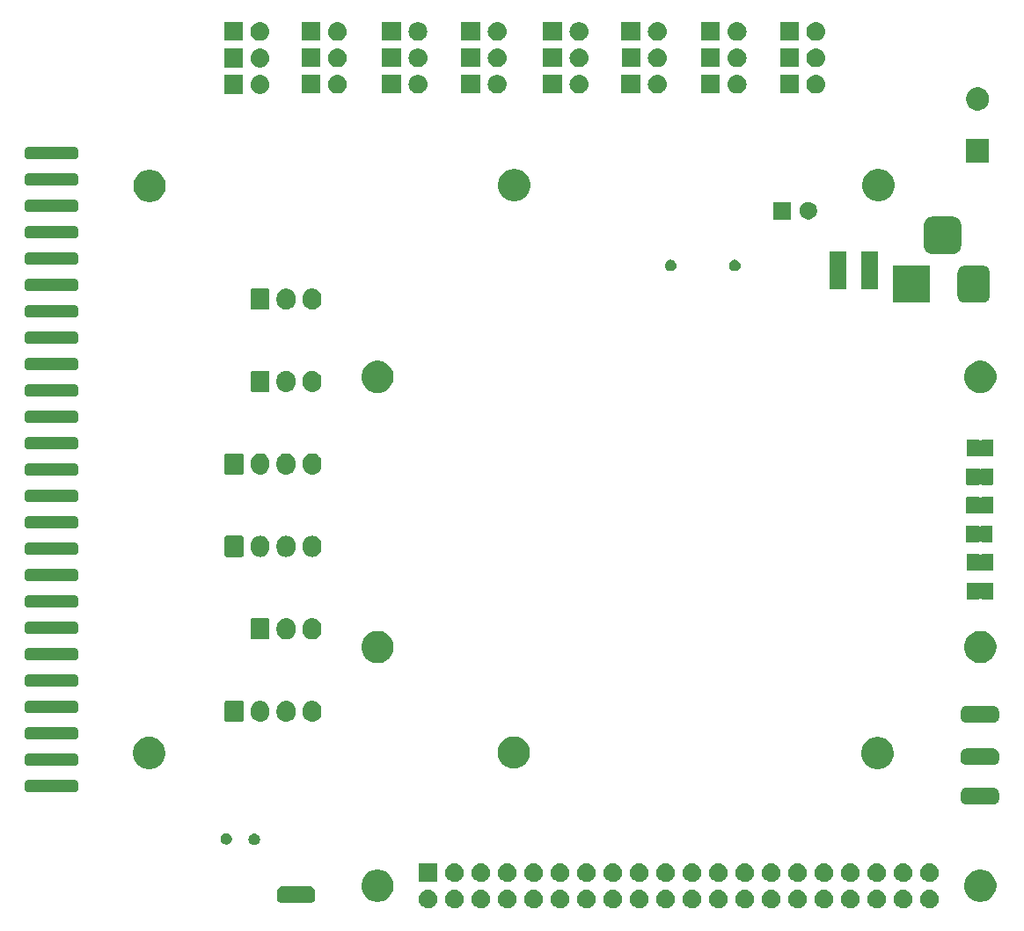
<source format=gbr>
G04 #@! TF.GenerationSoftware,KiCad,Pcbnew,(5.0.1)-3*
G04 #@! TF.CreationDate,2020-04-19T11:53:27-04:00*
G04 #@! TF.ProjectId,sailfin,7361696C66696E2E6B696361645F7063,rev?*
G04 #@! TF.SameCoordinates,Original*
G04 #@! TF.FileFunction,Soldermask,Top*
G04 #@! TF.FilePolarity,Negative*
%FSLAX46Y46*%
G04 Gerber Fmt 4.6, Leading zero omitted, Abs format (unit mm)*
G04 Created by KiCad (PCBNEW (5.0.1)-3) date 4/19/2020 11:53:27 AM*
%MOMM*%
%LPD*%
G01*
G04 APERTURE LIST*
%ADD10C,0.100000*%
G04 APERTURE END LIST*
D10*
G36*
X103690443Y-185285519D02*
X103756627Y-185292037D01*
X103869853Y-185326384D01*
X103926467Y-185343557D01*
X104065087Y-185417652D01*
X104082991Y-185427222D01*
X104090961Y-185433763D01*
X104220186Y-185539814D01*
X104303448Y-185641271D01*
X104332778Y-185677009D01*
X104332779Y-185677011D01*
X104416443Y-185833533D01*
X104416443Y-185833534D01*
X104467963Y-186003373D01*
X104485359Y-186180000D01*
X104467963Y-186356627D01*
X104443029Y-186438824D01*
X104416443Y-186526467D01*
X104342348Y-186665087D01*
X104332778Y-186682991D01*
X104303448Y-186718729D01*
X104220186Y-186820186D01*
X104118729Y-186903448D01*
X104082991Y-186932778D01*
X104082989Y-186932779D01*
X103926467Y-187016443D01*
X103869853Y-187033616D01*
X103756627Y-187067963D01*
X103690442Y-187074482D01*
X103624260Y-187081000D01*
X103535740Y-187081000D01*
X103469558Y-187074482D01*
X103403373Y-187067963D01*
X103290147Y-187033616D01*
X103233533Y-187016443D01*
X103077011Y-186932779D01*
X103077009Y-186932778D01*
X103041271Y-186903448D01*
X102939814Y-186820186D01*
X102856552Y-186718729D01*
X102827222Y-186682991D01*
X102817652Y-186665087D01*
X102743557Y-186526467D01*
X102716971Y-186438824D01*
X102692037Y-186356627D01*
X102674641Y-186180000D01*
X102692037Y-186003373D01*
X102743557Y-185833534D01*
X102743557Y-185833533D01*
X102827221Y-185677011D01*
X102827222Y-185677009D01*
X102856552Y-185641271D01*
X102939814Y-185539814D01*
X103069039Y-185433763D01*
X103077009Y-185427222D01*
X103094913Y-185417652D01*
X103233533Y-185343557D01*
X103290147Y-185326384D01*
X103403373Y-185292037D01*
X103469557Y-185285519D01*
X103535740Y-185279000D01*
X103624260Y-185279000D01*
X103690443Y-185285519D01*
X103690443Y-185285519D01*
G37*
G36*
X78290443Y-185285519D02*
X78356627Y-185292037D01*
X78469853Y-185326384D01*
X78526467Y-185343557D01*
X78665087Y-185417652D01*
X78682991Y-185427222D01*
X78690961Y-185433763D01*
X78820186Y-185539814D01*
X78903448Y-185641271D01*
X78932778Y-185677009D01*
X78932779Y-185677011D01*
X79016443Y-185833533D01*
X79016443Y-185833534D01*
X79067963Y-186003373D01*
X79085359Y-186180000D01*
X79067963Y-186356627D01*
X79043029Y-186438824D01*
X79016443Y-186526467D01*
X78942348Y-186665087D01*
X78932778Y-186682991D01*
X78903448Y-186718729D01*
X78820186Y-186820186D01*
X78718729Y-186903448D01*
X78682991Y-186932778D01*
X78682989Y-186932779D01*
X78526467Y-187016443D01*
X78469853Y-187033616D01*
X78356627Y-187067963D01*
X78290442Y-187074482D01*
X78224260Y-187081000D01*
X78135740Y-187081000D01*
X78069558Y-187074482D01*
X78003373Y-187067963D01*
X77890147Y-187033616D01*
X77833533Y-187016443D01*
X77677011Y-186932779D01*
X77677009Y-186932778D01*
X77641271Y-186903448D01*
X77539814Y-186820186D01*
X77456552Y-186718729D01*
X77427222Y-186682991D01*
X77417652Y-186665087D01*
X77343557Y-186526467D01*
X77316971Y-186438824D01*
X77292037Y-186356627D01*
X77274641Y-186180000D01*
X77292037Y-186003373D01*
X77343557Y-185833534D01*
X77343557Y-185833533D01*
X77427221Y-185677011D01*
X77427222Y-185677009D01*
X77456552Y-185641271D01*
X77539814Y-185539814D01*
X77669039Y-185433763D01*
X77677009Y-185427222D01*
X77694913Y-185417652D01*
X77833533Y-185343557D01*
X77890147Y-185326384D01*
X78003373Y-185292037D01*
X78069557Y-185285519D01*
X78135740Y-185279000D01*
X78224260Y-185279000D01*
X78290443Y-185285519D01*
X78290443Y-185285519D01*
G37*
G36*
X55430443Y-185285519D02*
X55496627Y-185292037D01*
X55609853Y-185326384D01*
X55666467Y-185343557D01*
X55805087Y-185417652D01*
X55822991Y-185427222D01*
X55830961Y-185433763D01*
X55960186Y-185539814D01*
X56043448Y-185641271D01*
X56072778Y-185677009D01*
X56072779Y-185677011D01*
X56156443Y-185833533D01*
X56156443Y-185833534D01*
X56207963Y-186003373D01*
X56225359Y-186180000D01*
X56207963Y-186356627D01*
X56183029Y-186438824D01*
X56156443Y-186526467D01*
X56082348Y-186665087D01*
X56072778Y-186682991D01*
X56043448Y-186718729D01*
X55960186Y-186820186D01*
X55858729Y-186903448D01*
X55822991Y-186932778D01*
X55822989Y-186932779D01*
X55666467Y-187016443D01*
X55609853Y-187033616D01*
X55496627Y-187067963D01*
X55430442Y-187074482D01*
X55364260Y-187081000D01*
X55275740Y-187081000D01*
X55209558Y-187074482D01*
X55143373Y-187067963D01*
X55030147Y-187033616D01*
X54973533Y-187016443D01*
X54817011Y-186932779D01*
X54817009Y-186932778D01*
X54781271Y-186903448D01*
X54679814Y-186820186D01*
X54596552Y-186718729D01*
X54567222Y-186682991D01*
X54557652Y-186665087D01*
X54483557Y-186526467D01*
X54456971Y-186438824D01*
X54432037Y-186356627D01*
X54414641Y-186180000D01*
X54432037Y-186003373D01*
X54483557Y-185833534D01*
X54483557Y-185833533D01*
X54567221Y-185677011D01*
X54567222Y-185677009D01*
X54596552Y-185641271D01*
X54679814Y-185539814D01*
X54809039Y-185433763D01*
X54817009Y-185427222D01*
X54834913Y-185417652D01*
X54973533Y-185343557D01*
X55030147Y-185326384D01*
X55143373Y-185292037D01*
X55209557Y-185285519D01*
X55275740Y-185279000D01*
X55364260Y-185279000D01*
X55430443Y-185285519D01*
X55430443Y-185285519D01*
G37*
G36*
X57970443Y-185285519D02*
X58036627Y-185292037D01*
X58149853Y-185326384D01*
X58206467Y-185343557D01*
X58345087Y-185417652D01*
X58362991Y-185427222D01*
X58370961Y-185433763D01*
X58500186Y-185539814D01*
X58583448Y-185641271D01*
X58612778Y-185677009D01*
X58612779Y-185677011D01*
X58696443Y-185833533D01*
X58696443Y-185833534D01*
X58747963Y-186003373D01*
X58765359Y-186180000D01*
X58747963Y-186356627D01*
X58723029Y-186438824D01*
X58696443Y-186526467D01*
X58622348Y-186665087D01*
X58612778Y-186682991D01*
X58583448Y-186718729D01*
X58500186Y-186820186D01*
X58398729Y-186903448D01*
X58362991Y-186932778D01*
X58362989Y-186932779D01*
X58206467Y-187016443D01*
X58149853Y-187033616D01*
X58036627Y-187067963D01*
X57970442Y-187074482D01*
X57904260Y-187081000D01*
X57815740Y-187081000D01*
X57749558Y-187074482D01*
X57683373Y-187067963D01*
X57570147Y-187033616D01*
X57513533Y-187016443D01*
X57357011Y-186932779D01*
X57357009Y-186932778D01*
X57321271Y-186903448D01*
X57219814Y-186820186D01*
X57136552Y-186718729D01*
X57107222Y-186682991D01*
X57097652Y-186665087D01*
X57023557Y-186526467D01*
X56996971Y-186438824D01*
X56972037Y-186356627D01*
X56954641Y-186180000D01*
X56972037Y-186003373D01*
X57023557Y-185833534D01*
X57023557Y-185833533D01*
X57107221Y-185677011D01*
X57107222Y-185677009D01*
X57136552Y-185641271D01*
X57219814Y-185539814D01*
X57349039Y-185433763D01*
X57357009Y-185427222D01*
X57374913Y-185417652D01*
X57513533Y-185343557D01*
X57570147Y-185326384D01*
X57683373Y-185292037D01*
X57749557Y-185285519D01*
X57815740Y-185279000D01*
X57904260Y-185279000D01*
X57970443Y-185285519D01*
X57970443Y-185285519D01*
G37*
G36*
X60510443Y-185285519D02*
X60576627Y-185292037D01*
X60689853Y-185326384D01*
X60746467Y-185343557D01*
X60885087Y-185417652D01*
X60902991Y-185427222D01*
X60910961Y-185433763D01*
X61040186Y-185539814D01*
X61123448Y-185641271D01*
X61152778Y-185677009D01*
X61152779Y-185677011D01*
X61236443Y-185833533D01*
X61236443Y-185833534D01*
X61287963Y-186003373D01*
X61305359Y-186180000D01*
X61287963Y-186356627D01*
X61263029Y-186438824D01*
X61236443Y-186526467D01*
X61162348Y-186665087D01*
X61152778Y-186682991D01*
X61123448Y-186718729D01*
X61040186Y-186820186D01*
X60938729Y-186903448D01*
X60902991Y-186932778D01*
X60902989Y-186932779D01*
X60746467Y-187016443D01*
X60689853Y-187033616D01*
X60576627Y-187067963D01*
X60510442Y-187074482D01*
X60444260Y-187081000D01*
X60355740Y-187081000D01*
X60289558Y-187074482D01*
X60223373Y-187067963D01*
X60110147Y-187033616D01*
X60053533Y-187016443D01*
X59897011Y-186932779D01*
X59897009Y-186932778D01*
X59861271Y-186903448D01*
X59759814Y-186820186D01*
X59676552Y-186718729D01*
X59647222Y-186682991D01*
X59637652Y-186665087D01*
X59563557Y-186526467D01*
X59536971Y-186438824D01*
X59512037Y-186356627D01*
X59494641Y-186180000D01*
X59512037Y-186003373D01*
X59563557Y-185833534D01*
X59563557Y-185833533D01*
X59647221Y-185677011D01*
X59647222Y-185677009D01*
X59676552Y-185641271D01*
X59759814Y-185539814D01*
X59889039Y-185433763D01*
X59897009Y-185427222D01*
X59914913Y-185417652D01*
X60053533Y-185343557D01*
X60110147Y-185326384D01*
X60223373Y-185292037D01*
X60289557Y-185285519D01*
X60355740Y-185279000D01*
X60444260Y-185279000D01*
X60510443Y-185285519D01*
X60510443Y-185285519D01*
G37*
G36*
X63050443Y-185285519D02*
X63116627Y-185292037D01*
X63229853Y-185326384D01*
X63286467Y-185343557D01*
X63425087Y-185417652D01*
X63442991Y-185427222D01*
X63450961Y-185433763D01*
X63580186Y-185539814D01*
X63663448Y-185641271D01*
X63692778Y-185677009D01*
X63692779Y-185677011D01*
X63776443Y-185833533D01*
X63776443Y-185833534D01*
X63827963Y-186003373D01*
X63845359Y-186180000D01*
X63827963Y-186356627D01*
X63803029Y-186438824D01*
X63776443Y-186526467D01*
X63702348Y-186665087D01*
X63692778Y-186682991D01*
X63663448Y-186718729D01*
X63580186Y-186820186D01*
X63478729Y-186903448D01*
X63442991Y-186932778D01*
X63442989Y-186932779D01*
X63286467Y-187016443D01*
X63229853Y-187033616D01*
X63116627Y-187067963D01*
X63050442Y-187074482D01*
X62984260Y-187081000D01*
X62895740Y-187081000D01*
X62829558Y-187074482D01*
X62763373Y-187067963D01*
X62650147Y-187033616D01*
X62593533Y-187016443D01*
X62437011Y-186932779D01*
X62437009Y-186932778D01*
X62401271Y-186903448D01*
X62299814Y-186820186D01*
X62216552Y-186718729D01*
X62187222Y-186682991D01*
X62177652Y-186665087D01*
X62103557Y-186526467D01*
X62076971Y-186438824D01*
X62052037Y-186356627D01*
X62034641Y-186180000D01*
X62052037Y-186003373D01*
X62103557Y-185833534D01*
X62103557Y-185833533D01*
X62187221Y-185677011D01*
X62187222Y-185677009D01*
X62216552Y-185641271D01*
X62299814Y-185539814D01*
X62429039Y-185433763D01*
X62437009Y-185427222D01*
X62454913Y-185417652D01*
X62593533Y-185343557D01*
X62650147Y-185326384D01*
X62763373Y-185292037D01*
X62829557Y-185285519D01*
X62895740Y-185279000D01*
X62984260Y-185279000D01*
X63050443Y-185285519D01*
X63050443Y-185285519D01*
G37*
G36*
X65590443Y-185285519D02*
X65656627Y-185292037D01*
X65769853Y-185326384D01*
X65826467Y-185343557D01*
X65965087Y-185417652D01*
X65982991Y-185427222D01*
X65990961Y-185433763D01*
X66120186Y-185539814D01*
X66203448Y-185641271D01*
X66232778Y-185677009D01*
X66232779Y-185677011D01*
X66316443Y-185833533D01*
X66316443Y-185833534D01*
X66367963Y-186003373D01*
X66385359Y-186180000D01*
X66367963Y-186356627D01*
X66343029Y-186438824D01*
X66316443Y-186526467D01*
X66242348Y-186665087D01*
X66232778Y-186682991D01*
X66203448Y-186718729D01*
X66120186Y-186820186D01*
X66018729Y-186903448D01*
X65982991Y-186932778D01*
X65982989Y-186932779D01*
X65826467Y-187016443D01*
X65769853Y-187033616D01*
X65656627Y-187067963D01*
X65590442Y-187074482D01*
X65524260Y-187081000D01*
X65435740Y-187081000D01*
X65369558Y-187074482D01*
X65303373Y-187067963D01*
X65190147Y-187033616D01*
X65133533Y-187016443D01*
X64977011Y-186932779D01*
X64977009Y-186932778D01*
X64941271Y-186903448D01*
X64839814Y-186820186D01*
X64756552Y-186718729D01*
X64727222Y-186682991D01*
X64717652Y-186665087D01*
X64643557Y-186526467D01*
X64616971Y-186438824D01*
X64592037Y-186356627D01*
X64574641Y-186180000D01*
X64592037Y-186003373D01*
X64643557Y-185833534D01*
X64643557Y-185833533D01*
X64727221Y-185677011D01*
X64727222Y-185677009D01*
X64756552Y-185641271D01*
X64839814Y-185539814D01*
X64969039Y-185433763D01*
X64977009Y-185427222D01*
X64994913Y-185417652D01*
X65133533Y-185343557D01*
X65190147Y-185326384D01*
X65303373Y-185292037D01*
X65369557Y-185285519D01*
X65435740Y-185279000D01*
X65524260Y-185279000D01*
X65590443Y-185285519D01*
X65590443Y-185285519D01*
G37*
G36*
X68130443Y-185285519D02*
X68196627Y-185292037D01*
X68309853Y-185326384D01*
X68366467Y-185343557D01*
X68505087Y-185417652D01*
X68522991Y-185427222D01*
X68530961Y-185433763D01*
X68660186Y-185539814D01*
X68743448Y-185641271D01*
X68772778Y-185677009D01*
X68772779Y-185677011D01*
X68856443Y-185833533D01*
X68856443Y-185833534D01*
X68907963Y-186003373D01*
X68925359Y-186180000D01*
X68907963Y-186356627D01*
X68883029Y-186438824D01*
X68856443Y-186526467D01*
X68782348Y-186665087D01*
X68772778Y-186682991D01*
X68743448Y-186718729D01*
X68660186Y-186820186D01*
X68558729Y-186903448D01*
X68522991Y-186932778D01*
X68522989Y-186932779D01*
X68366467Y-187016443D01*
X68309853Y-187033616D01*
X68196627Y-187067963D01*
X68130442Y-187074482D01*
X68064260Y-187081000D01*
X67975740Y-187081000D01*
X67909558Y-187074482D01*
X67843373Y-187067963D01*
X67730147Y-187033616D01*
X67673533Y-187016443D01*
X67517011Y-186932779D01*
X67517009Y-186932778D01*
X67481271Y-186903448D01*
X67379814Y-186820186D01*
X67296552Y-186718729D01*
X67267222Y-186682991D01*
X67257652Y-186665087D01*
X67183557Y-186526467D01*
X67156971Y-186438824D01*
X67132037Y-186356627D01*
X67114641Y-186180000D01*
X67132037Y-186003373D01*
X67183557Y-185833534D01*
X67183557Y-185833533D01*
X67267221Y-185677011D01*
X67267222Y-185677009D01*
X67296552Y-185641271D01*
X67379814Y-185539814D01*
X67509039Y-185433763D01*
X67517009Y-185427222D01*
X67534913Y-185417652D01*
X67673533Y-185343557D01*
X67730147Y-185326384D01*
X67843373Y-185292037D01*
X67909557Y-185285519D01*
X67975740Y-185279000D01*
X68064260Y-185279000D01*
X68130443Y-185285519D01*
X68130443Y-185285519D01*
G37*
G36*
X70670443Y-185285519D02*
X70736627Y-185292037D01*
X70849853Y-185326384D01*
X70906467Y-185343557D01*
X71045087Y-185417652D01*
X71062991Y-185427222D01*
X71070961Y-185433763D01*
X71200186Y-185539814D01*
X71283448Y-185641271D01*
X71312778Y-185677009D01*
X71312779Y-185677011D01*
X71396443Y-185833533D01*
X71396443Y-185833534D01*
X71447963Y-186003373D01*
X71465359Y-186180000D01*
X71447963Y-186356627D01*
X71423029Y-186438824D01*
X71396443Y-186526467D01*
X71322348Y-186665087D01*
X71312778Y-186682991D01*
X71283448Y-186718729D01*
X71200186Y-186820186D01*
X71098729Y-186903448D01*
X71062991Y-186932778D01*
X71062989Y-186932779D01*
X70906467Y-187016443D01*
X70849853Y-187033616D01*
X70736627Y-187067963D01*
X70670442Y-187074482D01*
X70604260Y-187081000D01*
X70515740Y-187081000D01*
X70449558Y-187074482D01*
X70383373Y-187067963D01*
X70270147Y-187033616D01*
X70213533Y-187016443D01*
X70057011Y-186932779D01*
X70057009Y-186932778D01*
X70021271Y-186903448D01*
X69919814Y-186820186D01*
X69836552Y-186718729D01*
X69807222Y-186682991D01*
X69797652Y-186665087D01*
X69723557Y-186526467D01*
X69696971Y-186438824D01*
X69672037Y-186356627D01*
X69654641Y-186180000D01*
X69672037Y-186003373D01*
X69723557Y-185833534D01*
X69723557Y-185833533D01*
X69807221Y-185677011D01*
X69807222Y-185677009D01*
X69836552Y-185641271D01*
X69919814Y-185539814D01*
X70049039Y-185433763D01*
X70057009Y-185427222D01*
X70074913Y-185417652D01*
X70213533Y-185343557D01*
X70270147Y-185326384D01*
X70383373Y-185292037D01*
X70449557Y-185285519D01*
X70515740Y-185279000D01*
X70604260Y-185279000D01*
X70670443Y-185285519D01*
X70670443Y-185285519D01*
G37*
G36*
X73210443Y-185285519D02*
X73276627Y-185292037D01*
X73389853Y-185326384D01*
X73446467Y-185343557D01*
X73585087Y-185417652D01*
X73602991Y-185427222D01*
X73610961Y-185433763D01*
X73740186Y-185539814D01*
X73823448Y-185641271D01*
X73852778Y-185677009D01*
X73852779Y-185677011D01*
X73936443Y-185833533D01*
X73936443Y-185833534D01*
X73987963Y-186003373D01*
X74005359Y-186180000D01*
X73987963Y-186356627D01*
X73963029Y-186438824D01*
X73936443Y-186526467D01*
X73862348Y-186665087D01*
X73852778Y-186682991D01*
X73823448Y-186718729D01*
X73740186Y-186820186D01*
X73638729Y-186903448D01*
X73602991Y-186932778D01*
X73602989Y-186932779D01*
X73446467Y-187016443D01*
X73389853Y-187033616D01*
X73276627Y-187067963D01*
X73210442Y-187074482D01*
X73144260Y-187081000D01*
X73055740Y-187081000D01*
X72989558Y-187074482D01*
X72923373Y-187067963D01*
X72810147Y-187033616D01*
X72753533Y-187016443D01*
X72597011Y-186932779D01*
X72597009Y-186932778D01*
X72561271Y-186903448D01*
X72459814Y-186820186D01*
X72376552Y-186718729D01*
X72347222Y-186682991D01*
X72337652Y-186665087D01*
X72263557Y-186526467D01*
X72236971Y-186438824D01*
X72212037Y-186356627D01*
X72194641Y-186180000D01*
X72212037Y-186003373D01*
X72263557Y-185833534D01*
X72263557Y-185833533D01*
X72347221Y-185677011D01*
X72347222Y-185677009D01*
X72376552Y-185641271D01*
X72459814Y-185539814D01*
X72589039Y-185433763D01*
X72597009Y-185427222D01*
X72614913Y-185417652D01*
X72753533Y-185343557D01*
X72810147Y-185326384D01*
X72923373Y-185292037D01*
X72989557Y-185285519D01*
X73055740Y-185279000D01*
X73144260Y-185279000D01*
X73210443Y-185285519D01*
X73210443Y-185285519D01*
G37*
G36*
X75750443Y-185285519D02*
X75816627Y-185292037D01*
X75929853Y-185326384D01*
X75986467Y-185343557D01*
X76125087Y-185417652D01*
X76142991Y-185427222D01*
X76150961Y-185433763D01*
X76280186Y-185539814D01*
X76363448Y-185641271D01*
X76392778Y-185677009D01*
X76392779Y-185677011D01*
X76476443Y-185833533D01*
X76476443Y-185833534D01*
X76527963Y-186003373D01*
X76545359Y-186180000D01*
X76527963Y-186356627D01*
X76503029Y-186438824D01*
X76476443Y-186526467D01*
X76402348Y-186665087D01*
X76392778Y-186682991D01*
X76363448Y-186718729D01*
X76280186Y-186820186D01*
X76178729Y-186903448D01*
X76142991Y-186932778D01*
X76142989Y-186932779D01*
X75986467Y-187016443D01*
X75929853Y-187033616D01*
X75816627Y-187067963D01*
X75750442Y-187074482D01*
X75684260Y-187081000D01*
X75595740Y-187081000D01*
X75529558Y-187074482D01*
X75463373Y-187067963D01*
X75350147Y-187033616D01*
X75293533Y-187016443D01*
X75137011Y-186932779D01*
X75137009Y-186932778D01*
X75101271Y-186903448D01*
X74999814Y-186820186D01*
X74916552Y-186718729D01*
X74887222Y-186682991D01*
X74877652Y-186665087D01*
X74803557Y-186526467D01*
X74776971Y-186438824D01*
X74752037Y-186356627D01*
X74734641Y-186180000D01*
X74752037Y-186003373D01*
X74803557Y-185833534D01*
X74803557Y-185833533D01*
X74887221Y-185677011D01*
X74887222Y-185677009D01*
X74916552Y-185641271D01*
X74999814Y-185539814D01*
X75129039Y-185433763D01*
X75137009Y-185427222D01*
X75154913Y-185417652D01*
X75293533Y-185343557D01*
X75350147Y-185326384D01*
X75463373Y-185292037D01*
X75529557Y-185285519D01*
X75595740Y-185279000D01*
X75684260Y-185279000D01*
X75750443Y-185285519D01*
X75750443Y-185285519D01*
G37*
G36*
X83370443Y-185285519D02*
X83436627Y-185292037D01*
X83549853Y-185326384D01*
X83606467Y-185343557D01*
X83745087Y-185417652D01*
X83762991Y-185427222D01*
X83770961Y-185433763D01*
X83900186Y-185539814D01*
X83983448Y-185641271D01*
X84012778Y-185677009D01*
X84012779Y-185677011D01*
X84096443Y-185833533D01*
X84096443Y-185833534D01*
X84147963Y-186003373D01*
X84165359Y-186180000D01*
X84147963Y-186356627D01*
X84123029Y-186438824D01*
X84096443Y-186526467D01*
X84022348Y-186665087D01*
X84012778Y-186682991D01*
X83983448Y-186718729D01*
X83900186Y-186820186D01*
X83798729Y-186903448D01*
X83762991Y-186932778D01*
X83762989Y-186932779D01*
X83606467Y-187016443D01*
X83549853Y-187033616D01*
X83436627Y-187067963D01*
X83370442Y-187074482D01*
X83304260Y-187081000D01*
X83215740Y-187081000D01*
X83149558Y-187074482D01*
X83083373Y-187067963D01*
X82970147Y-187033616D01*
X82913533Y-187016443D01*
X82757011Y-186932779D01*
X82757009Y-186932778D01*
X82721271Y-186903448D01*
X82619814Y-186820186D01*
X82536552Y-186718729D01*
X82507222Y-186682991D01*
X82497652Y-186665087D01*
X82423557Y-186526467D01*
X82396971Y-186438824D01*
X82372037Y-186356627D01*
X82354641Y-186180000D01*
X82372037Y-186003373D01*
X82423557Y-185833534D01*
X82423557Y-185833533D01*
X82507221Y-185677011D01*
X82507222Y-185677009D01*
X82536552Y-185641271D01*
X82619814Y-185539814D01*
X82749039Y-185433763D01*
X82757009Y-185427222D01*
X82774913Y-185417652D01*
X82913533Y-185343557D01*
X82970147Y-185326384D01*
X83083373Y-185292037D01*
X83149557Y-185285519D01*
X83215740Y-185279000D01*
X83304260Y-185279000D01*
X83370443Y-185285519D01*
X83370443Y-185285519D01*
G37*
G36*
X85910443Y-185285519D02*
X85976627Y-185292037D01*
X86089853Y-185326384D01*
X86146467Y-185343557D01*
X86285087Y-185417652D01*
X86302991Y-185427222D01*
X86310961Y-185433763D01*
X86440186Y-185539814D01*
X86523448Y-185641271D01*
X86552778Y-185677009D01*
X86552779Y-185677011D01*
X86636443Y-185833533D01*
X86636443Y-185833534D01*
X86687963Y-186003373D01*
X86705359Y-186180000D01*
X86687963Y-186356627D01*
X86663029Y-186438824D01*
X86636443Y-186526467D01*
X86562348Y-186665087D01*
X86552778Y-186682991D01*
X86523448Y-186718729D01*
X86440186Y-186820186D01*
X86338729Y-186903448D01*
X86302991Y-186932778D01*
X86302989Y-186932779D01*
X86146467Y-187016443D01*
X86089853Y-187033616D01*
X85976627Y-187067963D01*
X85910442Y-187074482D01*
X85844260Y-187081000D01*
X85755740Y-187081000D01*
X85689558Y-187074482D01*
X85623373Y-187067963D01*
X85510147Y-187033616D01*
X85453533Y-187016443D01*
X85297011Y-186932779D01*
X85297009Y-186932778D01*
X85261271Y-186903448D01*
X85159814Y-186820186D01*
X85076552Y-186718729D01*
X85047222Y-186682991D01*
X85037652Y-186665087D01*
X84963557Y-186526467D01*
X84936971Y-186438824D01*
X84912037Y-186356627D01*
X84894641Y-186180000D01*
X84912037Y-186003373D01*
X84963557Y-185833534D01*
X84963557Y-185833533D01*
X85047221Y-185677011D01*
X85047222Y-185677009D01*
X85076552Y-185641271D01*
X85159814Y-185539814D01*
X85289039Y-185433763D01*
X85297009Y-185427222D01*
X85314913Y-185417652D01*
X85453533Y-185343557D01*
X85510147Y-185326384D01*
X85623373Y-185292037D01*
X85689557Y-185285519D01*
X85755740Y-185279000D01*
X85844260Y-185279000D01*
X85910443Y-185285519D01*
X85910443Y-185285519D01*
G37*
G36*
X88450443Y-185285519D02*
X88516627Y-185292037D01*
X88629853Y-185326384D01*
X88686467Y-185343557D01*
X88825087Y-185417652D01*
X88842991Y-185427222D01*
X88850961Y-185433763D01*
X88980186Y-185539814D01*
X89063448Y-185641271D01*
X89092778Y-185677009D01*
X89092779Y-185677011D01*
X89176443Y-185833533D01*
X89176443Y-185833534D01*
X89227963Y-186003373D01*
X89245359Y-186180000D01*
X89227963Y-186356627D01*
X89203029Y-186438824D01*
X89176443Y-186526467D01*
X89102348Y-186665087D01*
X89092778Y-186682991D01*
X89063448Y-186718729D01*
X88980186Y-186820186D01*
X88878729Y-186903448D01*
X88842991Y-186932778D01*
X88842989Y-186932779D01*
X88686467Y-187016443D01*
X88629853Y-187033616D01*
X88516627Y-187067963D01*
X88450442Y-187074482D01*
X88384260Y-187081000D01*
X88295740Y-187081000D01*
X88229558Y-187074482D01*
X88163373Y-187067963D01*
X88050147Y-187033616D01*
X87993533Y-187016443D01*
X87837011Y-186932779D01*
X87837009Y-186932778D01*
X87801271Y-186903448D01*
X87699814Y-186820186D01*
X87616552Y-186718729D01*
X87587222Y-186682991D01*
X87577652Y-186665087D01*
X87503557Y-186526467D01*
X87476971Y-186438824D01*
X87452037Y-186356627D01*
X87434641Y-186180000D01*
X87452037Y-186003373D01*
X87503557Y-185833534D01*
X87503557Y-185833533D01*
X87587221Y-185677011D01*
X87587222Y-185677009D01*
X87616552Y-185641271D01*
X87699814Y-185539814D01*
X87829039Y-185433763D01*
X87837009Y-185427222D01*
X87854913Y-185417652D01*
X87993533Y-185343557D01*
X88050147Y-185326384D01*
X88163373Y-185292037D01*
X88229557Y-185285519D01*
X88295740Y-185279000D01*
X88384260Y-185279000D01*
X88450443Y-185285519D01*
X88450443Y-185285519D01*
G37*
G36*
X90990443Y-185285519D02*
X91056627Y-185292037D01*
X91169853Y-185326384D01*
X91226467Y-185343557D01*
X91365087Y-185417652D01*
X91382991Y-185427222D01*
X91390961Y-185433763D01*
X91520186Y-185539814D01*
X91603448Y-185641271D01*
X91632778Y-185677009D01*
X91632779Y-185677011D01*
X91716443Y-185833533D01*
X91716443Y-185833534D01*
X91767963Y-186003373D01*
X91785359Y-186180000D01*
X91767963Y-186356627D01*
X91743029Y-186438824D01*
X91716443Y-186526467D01*
X91642348Y-186665087D01*
X91632778Y-186682991D01*
X91603448Y-186718729D01*
X91520186Y-186820186D01*
X91418729Y-186903448D01*
X91382991Y-186932778D01*
X91382989Y-186932779D01*
X91226467Y-187016443D01*
X91169853Y-187033616D01*
X91056627Y-187067963D01*
X90990442Y-187074482D01*
X90924260Y-187081000D01*
X90835740Y-187081000D01*
X90769558Y-187074482D01*
X90703373Y-187067963D01*
X90590147Y-187033616D01*
X90533533Y-187016443D01*
X90377011Y-186932779D01*
X90377009Y-186932778D01*
X90341271Y-186903448D01*
X90239814Y-186820186D01*
X90156552Y-186718729D01*
X90127222Y-186682991D01*
X90117652Y-186665087D01*
X90043557Y-186526467D01*
X90016971Y-186438824D01*
X89992037Y-186356627D01*
X89974641Y-186180000D01*
X89992037Y-186003373D01*
X90043557Y-185833534D01*
X90043557Y-185833533D01*
X90127221Y-185677011D01*
X90127222Y-185677009D01*
X90156552Y-185641271D01*
X90239814Y-185539814D01*
X90369039Y-185433763D01*
X90377009Y-185427222D01*
X90394913Y-185417652D01*
X90533533Y-185343557D01*
X90590147Y-185326384D01*
X90703373Y-185292037D01*
X90769557Y-185285519D01*
X90835740Y-185279000D01*
X90924260Y-185279000D01*
X90990443Y-185285519D01*
X90990443Y-185285519D01*
G37*
G36*
X93530443Y-185285519D02*
X93596627Y-185292037D01*
X93709853Y-185326384D01*
X93766467Y-185343557D01*
X93905087Y-185417652D01*
X93922991Y-185427222D01*
X93930961Y-185433763D01*
X94060186Y-185539814D01*
X94143448Y-185641271D01*
X94172778Y-185677009D01*
X94172779Y-185677011D01*
X94256443Y-185833533D01*
X94256443Y-185833534D01*
X94307963Y-186003373D01*
X94325359Y-186180000D01*
X94307963Y-186356627D01*
X94283029Y-186438824D01*
X94256443Y-186526467D01*
X94182348Y-186665087D01*
X94172778Y-186682991D01*
X94143448Y-186718729D01*
X94060186Y-186820186D01*
X93958729Y-186903448D01*
X93922991Y-186932778D01*
X93922989Y-186932779D01*
X93766467Y-187016443D01*
X93709853Y-187033616D01*
X93596627Y-187067963D01*
X93530442Y-187074482D01*
X93464260Y-187081000D01*
X93375740Y-187081000D01*
X93309558Y-187074482D01*
X93243373Y-187067963D01*
X93130147Y-187033616D01*
X93073533Y-187016443D01*
X92917011Y-186932779D01*
X92917009Y-186932778D01*
X92881271Y-186903448D01*
X92779814Y-186820186D01*
X92696552Y-186718729D01*
X92667222Y-186682991D01*
X92657652Y-186665087D01*
X92583557Y-186526467D01*
X92556971Y-186438824D01*
X92532037Y-186356627D01*
X92514641Y-186180000D01*
X92532037Y-186003373D01*
X92583557Y-185833534D01*
X92583557Y-185833533D01*
X92667221Y-185677011D01*
X92667222Y-185677009D01*
X92696552Y-185641271D01*
X92779814Y-185539814D01*
X92909039Y-185433763D01*
X92917009Y-185427222D01*
X92934913Y-185417652D01*
X93073533Y-185343557D01*
X93130147Y-185326384D01*
X93243373Y-185292037D01*
X93309557Y-185285519D01*
X93375740Y-185279000D01*
X93464260Y-185279000D01*
X93530443Y-185285519D01*
X93530443Y-185285519D01*
G37*
G36*
X96070443Y-185285519D02*
X96136627Y-185292037D01*
X96249853Y-185326384D01*
X96306467Y-185343557D01*
X96445087Y-185417652D01*
X96462991Y-185427222D01*
X96470961Y-185433763D01*
X96600186Y-185539814D01*
X96683448Y-185641271D01*
X96712778Y-185677009D01*
X96712779Y-185677011D01*
X96796443Y-185833533D01*
X96796443Y-185833534D01*
X96847963Y-186003373D01*
X96865359Y-186180000D01*
X96847963Y-186356627D01*
X96823029Y-186438824D01*
X96796443Y-186526467D01*
X96722348Y-186665087D01*
X96712778Y-186682991D01*
X96683448Y-186718729D01*
X96600186Y-186820186D01*
X96498729Y-186903448D01*
X96462991Y-186932778D01*
X96462989Y-186932779D01*
X96306467Y-187016443D01*
X96249853Y-187033616D01*
X96136627Y-187067963D01*
X96070442Y-187074482D01*
X96004260Y-187081000D01*
X95915740Y-187081000D01*
X95849558Y-187074482D01*
X95783373Y-187067963D01*
X95670147Y-187033616D01*
X95613533Y-187016443D01*
X95457011Y-186932779D01*
X95457009Y-186932778D01*
X95421271Y-186903448D01*
X95319814Y-186820186D01*
X95236552Y-186718729D01*
X95207222Y-186682991D01*
X95197652Y-186665087D01*
X95123557Y-186526467D01*
X95096971Y-186438824D01*
X95072037Y-186356627D01*
X95054641Y-186180000D01*
X95072037Y-186003373D01*
X95123557Y-185833534D01*
X95123557Y-185833533D01*
X95207221Y-185677011D01*
X95207222Y-185677009D01*
X95236552Y-185641271D01*
X95319814Y-185539814D01*
X95449039Y-185433763D01*
X95457009Y-185427222D01*
X95474913Y-185417652D01*
X95613533Y-185343557D01*
X95670147Y-185326384D01*
X95783373Y-185292037D01*
X95849557Y-185285519D01*
X95915740Y-185279000D01*
X96004260Y-185279000D01*
X96070443Y-185285519D01*
X96070443Y-185285519D01*
G37*
G36*
X98610443Y-185285519D02*
X98676627Y-185292037D01*
X98789853Y-185326384D01*
X98846467Y-185343557D01*
X98985087Y-185417652D01*
X99002991Y-185427222D01*
X99010961Y-185433763D01*
X99140186Y-185539814D01*
X99223448Y-185641271D01*
X99252778Y-185677009D01*
X99252779Y-185677011D01*
X99336443Y-185833533D01*
X99336443Y-185833534D01*
X99387963Y-186003373D01*
X99405359Y-186180000D01*
X99387963Y-186356627D01*
X99363029Y-186438824D01*
X99336443Y-186526467D01*
X99262348Y-186665087D01*
X99252778Y-186682991D01*
X99223448Y-186718729D01*
X99140186Y-186820186D01*
X99038729Y-186903448D01*
X99002991Y-186932778D01*
X99002989Y-186932779D01*
X98846467Y-187016443D01*
X98789853Y-187033616D01*
X98676627Y-187067963D01*
X98610442Y-187074482D01*
X98544260Y-187081000D01*
X98455740Y-187081000D01*
X98389558Y-187074482D01*
X98323373Y-187067963D01*
X98210147Y-187033616D01*
X98153533Y-187016443D01*
X97997011Y-186932779D01*
X97997009Y-186932778D01*
X97961271Y-186903448D01*
X97859814Y-186820186D01*
X97776552Y-186718729D01*
X97747222Y-186682991D01*
X97737652Y-186665087D01*
X97663557Y-186526467D01*
X97636971Y-186438824D01*
X97612037Y-186356627D01*
X97594641Y-186180000D01*
X97612037Y-186003373D01*
X97663557Y-185833534D01*
X97663557Y-185833533D01*
X97747221Y-185677011D01*
X97747222Y-185677009D01*
X97776552Y-185641271D01*
X97859814Y-185539814D01*
X97989039Y-185433763D01*
X97997009Y-185427222D01*
X98014913Y-185417652D01*
X98153533Y-185343557D01*
X98210147Y-185326384D01*
X98323373Y-185292037D01*
X98389557Y-185285519D01*
X98455740Y-185279000D01*
X98544260Y-185279000D01*
X98610443Y-185285519D01*
X98610443Y-185285519D01*
G37*
G36*
X101150443Y-185285519D02*
X101216627Y-185292037D01*
X101329853Y-185326384D01*
X101386467Y-185343557D01*
X101525087Y-185417652D01*
X101542991Y-185427222D01*
X101550961Y-185433763D01*
X101680186Y-185539814D01*
X101763448Y-185641271D01*
X101792778Y-185677009D01*
X101792779Y-185677011D01*
X101876443Y-185833533D01*
X101876443Y-185833534D01*
X101927963Y-186003373D01*
X101945359Y-186180000D01*
X101927963Y-186356627D01*
X101903029Y-186438824D01*
X101876443Y-186526467D01*
X101802348Y-186665087D01*
X101792778Y-186682991D01*
X101763448Y-186718729D01*
X101680186Y-186820186D01*
X101578729Y-186903448D01*
X101542991Y-186932778D01*
X101542989Y-186932779D01*
X101386467Y-187016443D01*
X101329853Y-187033616D01*
X101216627Y-187067963D01*
X101150442Y-187074482D01*
X101084260Y-187081000D01*
X100995740Y-187081000D01*
X100929558Y-187074482D01*
X100863373Y-187067963D01*
X100750147Y-187033616D01*
X100693533Y-187016443D01*
X100537011Y-186932779D01*
X100537009Y-186932778D01*
X100501271Y-186903448D01*
X100399814Y-186820186D01*
X100316552Y-186718729D01*
X100287222Y-186682991D01*
X100277652Y-186665087D01*
X100203557Y-186526467D01*
X100176971Y-186438824D01*
X100152037Y-186356627D01*
X100134641Y-186180000D01*
X100152037Y-186003373D01*
X100203557Y-185833534D01*
X100203557Y-185833533D01*
X100287221Y-185677011D01*
X100287222Y-185677009D01*
X100316552Y-185641271D01*
X100399814Y-185539814D01*
X100529039Y-185433763D01*
X100537009Y-185427222D01*
X100554913Y-185417652D01*
X100693533Y-185343557D01*
X100750147Y-185326384D01*
X100863373Y-185292037D01*
X100929557Y-185285519D01*
X100995740Y-185279000D01*
X101084260Y-185279000D01*
X101150443Y-185285519D01*
X101150443Y-185285519D01*
G37*
G36*
X80830443Y-185285519D02*
X80896627Y-185292037D01*
X81009853Y-185326384D01*
X81066467Y-185343557D01*
X81205087Y-185417652D01*
X81222991Y-185427222D01*
X81230961Y-185433763D01*
X81360186Y-185539814D01*
X81443448Y-185641271D01*
X81472778Y-185677009D01*
X81472779Y-185677011D01*
X81556443Y-185833533D01*
X81556443Y-185833534D01*
X81607963Y-186003373D01*
X81625359Y-186180000D01*
X81607963Y-186356627D01*
X81583029Y-186438824D01*
X81556443Y-186526467D01*
X81482348Y-186665087D01*
X81472778Y-186682991D01*
X81443448Y-186718729D01*
X81360186Y-186820186D01*
X81258729Y-186903448D01*
X81222991Y-186932778D01*
X81222989Y-186932779D01*
X81066467Y-187016443D01*
X81009853Y-187033616D01*
X80896627Y-187067963D01*
X80830442Y-187074482D01*
X80764260Y-187081000D01*
X80675740Y-187081000D01*
X80609558Y-187074482D01*
X80543373Y-187067963D01*
X80430147Y-187033616D01*
X80373533Y-187016443D01*
X80217011Y-186932779D01*
X80217009Y-186932778D01*
X80181271Y-186903448D01*
X80079814Y-186820186D01*
X79996552Y-186718729D01*
X79967222Y-186682991D01*
X79957652Y-186665087D01*
X79883557Y-186526467D01*
X79856971Y-186438824D01*
X79832037Y-186356627D01*
X79814641Y-186180000D01*
X79832037Y-186003373D01*
X79883557Y-185833534D01*
X79883557Y-185833533D01*
X79967221Y-185677011D01*
X79967222Y-185677009D01*
X79996552Y-185641271D01*
X80079814Y-185539814D01*
X80209039Y-185433763D01*
X80217009Y-185427222D01*
X80234913Y-185417652D01*
X80373533Y-185343557D01*
X80430147Y-185326384D01*
X80543373Y-185292037D01*
X80609557Y-185285519D01*
X80675740Y-185279000D01*
X80764260Y-185279000D01*
X80830443Y-185285519D01*
X80830443Y-185285519D01*
G37*
G36*
X41869999Y-184969737D02*
X41884534Y-184974147D01*
X41897717Y-184979607D01*
X41921751Y-184984387D01*
X41946255Y-184984387D01*
X41970288Y-184979606D01*
X41992927Y-184970228D01*
X41994765Y-184969000D01*
X43226053Y-184969000D01*
X43238165Y-184975474D01*
X43261614Y-184982587D01*
X43286000Y-184984989D01*
X43310386Y-184982587D01*
X43328564Y-184976083D01*
X43328608Y-184976227D01*
X43350001Y-184969737D01*
X43366140Y-184968148D01*
X43903860Y-184968148D01*
X43922198Y-184969954D01*
X43934450Y-184970556D01*
X43952869Y-184970556D01*
X43975149Y-184972750D01*
X44059236Y-184989476D01*
X44080655Y-184995974D01*
X44159871Y-185028785D01*
X44179607Y-185039335D01*
X44250897Y-185086969D01*
X44268208Y-185101176D01*
X44328824Y-185161792D01*
X44343031Y-185179103D01*
X44390665Y-185250393D01*
X44401215Y-185270129D01*
X44434026Y-185349345D01*
X44440524Y-185370764D01*
X44457250Y-185454851D01*
X44459444Y-185477131D01*
X44459444Y-185495550D01*
X44460046Y-185507802D01*
X44461852Y-185526140D01*
X44461852Y-186013861D01*
X44460046Y-186032198D01*
X44459444Y-186044450D01*
X44459444Y-186062869D01*
X44457250Y-186085149D01*
X44440524Y-186169236D01*
X44434026Y-186190655D01*
X44401215Y-186269871D01*
X44390665Y-186289607D01*
X44343031Y-186360897D01*
X44328824Y-186378208D01*
X44268208Y-186438824D01*
X44250897Y-186453031D01*
X44179607Y-186500665D01*
X44159871Y-186511215D01*
X44080655Y-186544026D01*
X44059236Y-186550524D01*
X43975149Y-186567250D01*
X43952869Y-186569444D01*
X43934450Y-186569444D01*
X43922198Y-186570046D01*
X43903861Y-186571852D01*
X43366140Y-186571852D01*
X43350001Y-186570263D01*
X43335466Y-186565853D01*
X43322283Y-186560393D01*
X43298249Y-186555613D01*
X43273745Y-186555613D01*
X43249712Y-186560394D01*
X43227073Y-186569772D01*
X43225235Y-186571000D01*
X41993947Y-186571000D01*
X41981835Y-186564526D01*
X41958386Y-186557413D01*
X41934000Y-186555011D01*
X41909614Y-186557413D01*
X41891436Y-186563917D01*
X41891392Y-186563773D01*
X41869999Y-186570263D01*
X41853860Y-186571852D01*
X41316139Y-186571852D01*
X41297802Y-186570046D01*
X41285550Y-186569444D01*
X41267131Y-186569444D01*
X41244851Y-186567250D01*
X41160764Y-186550524D01*
X41139345Y-186544026D01*
X41060129Y-186511215D01*
X41040393Y-186500665D01*
X40969103Y-186453031D01*
X40951792Y-186438824D01*
X40891176Y-186378208D01*
X40876969Y-186360897D01*
X40829335Y-186289607D01*
X40818785Y-186269871D01*
X40785974Y-186190655D01*
X40779476Y-186169236D01*
X40762750Y-186085149D01*
X40760556Y-186062869D01*
X40760556Y-186044450D01*
X40759954Y-186032198D01*
X40758148Y-186013861D01*
X40758148Y-185526139D01*
X40759954Y-185507802D01*
X40760556Y-185495550D01*
X40760556Y-185477131D01*
X40762750Y-185454851D01*
X40779476Y-185370764D01*
X40785974Y-185349345D01*
X40818785Y-185270129D01*
X40829335Y-185250393D01*
X40876969Y-185179103D01*
X40891176Y-185161792D01*
X40951792Y-185101176D01*
X40969103Y-185086969D01*
X41040393Y-185039335D01*
X41060129Y-185028785D01*
X41139345Y-184995974D01*
X41160764Y-184989476D01*
X41244851Y-184972750D01*
X41267131Y-184970556D01*
X41285550Y-184970556D01*
X41297802Y-184969954D01*
X41316140Y-184968148D01*
X41853860Y-184968148D01*
X41869999Y-184969737D01*
X41869999Y-184969737D01*
G37*
G36*
X50810527Y-183400736D02*
X50910410Y-183420604D01*
X51192674Y-183537521D01*
X51446705Y-183707259D01*
X51662741Y-183923295D01*
X51832479Y-184177326D01*
X51921722Y-184392779D01*
X51949396Y-184459591D01*
X52009000Y-184759238D01*
X52009000Y-185064762D01*
X51989699Y-185161792D01*
X51949396Y-185364410D01*
X51832479Y-185646674D01*
X51662741Y-185900705D01*
X51446705Y-186116741D01*
X51192674Y-186286479D01*
X50910410Y-186403396D01*
X50810527Y-186423264D01*
X50610762Y-186463000D01*
X50305238Y-186463000D01*
X50105473Y-186423264D01*
X50005590Y-186403396D01*
X49723326Y-186286479D01*
X49469295Y-186116741D01*
X49253259Y-185900705D01*
X49083521Y-185646674D01*
X48966604Y-185364410D01*
X48926301Y-185161792D01*
X48907000Y-185064762D01*
X48907000Y-184759238D01*
X48966604Y-184459591D01*
X48994278Y-184392779D01*
X49083521Y-184177326D01*
X49253259Y-183923295D01*
X49469295Y-183707259D01*
X49723326Y-183537521D01*
X50005590Y-183420604D01*
X50105473Y-183400736D01*
X50305238Y-183361000D01*
X50610762Y-183361000D01*
X50810527Y-183400736D01*
X50810527Y-183400736D01*
G37*
G36*
X108810527Y-183400736D02*
X108910410Y-183420604D01*
X109192674Y-183537521D01*
X109446705Y-183707259D01*
X109662741Y-183923295D01*
X109832479Y-184177326D01*
X109921722Y-184392779D01*
X109949396Y-184459591D01*
X110009000Y-184759238D01*
X110009000Y-185064762D01*
X109989699Y-185161792D01*
X109949396Y-185364410D01*
X109832479Y-185646674D01*
X109662741Y-185900705D01*
X109446705Y-186116741D01*
X109192674Y-186286479D01*
X108910410Y-186403396D01*
X108810527Y-186423264D01*
X108610762Y-186463000D01*
X108305238Y-186463000D01*
X108105473Y-186423264D01*
X108005590Y-186403396D01*
X107723326Y-186286479D01*
X107469295Y-186116741D01*
X107253259Y-185900705D01*
X107083521Y-185646674D01*
X106966604Y-185364410D01*
X106926301Y-185161792D01*
X106907000Y-185064762D01*
X106907000Y-184759238D01*
X106966604Y-184459591D01*
X106994278Y-184392779D01*
X107083521Y-184177326D01*
X107253259Y-183923295D01*
X107469295Y-183707259D01*
X107723326Y-183537521D01*
X108005590Y-183420604D01*
X108105473Y-183400736D01*
X108305238Y-183361000D01*
X108610762Y-183361000D01*
X108810527Y-183400736D01*
X108810527Y-183400736D01*
G37*
G36*
X63050443Y-182745519D02*
X63116627Y-182752037D01*
X63229853Y-182786384D01*
X63286467Y-182803557D01*
X63425087Y-182877652D01*
X63442991Y-182887222D01*
X63478729Y-182916552D01*
X63580186Y-182999814D01*
X63663448Y-183101271D01*
X63692778Y-183137009D01*
X63692779Y-183137011D01*
X63776443Y-183293533D01*
X63776443Y-183293534D01*
X63827963Y-183463373D01*
X63845359Y-183640000D01*
X63827963Y-183816627D01*
X63795606Y-183923293D01*
X63776443Y-183986467D01*
X63702348Y-184125087D01*
X63692778Y-184142991D01*
X63664600Y-184177326D01*
X63580186Y-184280186D01*
X63478729Y-184363448D01*
X63442991Y-184392778D01*
X63442989Y-184392779D01*
X63286467Y-184476443D01*
X63229853Y-184493616D01*
X63116627Y-184527963D01*
X63050443Y-184534481D01*
X62984260Y-184541000D01*
X62895740Y-184541000D01*
X62829557Y-184534481D01*
X62763373Y-184527963D01*
X62650147Y-184493616D01*
X62593533Y-184476443D01*
X62437011Y-184392779D01*
X62437009Y-184392778D01*
X62401271Y-184363448D01*
X62299814Y-184280186D01*
X62215400Y-184177326D01*
X62187222Y-184142991D01*
X62177652Y-184125087D01*
X62103557Y-183986467D01*
X62084394Y-183923293D01*
X62052037Y-183816627D01*
X62034641Y-183640000D01*
X62052037Y-183463373D01*
X62103557Y-183293534D01*
X62103557Y-183293533D01*
X62187221Y-183137011D01*
X62187222Y-183137009D01*
X62216552Y-183101271D01*
X62299814Y-182999814D01*
X62401271Y-182916552D01*
X62437009Y-182887222D01*
X62454913Y-182877652D01*
X62593533Y-182803557D01*
X62650147Y-182786384D01*
X62763373Y-182752037D01*
X62829557Y-182745519D01*
X62895740Y-182739000D01*
X62984260Y-182739000D01*
X63050443Y-182745519D01*
X63050443Y-182745519D01*
G37*
G36*
X57970443Y-182745519D02*
X58036627Y-182752037D01*
X58149853Y-182786384D01*
X58206467Y-182803557D01*
X58345087Y-182877652D01*
X58362991Y-182887222D01*
X58398729Y-182916552D01*
X58500186Y-182999814D01*
X58583448Y-183101271D01*
X58612778Y-183137009D01*
X58612779Y-183137011D01*
X58696443Y-183293533D01*
X58696443Y-183293534D01*
X58747963Y-183463373D01*
X58765359Y-183640000D01*
X58747963Y-183816627D01*
X58715606Y-183923293D01*
X58696443Y-183986467D01*
X58622348Y-184125087D01*
X58612778Y-184142991D01*
X58584600Y-184177326D01*
X58500186Y-184280186D01*
X58398729Y-184363448D01*
X58362991Y-184392778D01*
X58362989Y-184392779D01*
X58206467Y-184476443D01*
X58149853Y-184493616D01*
X58036627Y-184527963D01*
X57970443Y-184534481D01*
X57904260Y-184541000D01*
X57815740Y-184541000D01*
X57749557Y-184534481D01*
X57683373Y-184527963D01*
X57570147Y-184493616D01*
X57513533Y-184476443D01*
X57357011Y-184392779D01*
X57357009Y-184392778D01*
X57321271Y-184363448D01*
X57219814Y-184280186D01*
X57135400Y-184177326D01*
X57107222Y-184142991D01*
X57097652Y-184125087D01*
X57023557Y-183986467D01*
X57004394Y-183923293D01*
X56972037Y-183816627D01*
X56954641Y-183640000D01*
X56972037Y-183463373D01*
X57023557Y-183293534D01*
X57023557Y-183293533D01*
X57107221Y-183137011D01*
X57107222Y-183137009D01*
X57136552Y-183101271D01*
X57219814Y-182999814D01*
X57321271Y-182916552D01*
X57357009Y-182887222D01*
X57374913Y-182877652D01*
X57513533Y-182803557D01*
X57570147Y-182786384D01*
X57683373Y-182752037D01*
X57749557Y-182745519D01*
X57815740Y-182739000D01*
X57904260Y-182739000D01*
X57970443Y-182745519D01*
X57970443Y-182745519D01*
G37*
G36*
X56221000Y-184541000D02*
X54419000Y-184541000D01*
X54419000Y-182739000D01*
X56221000Y-182739000D01*
X56221000Y-184541000D01*
X56221000Y-184541000D01*
G37*
G36*
X65590443Y-182745519D02*
X65656627Y-182752037D01*
X65769853Y-182786384D01*
X65826467Y-182803557D01*
X65965087Y-182877652D01*
X65982991Y-182887222D01*
X66018729Y-182916552D01*
X66120186Y-182999814D01*
X66203448Y-183101271D01*
X66232778Y-183137009D01*
X66232779Y-183137011D01*
X66316443Y-183293533D01*
X66316443Y-183293534D01*
X66367963Y-183463373D01*
X66385359Y-183640000D01*
X66367963Y-183816627D01*
X66335606Y-183923293D01*
X66316443Y-183986467D01*
X66242348Y-184125087D01*
X66232778Y-184142991D01*
X66204600Y-184177326D01*
X66120186Y-184280186D01*
X66018729Y-184363448D01*
X65982991Y-184392778D01*
X65982989Y-184392779D01*
X65826467Y-184476443D01*
X65769853Y-184493616D01*
X65656627Y-184527963D01*
X65590443Y-184534481D01*
X65524260Y-184541000D01*
X65435740Y-184541000D01*
X65369557Y-184534481D01*
X65303373Y-184527963D01*
X65190147Y-184493616D01*
X65133533Y-184476443D01*
X64977011Y-184392779D01*
X64977009Y-184392778D01*
X64941271Y-184363448D01*
X64839814Y-184280186D01*
X64755400Y-184177326D01*
X64727222Y-184142991D01*
X64717652Y-184125087D01*
X64643557Y-183986467D01*
X64624394Y-183923293D01*
X64592037Y-183816627D01*
X64574641Y-183640000D01*
X64592037Y-183463373D01*
X64643557Y-183293534D01*
X64643557Y-183293533D01*
X64727221Y-183137011D01*
X64727222Y-183137009D01*
X64756552Y-183101271D01*
X64839814Y-182999814D01*
X64941271Y-182916552D01*
X64977009Y-182887222D01*
X64994913Y-182877652D01*
X65133533Y-182803557D01*
X65190147Y-182786384D01*
X65303373Y-182752037D01*
X65369557Y-182745519D01*
X65435740Y-182739000D01*
X65524260Y-182739000D01*
X65590443Y-182745519D01*
X65590443Y-182745519D01*
G37*
G36*
X68130443Y-182745519D02*
X68196627Y-182752037D01*
X68309853Y-182786384D01*
X68366467Y-182803557D01*
X68505087Y-182877652D01*
X68522991Y-182887222D01*
X68558729Y-182916552D01*
X68660186Y-182999814D01*
X68743448Y-183101271D01*
X68772778Y-183137009D01*
X68772779Y-183137011D01*
X68856443Y-183293533D01*
X68856443Y-183293534D01*
X68907963Y-183463373D01*
X68925359Y-183640000D01*
X68907963Y-183816627D01*
X68875606Y-183923293D01*
X68856443Y-183986467D01*
X68782348Y-184125087D01*
X68772778Y-184142991D01*
X68744600Y-184177326D01*
X68660186Y-184280186D01*
X68558729Y-184363448D01*
X68522991Y-184392778D01*
X68522989Y-184392779D01*
X68366467Y-184476443D01*
X68309853Y-184493616D01*
X68196627Y-184527963D01*
X68130443Y-184534481D01*
X68064260Y-184541000D01*
X67975740Y-184541000D01*
X67909557Y-184534481D01*
X67843373Y-184527963D01*
X67730147Y-184493616D01*
X67673533Y-184476443D01*
X67517011Y-184392779D01*
X67517009Y-184392778D01*
X67481271Y-184363448D01*
X67379814Y-184280186D01*
X67295400Y-184177326D01*
X67267222Y-184142991D01*
X67257652Y-184125087D01*
X67183557Y-183986467D01*
X67164394Y-183923293D01*
X67132037Y-183816627D01*
X67114641Y-183640000D01*
X67132037Y-183463373D01*
X67183557Y-183293534D01*
X67183557Y-183293533D01*
X67267221Y-183137011D01*
X67267222Y-183137009D01*
X67296552Y-183101271D01*
X67379814Y-182999814D01*
X67481271Y-182916552D01*
X67517009Y-182887222D01*
X67534913Y-182877652D01*
X67673533Y-182803557D01*
X67730147Y-182786384D01*
X67843373Y-182752037D01*
X67909557Y-182745519D01*
X67975740Y-182739000D01*
X68064260Y-182739000D01*
X68130443Y-182745519D01*
X68130443Y-182745519D01*
G37*
G36*
X70670443Y-182745519D02*
X70736627Y-182752037D01*
X70849853Y-182786384D01*
X70906467Y-182803557D01*
X71045087Y-182877652D01*
X71062991Y-182887222D01*
X71098729Y-182916552D01*
X71200186Y-182999814D01*
X71283448Y-183101271D01*
X71312778Y-183137009D01*
X71312779Y-183137011D01*
X71396443Y-183293533D01*
X71396443Y-183293534D01*
X71447963Y-183463373D01*
X71465359Y-183640000D01*
X71447963Y-183816627D01*
X71415606Y-183923293D01*
X71396443Y-183986467D01*
X71322348Y-184125087D01*
X71312778Y-184142991D01*
X71284600Y-184177326D01*
X71200186Y-184280186D01*
X71098729Y-184363448D01*
X71062991Y-184392778D01*
X71062989Y-184392779D01*
X70906467Y-184476443D01*
X70849853Y-184493616D01*
X70736627Y-184527963D01*
X70670443Y-184534481D01*
X70604260Y-184541000D01*
X70515740Y-184541000D01*
X70449557Y-184534481D01*
X70383373Y-184527963D01*
X70270147Y-184493616D01*
X70213533Y-184476443D01*
X70057011Y-184392779D01*
X70057009Y-184392778D01*
X70021271Y-184363448D01*
X69919814Y-184280186D01*
X69835400Y-184177326D01*
X69807222Y-184142991D01*
X69797652Y-184125087D01*
X69723557Y-183986467D01*
X69704394Y-183923293D01*
X69672037Y-183816627D01*
X69654641Y-183640000D01*
X69672037Y-183463373D01*
X69723557Y-183293534D01*
X69723557Y-183293533D01*
X69807221Y-183137011D01*
X69807222Y-183137009D01*
X69836552Y-183101271D01*
X69919814Y-182999814D01*
X70021271Y-182916552D01*
X70057009Y-182887222D01*
X70074913Y-182877652D01*
X70213533Y-182803557D01*
X70270147Y-182786384D01*
X70383373Y-182752037D01*
X70449557Y-182745519D01*
X70515740Y-182739000D01*
X70604260Y-182739000D01*
X70670443Y-182745519D01*
X70670443Y-182745519D01*
G37*
G36*
X73210443Y-182745519D02*
X73276627Y-182752037D01*
X73389853Y-182786384D01*
X73446467Y-182803557D01*
X73585087Y-182877652D01*
X73602991Y-182887222D01*
X73638729Y-182916552D01*
X73740186Y-182999814D01*
X73823448Y-183101271D01*
X73852778Y-183137009D01*
X73852779Y-183137011D01*
X73936443Y-183293533D01*
X73936443Y-183293534D01*
X73987963Y-183463373D01*
X74005359Y-183640000D01*
X73987963Y-183816627D01*
X73955606Y-183923293D01*
X73936443Y-183986467D01*
X73862348Y-184125087D01*
X73852778Y-184142991D01*
X73824600Y-184177326D01*
X73740186Y-184280186D01*
X73638729Y-184363448D01*
X73602991Y-184392778D01*
X73602989Y-184392779D01*
X73446467Y-184476443D01*
X73389853Y-184493616D01*
X73276627Y-184527963D01*
X73210443Y-184534481D01*
X73144260Y-184541000D01*
X73055740Y-184541000D01*
X72989557Y-184534481D01*
X72923373Y-184527963D01*
X72810147Y-184493616D01*
X72753533Y-184476443D01*
X72597011Y-184392779D01*
X72597009Y-184392778D01*
X72561271Y-184363448D01*
X72459814Y-184280186D01*
X72375400Y-184177326D01*
X72347222Y-184142991D01*
X72337652Y-184125087D01*
X72263557Y-183986467D01*
X72244394Y-183923293D01*
X72212037Y-183816627D01*
X72194641Y-183640000D01*
X72212037Y-183463373D01*
X72263557Y-183293534D01*
X72263557Y-183293533D01*
X72347221Y-183137011D01*
X72347222Y-183137009D01*
X72376552Y-183101271D01*
X72459814Y-182999814D01*
X72561271Y-182916552D01*
X72597009Y-182887222D01*
X72614913Y-182877652D01*
X72753533Y-182803557D01*
X72810147Y-182786384D01*
X72923373Y-182752037D01*
X72989557Y-182745519D01*
X73055740Y-182739000D01*
X73144260Y-182739000D01*
X73210443Y-182745519D01*
X73210443Y-182745519D01*
G37*
G36*
X75750443Y-182745519D02*
X75816627Y-182752037D01*
X75929853Y-182786384D01*
X75986467Y-182803557D01*
X76125087Y-182877652D01*
X76142991Y-182887222D01*
X76178729Y-182916552D01*
X76280186Y-182999814D01*
X76363448Y-183101271D01*
X76392778Y-183137009D01*
X76392779Y-183137011D01*
X76476443Y-183293533D01*
X76476443Y-183293534D01*
X76527963Y-183463373D01*
X76545359Y-183640000D01*
X76527963Y-183816627D01*
X76495606Y-183923293D01*
X76476443Y-183986467D01*
X76402348Y-184125087D01*
X76392778Y-184142991D01*
X76364600Y-184177326D01*
X76280186Y-184280186D01*
X76178729Y-184363448D01*
X76142991Y-184392778D01*
X76142989Y-184392779D01*
X75986467Y-184476443D01*
X75929853Y-184493616D01*
X75816627Y-184527963D01*
X75750443Y-184534481D01*
X75684260Y-184541000D01*
X75595740Y-184541000D01*
X75529557Y-184534481D01*
X75463373Y-184527963D01*
X75350147Y-184493616D01*
X75293533Y-184476443D01*
X75137011Y-184392779D01*
X75137009Y-184392778D01*
X75101271Y-184363448D01*
X74999814Y-184280186D01*
X74915400Y-184177326D01*
X74887222Y-184142991D01*
X74877652Y-184125087D01*
X74803557Y-183986467D01*
X74784394Y-183923293D01*
X74752037Y-183816627D01*
X74734641Y-183640000D01*
X74752037Y-183463373D01*
X74803557Y-183293534D01*
X74803557Y-183293533D01*
X74887221Y-183137011D01*
X74887222Y-183137009D01*
X74916552Y-183101271D01*
X74999814Y-182999814D01*
X75101271Y-182916552D01*
X75137009Y-182887222D01*
X75154913Y-182877652D01*
X75293533Y-182803557D01*
X75350147Y-182786384D01*
X75463373Y-182752037D01*
X75529557Y-182745519D01*
X75595740Y-182739000D01*
X75684260Y-182739000D01*
X75750443Y-182745519D01*
X75750443Y-182745519D01*
G37*
G36*
X78290443Y-182745519D02*
X78356627Y-182752037D01*
X78469853Y-182786384D01*
X78526467Y-182803557D01*
X78665087Y-182877652D01*
X78682991Y-182887222D01*
X78718729Y-182916552D01*
X78820186Y-182999814D01*
X78903448Y-183101271D01*
X78932778Y-183137009D01*
X78932779Y-183137011D01*
X79016443Y-183293533D01*
X79016443Y-183293534D01*
X79067963Y-183463373D01*
X79085359Y-183640000D01*
X79067963Y-183816627D01*
X79035606Y-183923293D01*
X79016443Y-183986467D01*
X78942348Y-184125087D01*
X78932778Y-184142991D01*
X78904600Y-184177326D01*
X78820186Y-184280186D01*
X78718729Y-184363448D01*
X78682991Y-184392778D01*
X78682989Y-184392779D01*
X78526467Y-184476443D01*
X78469853Y-184493616D01*
X78356627Y-184527963D01*
X78290443Y-184534481D01*
X78224260Y-184541000D01*
X78135740Y-184541000D01*
X78069557Y-184534481D01*
X78003373Y-184527963D01*
X77890147Y-184493616D01*
X77833533Y-184476443D01*
X77677011Y-184392779D01*
X77677009Y-184392778D01*
X77641271Y-184363448D01*
X77539814Y-184280186D01*
X77455400Y-184177326D01*
X77427222Y-184142991D01*
X77417652Y-184125087D01*
X77343557Y-183986467D01*
X77324394Y-183923293D01*
X77292037Y-183816627D01*
X77274641Y-183640000D01*
X77292037Y-183463373D01*
X77343557Y-183293534D01*
X77343557Y-183293533D01*
X77427221Y-183137011D01*
X77427222Y-183137009D01*
X77456552Y-183101271D01*
X77539814Y-182999814D01*
X77641271Y-182916552D01*
X77677009Y-182887222D01*
X77694913Y-182877652D01*
X77833533Y-182803557D01*
X77890147Y-182786384D01*
X78003373Y-182752037D01*
X78069557Y-182745519D01*
X78135740Y-182739000D01*
X78224260Y-182739000D01*
X78290443Y-182745519D01*
X78290443Y-182745519D01*
G37*
G36*
X103690443Y-182745519D02*
X103756627Y-182752037D01*
X103869853Y-182786384D01*
X103926467Y-182803557D01*
X104065087Y-182877652D01*
X104082991Y-182887222D01*
X104118729Y-182916552D01*
X104220186Y-182999814D01*
X104303448Y-183101271D01*
X104332778Y-183137009D01*
X104332779Y-183137011D01*
X104416443Y-183293533D01*
X104416443Y-183293534D01*
X104467963Y-183463373D01*
X104485359Y-183640000D01*
X104467963Y-183816627D01*
X104435606Y-183923293D01*
X104416443Y-183986467D01*
X104342348Y-184125087D01*
X104332778Y-184142991D01*
X104304600Y-184177326D01*
X104220186Y-184280186D01*
X104118729Y-184363448D01*
X104082991Y-184392778D01*
X104082989Y-184392779D01*
X103926467Y-184476443D01*
X103869853Y-184493616D01*
X103756627Y-184527963D01*
X103690443Y-184534481D01*
X103624260Y-184541000D01*
X103535740Y-184541000D01*
X103469557Y-184534481D01*
X103403373Y-184527963D01*
X103290147Y-184493616D01*
X103233533Y-184476443D01*
X103077011Y-184392779D01*
X103077009Y-184392778D01*
X103041271Y-184363448D01*
X102939814Y-184280186D01*
X102855400Y-184177326D01*
X102827222Y-184142991D01*
X102817652Y-184125087D01*
X102743557Y-183986467D01*
X102724394Y-183923293D01*
X102692037Y-183816627D01*
X102674641Y-183640000D01*
X102692037Y-183463373D01*
X102743557Y-183293534D01*
X102743557Y-183293533D01*
X102827221Y-183137011D01*
X102827222Y-183137009D01*
X102856552Y-183101271D01*
X102939814Y-182999814D01*
X103041271Y-182916552D01*
X103077009Y-182887222D01*
X103094913Y-182877652D01*
X103233533Y-182803557D01*
X103290147Y-182786384D01*
X103403373Y-182752037D01*
X103469557Y-182745519D01*
X103535740Y-182739000D01*
X103624260Y-182739000D01*
X103690443Y-182745519D01*
X103690443Y-182745519D01*
G37*
G36*
X101150443Y-182745519D02*
X101216627Y-182752037D01*
X101329853Y-182786384D01*
X101386467Y-182803557D01*
X101525087Y-182877652D01*
X101542991Y-182887222D01*
X101578729Y-182916552D01*
X101680186Y-182999814D01*
X101763448Y-183101271D01*
X101792778Y-183137009D01*
X101792779Y-183137011D01*
X101876443Y-183293533D01*
X101876443Y-183293534D01*
X101927963Y-183463373D01*
X101945359Y-183640000D01*
X101927963Y-183816627D01*
X101895606Y-183923293D01*
X101876443Y-183986467D01*
X101802348Y-184125087D01*
X101792778Y-184142991D01*
X101764600Y-184177326D01*
X101680186Y-184280186D01*
X101578729Y-184363448D01*
X101542991Y-184392778D01*
X101542989Y-184392779D01*
X101386467Y-184476443D01*
X101329853Y-184493616D01*
X101216627Y-184527963D01*
X101150443Y-184534481D01*
X101084260Y-184541000D01*
X100995740Y-184541000D01*
X100929557Y-184534481D01*
X100863373Y-184527963D01*
X100750147Y-184493616D01*
X100693533Y-184476443D01*
X100537011Y-184392779D01*
X100537009Y-184392778D01*
X100501271Y-184363448D01*
X100399814Y-184280186D01*
X100315400Y-184177326D01*
X100287222Y-184142991D01*
X100277652Y-184125087D01*
X100203557Y-183986467D01*
X100184394Y-183923293D01*
X100152037Y-183816627D01*
X100134641Y-183640000D01*
X100152037Y-183463373D01*
X100203557Y-183293534D01*
X100203557Y-183293533D01*
X100287221Y-183137011D01*
X100287222Y-183137009D01*
X100316552Y-183101271D01*
X100399814Y-182999814D01*
X100501271Y-182916552D01*
X100537009Y-182887222D01*
X100554913Y-182877652D01*
X100693533Y-182803557D01*
X100750147Y-182786384D01*
X100863373Y-182752037D01*
X100929557Y-182745519D01*
X100995740Y-182739000D01*
X101084260Y-182739000D01*
X101150443Y-182745519D01*
X101150443Y-182745519D01*
G37*
G36*
X88450443Y-182745519D02*
X88516627Y-182752037D01*
X88629853Y-182786384D01*
X88686467Y-182803557D01*
X88825087Y-182877652D01*
X88842991Y-182887222D01*
X88878729Y-182916552D01*
X88980186Y-182999814D01*
X89063448Y-183101271D01*
X89092778Y-183137009D01*
X89092779Y-183137011D01*
X89176443Y-183293533D01*
X89176443Y-183293534D01*
X89227963Y-183463373D01*
X89245359Y-183640000D01*
X89227963Y-183816627D01*
X89195606Y-183923293D01*
X89176443Y-183986467D01*
X89102348Y-184125087D01*
X89092778Y-184142991D01*
X89064600Y-184177326D01*
X88980186Y-184280186D01*
X88878729Y-184363448D01*
X88842991Y-184392778D01*
X88842989Y-184392779D01*
X88686467Y-184476443D01*
X88629853Y-184493616D01*
X88516627Y-184527963D01*
X88450443Y-184534481D01*
X88384260Y-184541000D01*
X88295740Y-184541000D01*
X88229557Y-184534481D01*
X88163373Y-184527963D01*
X88050147Y-184493616D01*
X87993533Y-184476443D01*
X87837011Y-184392779D01*
X87837009Y-184392778D01*
X87801271Y-184363448D01*
X87699814Y-184280186D01*
X87615400Y-184177326D01*
X87587222Y-184142991D01*
X87577652Y-184125087D01*
X87503557Y-183986467D01*
X87484394Y-183923293D01*
X87452037Y-183816627D01*
X87434641Y-183640000D01*
X87452037Y-183463373D01*
X87503557Y-183293534D01*
X87503557Y-183293533D01*
X87587221Y-183137011D01*
X87587222Y-183137009D01*
X87616552Y-183101271D01*
X87699814Y-182999814D01*
X87801271Y-182916552D01*
X87837009Y-182887222D01*
X87854913Y-182877652D01*
X87993533Y-182803557D01*
X88050147Y-182786384D01*
X88163373Y-182752037D01*
X88229557Y-182745519D01*
X88295740Y-182739000D01*
X88384260Y-182739000D01*
X88450443Y-182745519D01*
X88450443Y-182745519D01*
G37*
G36*
X98610443Y-182745519D02*
X98676627Y-182752037D01*
X98789853Y-182786384D01*
X98846467Y-182803557D01*
X98985087Y-182877652D01*
X99002991Y-182887222D01*
X99038729Y-182916552D01*
X99140186Y-182999814D01*
X99223448Y-183101271D01*
X99252778Y-183137009D01*
X99252779Y-183137011D01*
X99336443Y-183293533D01*
X99336443Y-183293534D01*
X99387963Y-183463373D01*
X99405359Y-183640000D01*
X99387963Y-183816627D01*
X99355606Y-183923293D01*
X99336443Y-183986467D01*
X99262348Y-184125087D01*
X99252778Y-184142991D01*
X99224600Y-184177326D01*
X99140186Y-184280186D01*
X99038729Y-184363448D01*
X99002991Y-184392778D01*
X99002989Y-184392779D01*
X98846467Y-184476443D01*
X98789853Y-184493616D01*
X98676627Y-184527963D01*
X98610443Y-184534481D01*
X98544260Y-184541000D01*
X98455740Y-184541000D01*
X98389557Y-184534481D01*
X98323373Y-184527963D01*
X98210147Y-184493616D01*
X98153533Y-184476443D01*
X97997011Y-184392779D01*
X97997009Y-184392778D01*
X97961271Y-184363448D01*
X97859814Y-184280186D01*
X97775400Y-184177326D01*
X97747222Y-184142991D01*
X97737652Y-184125087D01*
X97663557Y-183986467D01*
X97644394Y-183923293D01*
X97612037Y-183816627D01*
X97594641Y-183640000D01*
X97612037Y-183463373D01*
X97663557Y-183293534D01*
X97663557Y-183293533D01*
X97747221Y-183137011D01*
X97747222Y-183137009D01*
X97776552Y-183101271D01*
X97859814Y-182999814D01*
X97961271Y-182916552D01*
X97997009Y-182887222D01*
X98014913Y-182877652D01*
X98153533Y-182803557D01*
X98210147Y-182786384D01*
X98323373Y-182752037D01*
X98389557Y-182745519D01*
X98455740Y-182739000D01*
X98544260Y-182739000D01*
X98610443Y-182745519D01*
X98610443Y-182745519D01*
G37*
G36*
X85910443Y-182745519D02*
X85976627Y-182752037D01*
X86089853Y-182786384D01*
X86146467Y-182803557D01*
X86285087Y-182877652D01*
X86302991Y-182887222D01*
X86338729Y-182916552D01*
X86440186Y-182999814D01*
X86523448Y-183101271D01*
X86552778Y-183137009D01*
X86552779Y-183137011D01*
X86636443Y-183293533D01*
X86636443Y-183293534D01*
X86687963Y-183463373D01*
X86705359Y-183640000D01*
X86687963Y-183816627D01*
X86655606Y-183923293D01*
X86636443Y-183986467D01*
X86562348Y-184125087D01*
X86552778Y-184142991D01*
X86524600Y-184177326D01*
X86440186Y-184280186D01*
X86338729Y-184363448D01*
X86302991Y-184392778D01*
X86302989Y-184392779D01*
X86146467Y-184476443D01*
X86089853Y-184493616D01*
X85976627Y-184527963D01*
X85910443Y-184534481D01*
X85844260Y-184541000D01*
X85755740Y-184541000D01*
X85689557Y-184534481D01*
X85623373Y-184527963D01*
X85510147Y-184493616D01*
X85453533Y-184476443D01*
X85297011Y-184392779D01*
X85297009Y-184392778D01*
X85261271Y-184363448D01*
X85159814Y-184280186D01*
X85075400Y-184177326D01*
X85047222Y-184142991D01*
X85037652Y-184125087D01*
X84963557Y-183986467D01*
X84944394Y-183923293D01*
X84912037Y-183816627D01*
X84894641Y-183640000D01*
X84912037Y-183463373D01*
X84963557Y-183293534D01*
X84963557Y-183293533D01*
X85047221Y-183137011D01*
X85047222Y-183137009D01*
X85076552Y-183101271D01*
X85159814Y-182999814D01*
X85261271Y-182916552D01*
X85297009Y-182887222D01*
X85314913Y-182877652D01*
X85453533Y-182803557D01*
X85510147Y-182786384D01*
X85623373Y-182752037D01*
X85689557Y-182745519D01*
X85755740Y-182739000D01*
X85844260Y-182739000D01*
X85910443Y-182745519D01*
X85910443Y-182745519D01*
G37*
G36*
X96070443Y-182745519D02*
X96136627Y-182752037D01*
X96249853Y-182786384D01*
X96306467Y-182803557D01*
X96445087Y-182877652D01*
X96462991Y-182887222D01*
X96498729Y-182916552D01*
X96600186Y-182999814D01*
X96683448Y-183101271D01*
X96712778Y-183137009D01*
X96712779Y-183137011D01*
X96796443Y-183293533D01*
X96796443Y-183293534D01*
X96847963Y-183463373D01*
X96865359Y-183640000D01*
X96847963Y-183816627D01*
X96815606Y-183923293D01*
X96796443Y-183986467D01*
X96722348Y-184125087D01*
X96712778Y-184142991D01*
X96684600Y-184177326D01*
X96600186Y-184280186D01*
X96498729Y-184363448D01*
X96462991Y-184392778D01*
X96462989Y-184392779D01*
X96306467Y-184476443D01*
X96249853Y-184493616D01*
X96136627Y-184527963D01*
X96070443Y-184534481D01*
X96004260Y-184541000D01*
X95915740Y-184541000D01*
X95849557Y-184534481D01*
X95783373Y-184527963D01*
X95670147Y-184493616D01*
X95613533Y-184476443D01*
X95457011Y-184392779D01*
X95457009Y-184392778D01*
X95421271Y-184363448D01*
X95319814Y-184280186D01*
X95235400Y-184177326D01*
X95207222Y-184142991D01*
X95197652Y-184125087D01*
X95123557Y-183986467D01*
X95104394Y-183923293D01*
X95072037Y-183816627D01*
X95054641Y-183640000D01*
X95072037Y-183463373D01*
X95123557Y-183293534D01*
X95123557Y-183293533D01*
X95207221Y-183137011D01*
X95207222Y-183137009D01*
X95236552Y-183101271D01*
X95319814Y-182999814D01*
X95421271Y-182916552D01*
X95457009Y-182887222D01*
X95474913Y-182877652D01*
X95613533Y-182803557D01*
X95670147Y-182786384D01*
X95783373Y-182752037D01*
X95849557Y-182745519D01*
X95915740Y-182739000D01*
X96004260Y-182739000D01*
X96070443Y-182745519D01*
X96070443Y-182745519D01*
G37*
G36*
X83370443Y-182745519D02*
X83436627Y-182752037D01*
X83549853Y-182786384D01*
X83606467Y-182803557D01*
X83745087Y-182877652D01*
X83762991Y-182887222D01*
X83798729Y-182916552D01*
X83900186Y-182999814D01*
X83983448Y-183101271D01*
X84012778Y-183137009D01*
X84012779Y-183137011D01*
X84096443Y-183293533D01*
X84096443Y-183293534D01*
X84147963Y-183463373D01*
X84165359Y-183640000D01*
X84147963Y-183816627D01*
X84115606Y-183923293D01*
X84096443Y-183986467D01*
X84022348Y-184125087D01*
X84012778Y-184142991D01*
X83984600Y-184177326D01*
X83900186Y-184280186D01*
X83798729Y-184363448D01*
X83762991Y-184392778D01*
X83762989Y-184392779D01*
X83606467Y-184476443D01*
X83549853Y-184493616D01*
X83436627Y-184527963D01*
X83370443Y-184534481D01*
X83304260Y-184541000D01*
X83215740Y-184541000D01*
X83149557Y-184534481D01*
X83083373Y-184527963D01*
X82970147Y-184493616D01*
X82913533Y-184476443D01*
X82757011Y-184392779D01*
X82757009Y-184392778D01*
X82721271Y-184363448D01*
X82619814Y-184280186D01*
X82535400Y-184177326D01*
X82507222Y-184142991D01*
X82497652Y-184125087D01*
X82423557Y-183986467D01*
X82404394Y-183923293D01*
X82372037Y-183816627D01*
X82354641Y-183640000D01*
X82372037Y-183463373D01*
X82423557Y-183293534D01*
X82423557Y-183293533D01*
X82507221Y-183137011D01*
X82507222Y-183137009D01*
X82536552Y-183101271D01*
X82619814Y-182999814D01*
X82721271Y-182916552D01*
X82757009Y-182887222D01*
X82774913Y-182877652D01*
X82913533Y-182803557D01*
X82970147Y-182786384D01*
X83083373Y-182752037D01*
X83149557Y-182745519D01*
X83215740Y-182739000D01*
X83304260Y-182739000D01*
X83370443Y-182745519D01*
X83370443Y-182745519D01*
G37*
G36*
X93530443Y-182745519D02*
X93596627Y-182752037D01*
X93709853Y-182786384D01*
X93766467Y-182803557D01*
X93905087Y-182877652D01*
X93922991Y-182887222D01*
X93958729Y-182916552D01*
X94060186Y-182999814D01*
X94143448Y-183101271D01*
X94172778Y-183137009D01*
X94172779Y-183137011D01*
X94256443Y-183293533D01*
X94256443Y-183293534D01*
X94307963Y-183463373D01*
X94325359Y-183640000D01*
X94307963Y-183816627D01*
X94275606Y-183923293D01*
X94256443Y-183986467D01*
X94182348Y-184125087D01*
X94172778Y-184142991D01*
X94144600Y-184177326D01*
X94060186Y-184280186D01*
X93958729Y-184363448D01*
X93922991Y-184392778D01*
X93922989Y-184392779D01*
X93766467Y-184476443D01*
X93709853Y-184493616D01*
X93596627Y-184527963D01*
X93530443Y-184534481D01*
X93464260Y-184541000D01*
X93375740Y-184541000D01*
X93309557Y-184534481D01*
X93243373Y-184527963D01*
X93130147Y-184493616D01*
X93073533Y-184476443D01*
X92917011Y-184392779D01*
X92917009Y-184392778D01*
X92881271Y-184363448D01*
X92779814Y-184280186D01*
X92695400Y-184177326D01*
X92667222Y-184142991D01*
X92657652Y-184125087D01*
X92583557Y-183986467D01*
X92564394Y-183923293D01*
X92532037Y-183816627D01*
X92514641Y-183640000D01*
X92532037Y-183463373D01*
X92583557Y-183293534D01*
X92583557Y-183293533D01*
X92667221Y-183137011D01*
X92667222Y-183137009D01*
X92696552Y-183101271D01*
X92779814Y-182999814D01*
X92881271Y-182916552D01*
X92917009Y-182887222D01*
X92934913Y-182877652D01*
X93073533Y-182803557D01*
X93130147Y-182786384D01*
X93243373Y-182752037D01*
X93309557Y-182745519D01*
X93375740Y-182739000D01*
X93464260Y-182739000D01*
X93530443Y-182745519D01*
X93530443Y-182745519D01*
G37*
G36*
X80830443Y-182745519D02*
X80896627Y-182752037D01*
X81009853Y-182786384D01*
X81066467Y-182803557D01*
X81205087Y-182877652D01*
X81222991Y-182887222D01*
X81258729Y-182916552D01*
X81360186Y-182999814D01*
X81443448Y-183101271D01*
X81472778Y-183137009D01*
X81472779Y-183137011D01*
X81556443Y-183293533D01*
X81556443Y-183293534D01*
X81607963Y-183463373D01*
X81625359Y-183640000D01*
X81607963Y-183816627D01*
X81575606Y-183923293D01*
X81556443Y-183986467D01*
X81482348Y-184125087D01*
X81472778Y-184142991D01*
X81444600Y-184177326D01*
X81360186Y-184280186D01*
X81258729Y-184363448D01*
X81222991Y-184392778D01*
X81222989Y-184392779D01*
X81066467Y-184476443D01*
X81009853Y-184493616D01*
X80896627Y-184527963D01*
X80830443Y-184534481D01*
X80764260Y-184541000D01*
X80675740Y-184541000D01*
X80609557Y-184534481D01*
X80543373Y-184527963D01*
X80430147Y-184493616D01*
X80373533Y-184476443D01*
X80217011Y-184392779D01*
X80217009Y-184392778D01*
X80181271Y-184363448D01*
X80079814Y-184280186D01*
X79995400Y-184177326D01*
X79967222Y-184142991D01*
X79957652Y-184125087D01*
X79883557Y-183986467D01*
X79864394Y-183923293D01*
X79832037Y-183816627D01*
X79814641Y-183640000D01*
X79832037Y-183463373D01*
X79883557Y-183293534D01*
X79883557Y-183293533D01*
X79967221Y-183137011D01*
X79967222Y-183137009D01*
X79996552Y-183101271D01*
X80079814Y-182999814D01*
X80181271Y-182916552D01*
X80217009Y-182887222D01*
X80234913Y-182877652D01*
X80373533Y-182803557D01*
X80430147Y-182786384D01*
X80543373Y-182752037D01*
X80609557Y-182745519D01*
X80675740Y-182739000D01*
X80764260Y-182739000D01*
X80830443Y-182745519D01*
X80830443Y-182745519D01*
G37*
G36*
X90990443Y-182745519D02*
X91056627Y-182752037D01*
X91169853Y-182786384D01*
X91226467Y-182803557D01*
X91365087Y-182877652D01*
X91382991Y-182887222D01*
X91418729Y-182916552D01*
X91520186Y-182999814D01*
X91603448Y-183101271D01*
X91632778Y-183137009D01*
X91632779Y-183137011D01*
X91716443Y-183293533D01*
X91716443Y-183293534D01*
X91767963Y-183463373D01*
X91785359Y-183640000D01*
X91767963Y-183816627D01*
X91735606Y-183923293D01*
X91716443Y-183986467D01*
X91642348Y-184125087D01*
X91632778Y-184142991D01*
X91604600Y-184177326D01*
X91520186Y-184280186D01*
X91418729Y-184363448D01*
X91382991Y-184392778D01*
X91382989Y-184392779D01*
X91226467Y-184476443D01*
X91169853Y-184493616D01*
X91056627Y-184527963D01*
X90990443Y-184534481D01*
X90924260Y-184541000D01*
X90835740Y-184541000D01*
X90769557Y-184534481D01*
X90703373Y-184527963D01*
X90590147Y-184493616D01*
X90533533Y-184476443D01*
X90377011Y-184392779D01*
X90377009Y-184392778D01*
X90341271Y-184363448D01*
X90239814Y-184280186D01*
X90155400Y-184177326D01*
X90127222Y-184142991D01*
X90117652Y-184125087D01*
X90043557Y-183986467D01*
X90024394Y-183923293D01*
X89992037Y-183816627D01*
X89974641Y-183640000D01*
X89992037Y-183463373D01*
X90043557Y-183293534D01*
X90043557Y-183293533D01*
X90127221Y-183137011D01*
X90127222Y-183137009D01*
X90156552Y-183101271D01*
X90239814Y-182999814D01*
X90341271Y-182916552D01*
X90377009Y-182887222D01*
X90394913Y-182877652D01*
X90533533Y-182803557D01*
X90590147Y-182786384D01*
X90703373Y-182752037D01*
X90769557Y-182745519D01*
X90835740Y-182739000D01*
X90924260Y-182739000D01*
X90990443Y-182745519D01*
X90990443Y-182745519D01*
G37*
G36*
X60510443Y-182745519D02*
X60576627Y-182752037D01*
X60689853Y-182786384D01*
X60746467Y-182803557D01*
X60885087Y-182877652D01*
X60902991Y-182887222D01*
X60938729Y-182916552D01*
X61040186Y-182999814D01*
X61123448Y-183101271D01*
X61152778Y-183137009D01*
X61152779Y-183137011D01*
X61236443Y-183293533D01*
X61236443Y-183293534D01*
X61287963Y-183463373D01*
X61305359Y-183640000D01*
X61287963Y-183816627D01*
X61255606Y-183923293D01*
X61236443Y-183986467D01*
X61162348Y-184125087D01*
X61152778Y-184142991D01*
X61124600Y-184177326D01*
X61040186Y-184280186D01*
X60938729Y-184363448D01*
X60902991Y-184392778D01*
X60902989Y-184392779D01*
X60746467Y-184476443D01*
X60689853Y-184493616D01*
X60576627Y-184527963D01*
X60510443Y-184534481D01*
X60444260Y-184541000D01*
X60355740Y-184541000D01*
X60289557Y-184534481D01*
X60223373Y-184527963D01*
X60110147Y-184493616D01*
X60053533Y-184476443D01*
X59897011Y-184392779D01*
X59897009Y-184392778D01*
X59861271Y-184363448D01*
X59759814Y-184280186D01*
X59675400Y-184177326D01*
X59647222Y-184142991D01*
X59637652Y-184125087D01*
X59563557Y-183986467D01*
X59544394Y-183923293D01*
X59512037Y-183816627D01*
X59494641Y-183640000D01*
X59512037Y-183463373D01*
X59563557Y-183293534D01*
X59563557Y-183293533D01*
X59647221Y-183137011D01*
X59647222Y-183137009D01*
X59676552Y-183101271D01*
X59759814Y-182999814D01*
X59861271Y-182916552D01*
X59897009Y-182887222D01*
X59914913Y-182877652D01*
X60053533Y-182803557D01*
X60110147Y-182786384D01*
X60223373Y-182752037D01*
X60289557Y-182745519D01*
X60355740Y-182739000D01*
X60444260Y-182739000D01*
X60510443Y-182745519D01*
X60510443Y-182745519D01*
G37*
G36*
X38750721Y-179900174D02*
X38850995Y-179941709D01*
X38941245Y-180002012D01*
X39017988Y-180078755D01*
X39078291Y-180169005D01*
X39119826Y-180269279D01*
X39141000Y-180375730D01*
X39141000Y-180484270D01*
X39119826Y-180590721D01*
X39078291Y-180690995D01*
X39017988Y-180781245D01*
X38941245Y-180857988D01*
X38850995Y-180918291D01*
X38750721Y-180959826D01*
X38644270Y-180981000D01*
X38535730Y-180981000D01*
X38429279Y-180959826D01*
X38329005Y-180918291D01*
X38238755Y-180857988D01*
X38162012Y-180781245D01*
X38101709Y-180690995D01*
X38060174Y-180590721D01*
X38039000Y-180484270D01*
X38039000Y-180375730D01*
X38060174Y-180269279D01*
X38101709Y-180169005D01*
X38162012Y-180078755D01*
X38238755Y-180002012D01*
X38329005Y-179941709D01*
X38429279Y-179900174D01*
X38535730Y-179879000D01*
X38644270Y-179879000D01*
X38750721Y-179900174D01*
X38750721Y-179900174D01*
G37*
G36*
X36060721Y-179850174D02*
X36160995Y-179891709D01*
X36251245Y-179952012D01*
X36327988Y-180028755D01*
X36388291Y-180119005D01*
X36429826Y-180219279D01*
X36451000Y-180325730D01*
X36451000Y-180434270D01*
X36429826Y-180540721D01*
X36388291Y-180640995D01*
X36327988Y-180731245D01*
X36251245Y-180807988D01*
X36160995Y-180868291D01*
X36060721Y-180909826D01*
X35954270Y-180931000D01*
X35845730Y-180931000D01*
X35739279Y-180909826D01*
X35639005Y-180868291D01*
X35548755Y-180807988D01*
X35472012Y-180731245D01*
X35411709Y-180640995D01*
X35370174Y-180540721D01*
X35349000Y-180434270D01*
X35349000Y-180325730D01*
X35370174Y-180219279D01*
X35411709Y-180119005D01*
X35472012Y-180028755D01*
X35548755Y-179952012D01*
X35639005Y-179891709D01*
X35739279Y-179850174D01*
X35845730Y-179829000D01*
X35954270Y-179829000D01*
X36060721Y-179850174D01*
X36060721Y-179850174D01*
G37*
G36*
X107687999Y-175475737D02*
X107702534Y-175480147D01*
X107715717Y-175485607D01*
X107739751Y-175490387D01*
X107764255Y-175490387D01*
X107788288Y-175485606D01*
X107810927Y-175476228D01*
X107812765Y-175475000D01*
X109044053Y-175475000D01*
X109056165Y-175481474D01*
X109079614Y-175488587D01*
X109104000Y-175490989D01*
X109128386Y-175488587D01*
X109146564Y-175482083D01*
X109146608Y-175482227D01*
X109168001Y-175475737D01*
X109184140Y-175474148D01*
X109721860Y-175474148D01*
X109740198Y-175475954D01*
X109752450Y-175476556D01*
X109770869Y-175476556D01*
X109793149Y-175478750D01*
X109877236Y-175495476D01*
X109898655Y-175501974D01*
X109977871Y-175534785D01*
X109997607Y-175545335D01*
X110068897Y-175592969D01*
X110086208Y-175607176D01*
X110146824Y-175667792D01*
X110161031Y-175685103D01*
X110208665Y-175756393D01*
X110219215Y-175776129D01*
X110252026Y-175855345D01*
X110258524Y-175876764D01*
X110275250Y-175960851D01*
X110277444Y-175983131D01*
X110277444Y-176001550D01*
X110278046Y-176013802D01*
X110279852Y-176032140D01*
X110279852Y-176519861D01*
X110278046Y-176538198D01*
X110277444Y-176550450D01*
X110277444Y-176568869D01*
X110275250Y-176591149D01*
X110258524Y-176675236D01*
X110252026Y-176696655D01*
X110219215Y-176775871D01*
X110208665Y-176795607D01*
X110161031Y-176866897D01*
X110146824Y-176884208D01*
X110086208Y-176944824D01*
X110068897Y-176959031D01*
X109997607Y-177006665D01*
X109977871Y-177017215D01*
X109898655Y-177050026D01*
X109877236Y-177056524D01*
X109793149Y-177073250D01*
X109770869Y-177075444D01*
X109752450Y-177075444D01*
X109740198Y-177076046D01*
X109721861Y-177077852D01*
X109184140Y-177077852D01*
X109168001Y-177076263D01*
X109153466Y-177071853D01*
X109140283Y-177066393D01*
X109116249Y-177061613D01*
X109091745Y-177061613D01*
X109067712Y-177066394D01*
X109045073Y-177075772D01*
X109043235Y-177077000D01*
X107811947Y-177077000D01*
X107799835Y-177070526D01*
X107776386Y-177063413D01*
X107752000Y-177061011D01*
X107727614Y-177063413D01*
X107709436Y-177069917D01*
X107709392Y-177069773D01*
X107687999Y-177076263D01*
X107671860Y-177077852D01*
X107134139Y-177077852D01*
X107115802Y-177076046D01*
X107103550Y-177075444D01*
X107085131Y-177075444D01*
X107062851Y-177073250D01*
X106978764Y-177056524D01*
X106957345Y-177050026D01*
X106878129Y-177017215D01*
X106858393Y-177006665D01*
X106787103Y-176959031D01*
X106769792Y-176944824D01*
X106709176Y-176884208D01*
X106694969Y-176866897D01*
X106647335Y-176795607D01*
X106636785Y-176775871D01*
X106603974Y-176696655D01*
X106597476Y-176675236D01*
X106580750Y-176591149D01*
X106578556Y-176568869D01*
X106578556Y-176550450D01*
X106577954Y-176538198D01*
X106576148Y-176519861D01*
X106576148Y-176032140D01*
X106577954Y-176013802D01*
X106578556Y-176001550D01*
X106578556Y-175983131D01*
X106580750Y-175960851D01*
X106597476Y-175876764D01*
X106603974Y-175855345D01*
X106636785Y-175776129D01*
X106647335Y-175756393D01*
X106694969Y-175685103D01*
X106709176Y-175667792D01*
X106769792Y-175607176D01*
X106787103Y-175592969D01*
X106858393Y-175545335D01*
X106878129Y-175534785D01*
X106957345Y-175501974D01*
X106978764Y-175495476D01*
X107062851Y-175478750D01*
X107085131Y-175476556D01*
X107103550Y-175476556D01*
X107115802Y-175475954D01*
X107134140Y-175474148D01*
X107671860Y-175474148D01*
X107687999Y-175475737D01*
X107687999Y-175475737D01*
G37*
G36*
X21449433Y-174751686D02*
X21489281Y-174763774D01*
X21526001Y-174783401D01*
X21558186Y-174809814D01*
X21584599Y-174841999D01*
X21604226Y-174878719D01*
X21616314Y-174918567D01*
X21621000Y-174966141D01*
X21621000Y-175629859D01*
X21616314Y-175677433D01*
X21604226Y-175717281D01*
X21584599Y-175754001D01*
X21558186Y-175786186D01*
X21526001Y-175812599D01*
X21489281Y-175832226D01*
X21449433Y-175844314D01*
X21401859Y-175849000D01*
X16738141Y-175849000D01*
X16690567Y-175844314D01*
X16650719Y-175832226D01*
X16613999Y-175812599D01*
X16581814Y-175786186D01*
X16555401Y-175754001D01*
X16535774Y-175717281D01*
X16523686Y-175677433D01*
X16519000Y-175629859D01*
X16519000Y-174966141D01*
X16523686Y-174918567D01*
X16535774Y-174878719D01*
X16555401Y-174841999D01*
X16581814Y-174809814D01*
X16613999Y-174783401D01*
X16650719Y-174763774D01*
X16690567Y-174751686D01*
X16738141Y-174747000D01*
X21401859Y-174747000D01*
X21449433Y-174751686D01*
X21449433Y-174751686D01*
G37*
G36*
X98930527Y-170606736D02*
X99030410Y-170626604D01*
X99312674Y-170743521D01*
X99566705Y-170913259D01*
X99782741Y-171129295D01*
X99952479Y-171383326D01*
X100069396Y-171665590D01*
X100082506Y-171731500D01*
X100129000Y-171965238D01*
X100129000Y-172270762D01*
X100107556Y-172378567D01*
X100069396Y-172570410D01*
X99952479Y-172852674D01*
X99782741Y-173106705D01*
X99566705Y-173322741D01*
X99312674Y-173492479D01*
X99030410Y-173609396D01*
X98930527Y-173629264D01*
X98730762Y-173669000D01*
X98425238Y-173669000D01*
X98225473Y-173629264D01*
X98125590Y-173609396D01*
X97843326Y-173492479D01*
X97589295Y-173322741D01*
X97373259Y-173106705D01*
X97203521Y-172852674D01*
X97086604Y-172570410D01*
X97048444Y-172378567D01*
X97027000Y-172270762D01*
X97027000Y-171965238D01*
X97073494Y-171731500D01*
X97086604Y-171665590D01*
X97203521Y-171383326D01*
X97373259Y-171129295D01*
X97589295Y-170913259D01*
X97843326Y-170743521D01*
X98125590Y-170626604D01*
X98225473Y-170606736D01*
X98425238Y-170567000D01*
X98730762Y-170567000D01*
X98930527Y-170606736D01*
X98930527Y-170606736D01*
G37*
G36*
X28825976Y-170597433D02*
X28932410Y-170618604D01*
X29214674Y-170735521D01*
X29468705Y-170905259D01*
X29684741Y-171121295D01*
X29854479Y-171375326D01*
X29971396Y-171657590D01*
X29989944Y-171750835D01*
X30031000Y-171957238D01*
X30031000Y-172262762D01*
X30026041Y-172287692D01*
X29971396Y-172562410D01*
X29854479Y-172844674D01*
X29684741Y-173098705D01*
X29468705Y-173314741D01*
X29214674Y-173484479D01*
X28932410Y-173601396D01*
X28892191Y-173609396D01*
X28632762Y-173661000D01*
X28327238Y-173661000D01*
X28067809Y-173609396D01*
X28027590Y-173601396D01*
X27745326Y-173484479D01*
X27491295Y-173314741D01*
X27275259Y-173098705D01*
X27105521Y-172844674D01*
X26988604Y-172562410D01*
X26933959Y-172287692D01*
X26929000Y-172262762D01*
X26929000Y-171957238D01*
X26970056Y-171750835D01*
X26988604Y-171657590D01*
X27105521Y-171375326D01*
X27275259Y-171121295D01*
X27491295Y-170905259D01*
X27745326Y-170735521D01*
X28027590Y-170618604D01*
X28134024Y-170597433D01*
X28327238Y-170559000D01*
X28632762Y-170559000D01*
X28825976Y-170597433D01*
X28825976Y-170597433D01*
G37*
G36*
X63877899Y-170549859D02*
X64022410Y-170578604D01*
X64304674Y-170695521D01*
X64558705Y-170865259D01*
X64774741Y-171081295D01*
X64944479Y-171335326D01*
X65061396Y-171617590D01*
X65074056Y-171681237D01*
X65121000Y-171917238D01*
X65121000Y-172222762D01*
X65090306Y-172377071D01*
X65061396Y-172522410D01*
X64944479Y-172804674D01*
X64774741Y-173058705D01*
X64558705Y-173274741D01*
X64304674Y-173444479D01*
X64022410Y-173561396D01*
X63922527Y-173581264D01*
X63722762Y-173621000D01*
X63417238Y-173621000D01*
X63217473Y-173581264D01*
X63117590Y-173561396D01*
X62835326Y-173444479D01*
X62581295Y-173274741D01*
X62365259Y-173058705D01*
X62195521Y-172804674D01*
X62078604Y-172522410D01*
X62049694Y-172377071D01*
X62019000Y-172222762D01*
X62019000Y-171917238D01*
X62065944Y-171681237D01*
X62078604Y-171617590D01*
X62195521Y-171335326D01*
X62365259Y-171081295D01*
X62581295Y-170865259D01*
X62835326Y-170695521D01*
X63117590Y-170578604D01*
X63262101Y-170549859D01*
X63417238Y-170519000D01*
X63722762Y-170519000D01*
X63877899Y-170549859D01*
X63877899Y-170549859D01*
G37*
G36*
X21449433Y-172211686D02*
X21489281Y-172223774D01*
X21526001Y-172243401D01*
X21558186Y-172269814D01*
X21584599Y-172301999D01*
X21604226Y-172338719D01*
X21616314Y-172378567D01*
X21621000Y-172426141D01*
X21621000Y-173089859D01*
X21616314Y-173137433D01*
X21604226Y-173177281D01*
X21584599Y-173214001D01*
X21558186Y-173246186D01*
X21526001Y-173272599D01*
X21489281Y-173292226D01*
X21449433Y-173304314D01*
X21401859Y-173309000D01*
X16738141Y-173309000D01*
X16690567Y-173304314D01*
X16650719Y-173292226D01*
X16613999Y-173272599D01*
X16581814Y-173246186D01*
X16555401Y-173214001D01*
X16535774Y-173177281D01*
X16523686Y-173137433D01*
X16519000Y-173089859D01*
X16519000Y-172426141D01*
X16523686Y-172378567D01*
X16535774Y-172338719D01*
X16555401Y-172301999D01*
X16581814Y-172269814D01*
X16613999Y-172243401D01*
X16650719Y-172223774D01*
X16690567Y-172211686D01*
X16738141Y-172207000D01*
X21401859Y-172207000D01*
X21449433Y-172211686D01*
X21449433Y-172211686D01*
G37*
G36*
X107687999Y-171681237D02*
X107702534Y-171685647D01*
X107715717Y-171691107D01*
X107739751Y-171695887D01*
X107764255Y-171695887D01*
X107788288Y-171691106D01*
X107810927Y-171681728D01*
X107812765Y-171680500D01*
X109044053Y-171680500D01*
X109056165Y-171686974D01*
X109079614Y-171694087D01*
X109104000Y-171696489D01*
X109128386Y-171694087D01*
X109146564Y-171687583D01*
X109146608Y-171687727D01*
X109168001Y-171681237D01*
X109184140Y-171679648D01*
X109721860Y-171679648D01*
X109740198Y-171681454D01*
X109752450Y-171682056D01*
X109770869Y-171682056D01*
X109793149Y-171684250D01*
X109877236Y-171700976D01*
X109898655Y-171707474D01*
X109977871Y-171740285D01*
X109997607Y-171750835D01*
X110068897Y-171798469D01*
X110086208Y-171812676D01*
X110146824Y-171873292D01*
X110161031Y-171890603D01*
X110208665Y-171961893D01*
X110219215Y-171981629D01*
X110252026Y-172060845D01*
X110258524Y-172082264D01*
X110275250Y-172166351D01*
X110277444Y-172188631D01*
X110277444Y-172207050D01*
X110278046Y-172219302D01*
X110279852Y-172237640D01*
X110279852Y-172725361D01*
X110278046Y-172743698D01*
X110277444Y-172755950D01*
X110277444Y-172774369D01*
X110275250Y-172796649D01*
X110258524Y-172880736D01*
X110252026Y-172902155D01*
X110219215Y-172981371D01*
X110208665Y-173001107D01*
X110161031Y-173072397D01*
X110146824Y-173089708D01*
X110086208Y-173150324D01*
X110068897Y-173164531D01*
X109997607Y-173212165D01*
X109977871Y-173222715D01*
X109898655Y-173255526D01*
X109877236Y-173262024D01*
X109793149Y-173278750D01*
X109770869Y-173280944D01*
X109752450Y-173280944D01*
X109740198Y-173281546D01*
X109721861Y-173283352D01*
X109184140Y-173283352D01*
X109168001Y-173281763D01*
X109153466Y-173277353D01*
X109140283Y-173271893D01*
X109116249Y-173267113D01*
X109091745Y-173267113D01*
X109067712Y-173271894D01*
X109045073Y-173281272D01*
X109043235Y-173282500D01*
X107811947Y-173282500D01*
X107799835Y-173276026D01*
X107776386Y-173268913D01*
X107752000Y-173266511D01*
X107727614Y-173268913D01*
X107709436Y-173275417D01*
X107709392Y-173275273D01*
X107687999Y-173281763D01*
X107671860Y-173283352D01*
X107134139Y-173283352D01*
X107115802Y-173281546D01*
X107103550Y-173280944D01*
X107085131Y-173280944D01*
X107062851Y-173278750D01*
X106978764Y-173262024D01*
X106957345Y-173255526D01*
X106878129Y-173222715D01*
X106858393Y-173212165D01*
X106787103Y-173164531D01*
X106769792Y-173150324D01*
X106709176Y-173089708D01*
X106694969Y-173072397D01*
X106647335Y-173001107D01*
X106636785Y-172981371D01*
X106603974Y-172902155D01*
X106597476Y-172880736D01*
X106580750Y-172796649D01*
X106578556Y-172774369D01*
X106578556Y-172755950D01*
X106577954Y-172743698D01*
X106576148Y-172725361D01*
X106576148Y-172237640D01*
X106577954Y-172219302D01*
X106578556Y-172207050D01*
X106578556Y-172188631D01*
X106580750Y-172166351D01*
X106597476Y-172082264D01*
X106603974Y-172060845D01*
X106636785Y-171981629D01*
X106647335Y-171961893D01*
X106694969Y-171890603D01*
X106709176Y-171873292D01*
X106769792Y-171812676D01*
X106787103Y-171798469D01*
X106858393Y-171750835D01*
X106878129Y-171740285D01*
X106957345Y-171707474D01*
X106978764Y-171700976D01*
X107062851Y-171684250D01*
X107085131Y-171682056D01*
X107103550Y-171682056D01*
X107115802Y-171681454D01*
X107134140Y-171679648D01*
X107671860Y-171679648D01*
X107687999Y-171681237D01*
X107687999Y-171681237D01*
G37*
G36*
X21449433Y-169671686D02*
X21489281Y-169683774D01*
X21526001Y-169703401D01*
X21558186Y-169729814D01*
X21584599Y-169761999D01*
X21604226Y-169798719D01*
X21616314Y-169838567D01*
X21621000Y-169886141D01*
X21621000Y-170549859D01*
X21616314Y-170597433D01*
X21604226Y-170637281D01*
X21584599Y-170674001D01*
X21558186Y-170706186D01*
X21526001Y-170732599D01*
X21489281Y-170752226D01*
X21449433Y-170764314D01*
X21401859Y-170769000D01*
X16738141Y-170769000D01*
X16690567Y-170764314D01*
X16650719Y-170752226D01*
X16613999Y-170732599D01*
X16581814Y-170706186D01*
X16555401Y-170674001D01*
X16535774Y-170637281D01*
X16523686Y-170597433D01*
X16519000Y-170549859D01*
X16519000Y-169886141D01*
X16523686Y-169838567D01*
X16535774Y-169798719D01*
X16555401Y-169761999D01*
X16581814Y-169729814D01*
X16613999Y-169703401D01*
X16650719Y-169683774D01*
X16690567Y-169671686D01*
X16738141Y-169667000D01*
X21401859Y-169667000D01*
X21449433Y-169671686D01*
X21449433Y-169671686D01*
G37*
G36*
X107687999Y-167601737D02*
X107702534Y-167606147D01*
X107715717Y-167611607D01*
X107739751Y-167616387D01*
X107764255Y-167616387D01*
X107788288Y-167611606D01*
X107810927Y-167602228D01*
X107812765Y-167601000D01*
X109044053Y-167601000D01*
X109056165Y-167607474D01*
X109079614Y-167614587D01*
X109104000Y-167616989D01*
X109128386Y-167614587D01*
X109146564Y-167608083D01*
X109146608Y-167608227D01*
X109168001Y-167601737D01*
X109184140Y-167600148D01*
X109721860Y-167600148D01*
X109740198Y-167601954D01*
X109752450Y-167602556D01*
X109770869Y-167602556D01*
X109793149Y-167604750D01*
X109877236Y-167621476D01*
X109898655Y-167627974D01*
X109977871Y-167660785D01*
X109997607Y-167671335D01*
X110068897Y-167718969D01*
X110086208Y-167733176D01*
X110146824Y-167793792D01*
X110161031Y-167811103D01*
X110208665Y-167882393D01*
X110219215Y-167902129D01*
X110252026Y-167981345D01*
X110258524Y-168002764D01*
X110275250Y-168086851D01*
X110277444Y-168109131D01*
X110277444Y-168127550D01*
X110278046Y-168139802D01*
X110279852Y-168158140D01*
X110279852Y-168645861D01*
X110278046Y-168664198D01*
X110277444Y-168676450D01*
X110277444Y-168694869D01*
X110275250Y-168717149D01*
X110258524Y-168801236D01*
X110252026Y-168822655D01*
X110219215Y-168901871D01*
X110208665Y-168921607D01*
X110161031Y-168992897D01*
X110146824Y-169010208D01*
X110086208Y-169070824D01*
X110068897Y-169085031D01*
X109997607Y-169132665D01*
X109977871Y-169143215D01*
X109898655Y-169176026D01*
X109877236Y-169182524D01*
X109793149Y-169199250D01*
X109770869Y-169201444D01*
X109752450Y-169201444D01*
X109740198Y-169202046D01*
X109721861Y-169203852D01*
X109184140Y-169203852D01*
X109168001Y-169202263D01*
X109153466Y-169197853D01*
X109140283Y-169192393D01*
X109116249Y-169187613D01*
X109091745Y-169187613D01*
X109067712Y-169192394D01*
X109045073Y-169201772D01*
X109043235Y-169203000D01*
X107811947Y-169203000D01*
X107799835Y-169196526D01*
X107776386Y-169189413D01*
X107752000Y-169187011D01*
X107727614Y-169189413D01*
X107709436Y-169195917D01*
X107709392Y-169195773D01*
X107687999Y-169202263D01*
X107671860Y-169203852D01*
X107134139Y-169203852D01*
X107115802Y-169202046D01*
X107103550Y-169201444D01*
X107085131Y-169201444D01*
X107062851Y-169199250D01*
X106978764Y-169182524D01*
X106957345Y-169176026D01*
X106878129Y-169143215D01*
X106858393Y-169132665D01*
X106787103Y-169085031D01*
X106769792Y-169070824D01*
X106709176Y-169010208D01*
X106694969Y-168992897D01*
X106647335Y-168921607D01*
X106636785Y-168901871D01*
X106603974Y-168822655D01*
X106597476Y-168801236D01*
X106580750Y-168717149D01*
X106578556Y-168694869D01*
X106578556Y-168676450D01*
X106577954Y-168664198D01*
X106576148Y-168645861D01*
X106576148Y-168158140D01*
X106577954Y-168139802D01*
X106578556Y-168127550D01*
X106578556Y-168109131D01*
X106580750Y-168086851D01*
X106597476Y-168002764D01*
X106603974Y-167981345D01*
X106636785Y-167902129D01*
X106647335Y-167882393D01*
X106694969Y-167811103D01*
X106709176Y-167793792D01*
X106769792Y-167733176D01*
X106787103Y-167718969D01*
X106858393Y-167671335D01*
X106878129Y-167660785D01*
X106957345Y-167627974D01*
X106978764Y-167621476D01*
X107062851Y-167604750D01*
X107085131Y-167602556D01*
X107103550Y-167602556D01*
X107115802Y-167601954D01*
X107134140Y-167600148D01*
X107671860Y-167600148D01*
X107687999Y-167601737D01*
X107687999Y-167601737D01*
G37*
G36*
X41826626Y-167097037D02*
X41939852Y-167131384D01*
X41996466Y-167148557D01*
X42152989Y-167232221D01*
X42290186Y-167344814D01*
X42373448Y-167446271D01*
X42402778Y-167482009D01*
X42402779Y-167482011D01*
X42486443Y-167638533D01*
X42487495Y-167642002D01*
X42537963Y-167808373D01*
X42551000Y-167940742D01*
X42551000Y-168279257D01*
X42537963Y-168411626D01*
X42486443Y-168581466D01*
X42402778Y-168737991D01*
X42373448Y-168773729D01*
X42290186Y-168875186D01*
X42195251Y-168953096D01*
X42152991Y-168987778D01*
X42152989Y-168987779D01*
X41996467Y-169071443D01*
X41985591Y-169074742D01*
X41826627Y-169122963D01*
X41650000Y-169140359D01*
X41473374Y-169122963D01*
X41314410Y-169074742D01*
X41303534Y-169071443D01*
X41147012Y-168987779D01*
X41147010Y-168987778D01*
X41009816Y-168875186D01*
X41009812Y-168875183D01*
X40897222Y-168737992D01*
X40813557Y-168581467D01*
X40796384Y-168524853D01*
X40762037Y-168411627D01*
X40749000Y-168279258D01*
X40749000Y-167940743D01*
X40762037Y-167808374D01*
X40805925Y-167663693D01*
X40813557Y-167638534D01*
X40897221Y-167482011D01*
X41009814Y-167344814D01*
X41126029Y-167249440D01*
X41147009Y-167232222D01*
X41192901Y-167207692D01*
X41303533Y-167148557D01*
X41360147Y-167131384D01*
X41473373Y-167097037D01*
X41650000Y-167079641D01*
X41826626Y-167097037D01*
X41826626Y-167097037D01*
G37*
G36*
X44326626Y-167097037D02*
X44439852Y-167131384D01*
X44496466Y-167148557D01*
X44652989Y-167232221D01*
X44790186Y-167344814D01*
X44873448Y-167446271D01*
X44902778Y-167482009D01*
X44902779Y-167482011D01*
X44986443Y-167638533D01*
X44987495Y-167642002D01*
X45037963Y-167808373D01*
X45051000Y-167940742D01*
X45051000Y-168279257D01*
X45037963Y-168411626D01*
X44986443Y-168581466D01*
X44902778Y-168737991D01*
X44873448Y-168773729D01*
X44790186Y-168875186D01*
X44695251Y-168953096D01*
X44652991Y-168987778D01*
X44652989Y-168987779D01*
X44496467Y-169071443D01*
X44485591Y-169074742D01*
X44326627Y-169122963D01*
X44150000Y-169140359D01*
X43973374Y-169122963D01*
X43814410Y-169074742D01*
X43803534Y-169071443D01*
X43647012Y-168987779D01*
X43647010Y-168987778D01*
X43509816Y-168875186D01*
X43509812Y-168875183D01*
X43397222Y-168737992D01*
X43313557Y-168581467D01*
X43296384Y-168524853D01*
X43262037Y-168411627D01*
X43249000Y-168279258D01*
X43249000Y-167940743D01*
X43262037Y-167808374D01*
X43305925Y-167663693D01*
X43313557Y-167638534D01*
X43397221Y-167482011D01*
X43509814Y-167344814D01*
X43626029Y-167249440D01*
X43647009Y-167232222D01*
X43692901Y-167207692D01*
X43803533Y-167148557D01*
X43860147Y-167131384D01*
X43973373Y-167097037D01*
X44150000Y-167079641D01*
X44326626Y-167097037D01*
X44326626Y-167097037D01*
G37*
G36*
X39326626Y-167097037D02*
X39439852Y-167131384D01*
X39496466Y-167148557D01*
X39652989Y-167232221D01*
X39790186Y-167344814D01*
X39873448Y-167446271D01*
X39902778Y-167482009D01*
X39902779Y-167482011D01*
X39986443Y-167638533D01*
X39987495Y-167642002D01*
X40037963Y-167808373D01*
X40051000Y-167940742D01*
X40051000Y-168279257D01*
X40037963Y-168411626D01*
X39986443Y-168581466D01*
X39902778Y-168737991D01*
X39873448Y-168773729D01*
X39790186Y-168875186D01*
X39695251Y-168953096D01*
X39652991Y-168987778D01*
X39652989Y-168987779D01*
X39496467Y-169071443D01*
X39485591Y-169074742D01*
X39326627Y-169122963D01*
X39150000Y-169140359D01*
X38973374Y-169122963D01*
X38814410Y-169074742D01*
X38803534Y-169071443D01*
X38647012Y-168987779D01*
X38647010Y-168987778D01*
X38509816Y-168875186D01*
X38509812Y-168875183D01*
X38397222Y-168737992D01*
X38313557Y-168581467D01*
X38296384Y-168524853D01*
X38262037Y-168411627D01*
X38249000Y-168279258D01*
X38249000Y-167940743D01*
X38262037Y-167808374D01*
X38305925Y-167663693D01*
X38313557Y-167638534D01*
X38397221Y-167482011D01*
X38509814Y-167344814D01*
X38626029Y-167249440D01*
X38647009Y-167232222D01*
X38692901Y-167207692D01*
X38803533Y-167148557D01*
X38860147Y-167131384D01*
X38973373Y-167097037D01*
X39150000Y-167079641D01*
X39326626Y-167097037D01*
X39326626Y-167097037D01*
G37*
G36*
X37408600Y-167087989D02*
X37441649Y-167098014D01*
X37472106Y-167114294D01*
X37498799Y-167136201D01*
X37520706Y-167162894D01*
X37536986Y-167193351D01*
X37547011Y-167226400D01*
X37551000Y-167266904D01*
X37551000Y-168953096D01*
X37547011Y-168993600D01*
X37536986Y-169026649D01*
X37520706Y-169057106D01*
X37498799Y-169083799D01*
X37472106Y-169105706D01*
X37441649Y-169121986D01*
X37408600Y-169132011D01*
X37368096Y-169136000D01*
X35931904Y-169136000D01*
X35891400Y-169132011D01*
X35858351Y-169121986D01*
X35827894Y-169105706D01*
X35801201Y-169083799D01*
X35779294Y-169057106D01*
X35763014Y-169026649D01*
X35752989Y-168993600D01*
X35749000Y-168953096D01*
X35749000Y-167266904D01*
X35752989Y-167226400D01*
X35763014Y-167193351D01*
X35779294Y-167162894D01*
X35801201Y-167136201D01*
X35827894Y-167114294D01*
X35858351Y-167098014D01*
X35891400Y-167087989D01*
X35931904Y-167084000D01*
X37368096Y-167084000D01*
X37408600Y-167087989D01*
X37408600Y-167087989D01*
G37*
G36*
X21449433Y-167131686D02*
X21489281Y-167143774D01*
X21526001Y-167163401D01*
X21558186Y-167189814D01*
X21584599Y-167221999D01*
X21604226Y-167258719D01*
X21616314Y-167298567D01*
X21621000Y-167346141D01*
X21621000Y-168009859D01*
X21616314Y-168057433D01*
X21604226Y-168097281D01*
X21584599Y-168134001D01*
X21558186Y-168166186D01*
X21526001Y-168192599D01*
X21489281Y-168212226D01*
X21449433Y-168224314D01*
X21401859Y-168229000D01*
X16738141Y-168229000D01*
X16690567Y-168224314D01*
X16650719Y-168212226D01*
X16613999Y-168192599D01*
X16581814Y-168166186D01*
X16555401Y-168134001D01*
X16535774Y-168097281D01*
X16523686Y-168057433D01*
X16519000Y-168009859D01*
X16519000Y-167346141D01*
X16523686Y-167298567D01*
X16535774Y-167258719D01*
X16555401Y-167221999D01*
X16581814Y-167189814D01*
X16613999Y-167163401D01*
X16650719Y-167143774D01*
X16690567Y-167131686D01*
X16738141Y-167127000D01*
X21401859Y-167127000D01*
X21449433Y-167131686D01*
X21449433Y-167131686D01*
G37*
G36*
X21449433Y-164591686D02*
X21489281Y-164603774D01*
X21526001Y-164623401D01*
X21558186Y-164649814D01*
X21584599Y-164681999D01*
X21604226Y-164718719D01*
X21616314Y-164758567D01*
X21621000Y-164806141D01*
X21621000Y-165469859D01*
X21616314Y-165517433D01*
X21604226Y-165557281D01*
X21584599Y-165594001D01*
X21558186Y-165626186D01*
X21526001Y-165652599D01*
X21489281Y-165672226D01*
X21449433Y-165684314D01*
X21401859Y-165689000D01*
X16738141Y-165689000D01*
X16690567Y-165684314D01*
X16650719Y-165672226D01*
X16613999Y-165652599D01*
X16581814Y-165626186D01*
X16555401Y-165594001D01*
X16535774Y-165557281D01*
X16523686Y-165517433D01*
X16519000Y-165469859D01*
X16519000Y-164806141D01*
X16523686Y-164758567D01*
X16535774Y-164718719D01*
X16555401Y-164681999D01*
X16581814Y-164649814D01*
X16613999Y-164623401D01*
X16650719Y-164603774D01*
X16690567Y-164591686D01*
X16738141Y-164587000D01*
X21401859Y-164587000D01*
X21449433Y-164591686D01*
X21449433Y-164591686D01*
G37*
G36*
X50810527Y-160400736D02*
X50910410Y-160420604D01*
X51192674Y-160537521D01*
X51446705Y-160707259D01*
X51662741Y-160923295D01*
X51832479Y-161177326D01*
X51949396Y-161459590D01*
X51949396Y-161459591D01*
X52009000Y-161759238D01*
X52009000Y-162064762D01*
X51996482Y-162127692D01*
X51949396Y-162364410D01*
X51832479Y-162646674D01*
X51662741Y-162900705D01*
X51446705Y-163116741D01*
X51192674Y-163286479D01*
X50910410Y-163403396D01*
X50810527Y-163423264D01*
X50610762Y-163463000D01*
X50305238Y-163463000D01*
X50105473Y-163423264D01*
X50005590Y-163403396D01*
X49723326Y-163286479D01*
X49469295Y-163116741D01*
X49253259Y-162900705D01*
X49083521Y-162646674D01*
X48966604Y-162364410D01*
X48919518Y-162127692D01*
X48907000Y-162064762D01*
X48907000Y-161759238D01*
X48966604Y-161459591D01*
X48966604Y-161459590D01*
X49083521Y-161177326D01*
X49253259Y-160923295D01*
X49469295Y-160707259D01*
X49723326Y-160537521D01*
X50005590Y-160420604D01*
X50105473Y-160400736D01*
X50305238Y-160361000D01*
X50610762Y-160361000D01*
X50810527Y-160400736D01*
X50810527Y-160400736D01*
G37*
G36*
X108810527Y-160400736D02*
X108910410Y-160420604D01*
X109192674Y-160537521D01*
X109446705Y-160707259D01*
X109662741Y-160923295D01*
X109832479Y-161177326D01*
X109949396Y-161459590D01*
X109949396Y-161459591D01*
X110009000Y-161759238D01*
X110009000Y-162064762D01*
X109996482Y-162127692D01*
X109949396Y-162364410D01*
X109832479Y-162646674D01*
X109662741Y-162900705D01*
X109446705Y-163116741D01*
X109192674Y-163286479D01*
X108910410Y-163403396D01*
X108810527Y-163423264D01*
X108610762Y-163463000D01*
X108305238Y-163463000D01*
X108105473Y-163423264D01*
X108005590Y-163403396D01*
X107723326Y-163286479D01*
X107469295Y-163116741D01*
X107253259Y-162900705D01*
X107083521Y-162646674D01*
X106966604Y-162364410D01*
X106919518Y-162127692D01*
X106907000Y-162064762D01*
X106907000Y-161759238D01*
X106966604Y-161459591D01*
X106966604Y-161459590D01*
X107083521Y-161177326D01*
X107253259Y-160923295D01*
X107469295Y-160707259D01*
X107723326Y-160537521D01*
X108005590Y-160420604D01*
X108105473Y-160400736D01*
X108305238Y-160361000D01*
X108610762Y-160361000D01*
X108810527Y-160400736D01*
X108810527Y-160400736D01*
G37*
G36*
X21449433Y-162051686D02*
X21489281Y-162063774D01*
X21526001Y-162083401D01*
X21558186Y-162109814D01*
X21584599Y-162141999D01*
X21604226Y-162178719D01*
X21616314Y-162218567D01*
X21621000Y-162266141D01*
X21621000Y-162929859D01*
X21616314Y-162977433D01*
X21604226Y-163017281D01*
X21584599Y-163054001D01*
X21558186Y-163086186D01*
X21526001Y-163112599D01*
X21489281Y-163132226D01*
X21449433Y-163144314D01*
X21401859Y-163149000D01*
X16738141Y-163149000D01*
X16690567Y-163144314D01*
X16650719Y-163132226D01*
X16613999Y-163112599D01*
X16581814Y-163086186D01*
X16555401Y-163054001D01*
X16535774Y-163017281D01*
X16523686Y-162977433D01*
X16519000Y-162929859D01*
X16519000Y-162266141D01*
X16523686Y-162218567D01*
X16535774Y-162178719D01*
X16555401Y-162141999D01*
X16581814Y-162109814D01*
X16613999Y-162083401D01*
X16650719Y-162063774D01*
X16690567Y-162051686D01*
X16738141Y-162047000D01*
X21401859Y-162047000D01*
X21449433Y-162051686D01*
X21449433Y-162051686D01*
G37*
G36*
X41826626Y-159155037D02*
X41939852Y-159189384D01*
X41996466Y-159206557D01*
X42152989Y-159290221D01*
X42290186Y-159402814D01*
X42373448Y-159504271D01*
X42402778Y-159540009D01*
X42402779Y-159540011D01*
X42486443Y-159696533D01*
X42495424Y-159726141D01*
X42537963Y-159866373D01*
X42537963Y-159866375D01*
X42551000Y-159998740D01*
X42551000Y-160337259D01*
X42545819Y-160389859D01*
X42537963Y-160469626D01*
X42486443Y-160639466D01*
X42402778Y-160795991D01*
X42402777Y-160795992D01*
X42290186Y-160933186D01*
X42195251Y-161011096D01*
X42152991Y-161045778D01*
X42152989Y-161045779D01*
X41996467Y-161129443D01*
X41955734Y-161141799D01*
X41826627Y-161180963D01*
X41650000Y-161198359D01*
X41473374Y-161180963D01*
X41344267Y-161141799D01*
X41303534Y-161129443D01*
X41147012Y-161045779D01*
X41147010Y-161045778D01*
X41009816Y-160933186D01*
X41009812Y-160933183D01*
X40897222Y-160795992D01*
X40813557Y-160639467D01*
X40785261Y-160546186D01*
X40762037Y-160469627D01*
X40749000Y-160337258D01*
X40749000Y-159998743D01*
X40762037Y-159866374D01*
X40813557Y-159696535D01*
X40813557Y-159696534D01*
X40897221Y-159540011D01*
X41009814Y-159402814D01*
X41111271Y-159319552D01*
X41147009Y-159290222D01*
X41164913Y-159280652D01*
X41303533Y-159206557D01*
X41360147Y-159189384D01*
X41473373Y-159155037D01*
X41650000Y-159137641D01*
X41826626Y-159155037D01*
X41826626Y-159155037D01*
G37*
G36*
X44326626Y-159155037D02*
X44439852Y-159189384D01*
X44496466Y-159206557D01*
X44652989Y-159290221D01*
X44790186Y-159402814D01*
X44873448Y-159504271D01*
X44902778Y-159540009D01*
X44902779Y-159540011D01*
X44986443Y-159696533D01*
X44995424Y-159726141D01*
X45037963Y-159866373D01*
X45037963Y-159866375D01*
X45051000Y-159998740D01*
X45051000Y-160337259D01*
X45045819Y-160389859D01*
X45037963Y-160469626D01*
X44986443Y-160639466D01*
X44902778Y-160795991D01*
X44902777Y-160795992D01*
X44790186Y-160933186D01*
X44695251Y-161011096D01*
X44652991Y-161045778D01*
X44652989Y-161045779D01*
X44496467Y-161129443D01*
X44455734Y-161141799D01*
X44326627Y-161180963D01*
X44150000Y-161198359D01*
X43973374Y-161180963D01*
X43844267Y-161141799D01*
X43803534Y-161129443D01*
X43647012Y-161045779D01*
X43647010Y-161045778D01*
X43509816Y-160933186D01*
X43509812Y-160933183D01*
X43397222Y-160795992D01*
X43313557Y-160639467D01*
X43285261Y-160546186D01*
X43262037Y-160469627D01*
X43249000Y-160337258D01*
X43249000Y-159998743D01*
X43262037Y-159866374D01*
X43313557Y-159696535D01*
X43313557Y-159696534D01*
X43397221Y-159540011D01*
X43509814Y-159402814D01*
X43611271Y-159319552D01*
X43647009Y-159290222D01*
X43664913Y-159280652D01*
X43803533Y-159206557D01*
X43860147Y-159189384D01*
X43973373Y-159155037D01*
X44150000Y-159137641D01*
X44326626Y-159155037D01*
X44326626Y-159155037D01*
G37*
G36*
X39908600Y-159145989D02*
X39941649Y-159156014D01*
X39972106Y-159172294D01*
X39998799Y-159194201D01*
X40020706Y-159220894D01*
X40036986Y-159251351D01*
X40047011Y-159284400D01*
X40051000Y-159324904D01*
X40051000Y-161011096D01*
X40047011Y-161051600D01*
X40036986Y-161084649D01*
X40020706Y-161115106D01*
X39998799Y-161141799D01*
X39972106Y-161163706D01*
X39941649Y-161179986D01*
X39908600Y-161190011D01*
X39868096Y-161194000D01*
X38431904Y-161194000D01*
X38391400Y-161190011D01*
X38358351Y-161179986D01*
X38327894Y-161163706D01*
X38301201Y-161141799D01*
X38279294Y-161115106D01*
X38263014Y-161084649D01*
X38252989Y-161051600D01*
X38249000Y-161011096D01*
X38249000Y-159324904D01*
X38252989Y-159284400D01*
X38263014Y-159251351D01*
X38279294Y-159220894D01*
X38301201Y-159194201D01*
X38327894Y-159172294D01*
X38358351Y-159156014D01*
X38391400Y-159145989D01*
X38431904Y-159142000D01*
X39868096Y-159142000D01*
X39908600Y-159145989D01*
X39908600Y-159145989D01*
G37*
G36*
X21449433Y-159511686D02*
X21489281Y-159523774D01*
X21526001Y-159543401D01*
X21558186Y-159569814D01*
X21584599Y-159601999D01*
X21604226Y-159638719D01*
X21616314Y-159678567D01*
X21621000Y-159726141D01*
X21621000Y-160389859D01*
X21616314Y-160437433D01*
X21604226Y-160477281D01*
X21584599Y-160514001D01*
X21558186Y-160546186D01*
X21526001Y-160572599D01*
X21489281Y-160592226D01*
X21449433Y-160604314D01*
X21401859Y-160609000D01*
X16738141Y-160609000D01*
X16690567Y-160604314D01*
X16650719Y-160592226D01*
X16613999Y-160572599D01*
X16581814Y-160546186D01*
X16555401Y-160514001D01*
X16535774Y-160477281D01*
X16523686Y-160437433D01*
X16519000Y-160389859D01*
X16519000Y-159726141D01*
X16523686Y-159678567D01*
X16535774Y-159638719D01*
X16555401Y-159601999D01*
X16581814Y-159569814D01*
X16613999Y-159543401D01*
X16650719Y-159523774D01*
X16690567Y-159511686D01*
X16738141Y-159507000D01*
X21401859Y-159507000D01*
X21449433Y-159511686D01*
X21449433Y-159511686D01*
G37*
G36*
X21449433Y-156971686D02*
X21489281Y-156983774D01*
X21526001Y-157003401D01*
X21558186Y-157029814D01*
X21584599Y-157061999D01*
X21604226Y-157098719D01*
X21616314Y-157138567D01*
X21621000Y-157186141D01*
X21621000Y-157849859D01*
X21616314Y-157897433D01*
X21604226Y-157937281D01*
X21584599Y-157974001D01*
X21558186Y-158006186D01*
X21526001Y-158032599D01*
X21489281Y-158052226D01*
X21449433Y-158064314D01*
X21401859Y-158069000D01*
X16738141Y-158069000D01*
X16690567Y-158064314D01*
X16650719Y-158052226D01*
X16613999Y-158032599D01*
X16581814Y-158006186D01*
X16555401Y-157974001D01*
X16535774Y-157937281D01*
X16523686Y-157897433D01*
X16519000Y-157849859D01*
X16519000Y-157186141D01*
X16523686Y-157138567D01*
X16535774Y-157098719D01*
X16555401Y-157061999D01*
X16581814Y-157029814D01*
X16613999Y-157003401D01*
X16650719Y-156983774D01*
X16690567Y-156971686D01*
X16738141Y-156967000D01*
X21401859Y-156967000D01*
X21449433Y-156971686D01*
X21449433Y-156971686D01*
G37*
G36*
X108355999Y-155709737D02*
X108365611Y-155712653D01*
X108374469Y-155717388D01*
X108382237Y-155723763D01*
X108392884Y-155736736D01*
X108399046Y-155745959D01*
X108416373Y-155763287D01*
X108436747Y-155776901D01*
X108459386Y-155786279D01*
X108483419Y-155791061D01*
X108507923Y-155791061D01*
X108531957Y-155786282D01*
X108554596Y-155776905D01*
X108574971Y-155763292D01*
X108592299Y-155745965D01*
X108599183Y-155736673D01*
X108609721Y-155723805D01*
X108609725Y-155723801D01*
X108617484Y-155717419D01*
X108626339Y-155712674D01*
X108635950Y-155709748D01*
X108646000Y-155708753D01*
X108646066Y-155708753D01*
X108652175Y-155708148D01*
X109639860Y-155708148D01*
X109655999Y-155709737D01*
X109665611Y-155712653D01*
X109674469Y-155717388D01*
X109682237Y-155723763D01*
X109688612Y-155731531D01*
X109693347Y-155740389D01*
X109696263Y-155750001D01*
X109697852Y-155766140D01*
X109697852Y-157253860D01*
X109696263Y-157269999D01*
X109693347Y-157279611D01*
X109688612Y-157288469D01*
X109682237Y-157296237D01*
X109674469Y-157302612D01*
X109665611Y-157307347D01*
X109655999Y-157310263D01*
X109639860Y-157311852D01*
X108652140Y-157311852D01*
X108636001Y-157310263D01*
X108626389Y-157307347D01*
X108617531Y-157302612D01*
X108609786Y-157296256D01*
X108609763Y-157296237D01*
X108603360Y-157288427D01*
X108603327Y-157288378D01*
X108595516Y-157278850D01*
X108595486Y-157278875D01*
X108584143Y-157265026D01*
X108565217Y-157249462D01*
X108543618Y-157237889D01*
X108520176Y-157230752D01*
X108495792Y-157228326D01*
X108471403Y-157230704D01*
X108447947Y-157237793D01*
X108426324Y-157249323D01*
X108407367Y-157264850D01*
X108396676Y-157279234D01*
X108396400Y-157279007D01*
X108388584Y-157288511D01*
X108388581Y-157288516D01*
X108382199Y-157296275D01*
X108382195Y-157296279D01*
X108374428Y-157302640D01*
X108366543Y-157306844D01*
X108365600Y-157307347D01*
X108365560Y-157307368D01*
X108355918Y-157310282D01*
X108339888Y-157311852D01*
X107202140Y-157311852D01*
X107186001Y-157310263D01*
X107176389Y-157307347D01*
X107167531Y-157302612D01*
X107159763Y-157296237D01*
X107153388Y-157288469D01*
X107148653Y-157279611D01*
X107145737Y-157269999D01*
X107144148Y-157253860D01*
X107144148Y-155766140D01*
X107145737Y-155750001D01*
X107148653Y-155740389D01*
X107153388Y-155731531D01*
X107159763Y-155723763D01*
X107167531Y-155717388D01*
X107176389Y-155712653D01*
X107186001Y-155709737D01*
X107202140Y-155708148D01*
X108339860Y-155708148D01*
X108355999Y-155709737D01*
X108355999Y-155709737D01*
G37*
G36*
X21449433Y-154431686D02*
X21489281Y-154443774D01*
X21526001Y-154463401D01*
X21558186Y-154489814D01*
X21584599Y-154521999D01*
X21604226Y-154558719D01*
X21616314Y-154598567D01*
X21621000Y-154646141D01*
X21621000Y-155309859D01*
X21616314Y-155357433D01*
X21604226Y-155397281D01*
X21584599Y-155434001D01*
X21558186Y-155466186D01*
X21526001Y-155492599D01*
X21489281Y-155512226D01*
X21449433Y-155524314D01*
X21401859Y-155529000D01*
X16738141Y-155529000D01*
X16690567Y-155524314D01*
X16650719Y-155512226D01*
X16613999Y-155492599D01*
X16581814Y-155466186D01*
X16555401Y-155434001D01*
X16535774Y-155397281D01*
X16523686Y-155357433D01*
X16519000Y-155309859D01*
X16519000Y-154646141D01*
X16523686Y-154598567D01*
X16535774Y-154558719D01*
X16555401Y-154521999D01*
X16581814Y-154489814D01*
X16613999Y-154463401D01*
X16650719Y-154443774D01*
X16690567Y-154431686D01*
X16738141Y-154427000D01*
X21401859Y-154427000D01*
X21449433Y-154431686D01*
X21449433Y-154431686D01*
G37*
G36*
X108355999Y-152958937D02*
X108365611Y-152961853D01*
X108374469Y-152966588D01*
X108382237Y-152972963D01*
X108392884Y-152985936D01*
X108399046Y-152995159D01*
X108416373Y-153012487D01*
X108436747Y-153026101D01*
X108459386Y-153035479D01*
X108483419Y-153040261D01*
X108507923Y-153040261D01*
X108531957Y-153035482D01*
X108554596Y-153026105D01*
X108574971Y-153012492D01*
X108592299Y-152995165D01*
X108599183Y-152985873D01*
X108609721Y-152973005D01*
X108609725Y-152973001D01*
X108617484Y-152966619D01*
X108626339Y-152961874D01*
X108635950Y-152958948D01*
X108646000Y-152957953D01*
X108646066Y-152957953D01*
X108652175Y-152957348D01*
X109639860Y-152957348D01*
X109655999Y-152958937D01*
X109665611Y-152961853D01*
X109674469Y-152966588D01*
X109682237Y-152972963D01*
X109688612Y-152980731D01*
X109693347Y-152989589D01*
X109696263Y-152999201D01*
X109697852Y-153015340D01*
X109697852Y-154503060D01*
X109696263Y-154519199D01*
X109693347Y-154528811D01*
X109688612Y-154537669D01*
X109682237Y-154545437D01*
X109674469Y-154551812D01*
X109665611Y-154556547D01*
X109655999Y-154559463D01*
X109639860Y-154561052D01*
X108652140Y-154561052D01*
X108636001Y-154559463D01*
X108626389Y-154556547D01*
X108617531Y-154551812D01*
X108609786Y-154545456D01*
X108609763Y-154545437D01*
X108603360Y-154537627D01*
X108603327Y-154537578D01*
X108595516Y-154528050D01*
X108595486Y-154528075D01*
X108584143Y-154514226D01*
X108565217Y-154498662D01*
X108543618Y-154487089D01*
X108520176Y-154479952D01*
X108495792Y-154477526D01*
X108471403Y-154479904D01*
X108447947Y-154486993D01*
X108426324Y-154498523D01*
X108407367Y-154514050D01*
X108396676Y-154528434D01*
X108396400Y-154528207D01*
X108388584Y-154537711D01*
X108388581Y-154537716D01*
X108382199Y-154545475D01*
X108382195Y-154545479D01*
X108374428Y-154551840D01*
X108366543Y-154556044D01*
X108365600Y-154556547D01*
X108365560Y-154556568D01*
X108355918Y-154559482D01*
X108339888Y-154561052D01*
X107202140Y-154561052D01*
X107186001Y-154559463D01*
X107176389Y-154556547D01*
X107167531Y-154551812D01*
X107159763Y-154545437D01*
X107153388Y-154537669D01*
X107148653Y-154528811D01*
X107145737Y-154519199D01*
X107144148Y-154503060D01*
X107144148Y-153015340D01*
X107145737Y-152999201D01*
X107148653Y-152989589D01*
X107153388Y-152980731D01*
X107159763Y-152972963D01*
X107167531Y-152966588D01*
X107176389Y-152961853D01*
X107186001Y-152958937D01*
X107202140Y-152957348D01*
X108339860Y-152957348D01*
X108355999Y-152958937D01*
X108355999Y-152958937D01*
G37*
G36*
X41826626Y-151213037D02*
X41939852Y-151247384D01*
X41996466Y-151264557D01*
X42152989Y-151348221D01*
X42290186Y-151460814D01*
X42373448Y-151562271D01*
X42402778Y-151598009D01*
X42402779Y-151598011D01*
X42486443Y-151754533D01*
X42493450Y-151777634D01*
X42537963Y-151924373D01*
X42551000Y-152056742D01*
X42551000Y-152395257D01*
X42537963Y-152527626D01*
X42486443Y-152697466D01*
X42402778Y-152853991D01*
X42373448Y-152889729D01*
X42290186Y-152991186D01*
X42195251Y-153069096D01*
X42152991Y-153103778D01*
X42152989Y-153103779D01*
X41996467Y-153187443D01*
X41955734Y-153199799D01*
X41826627Y-153238963D01*
X41650000Y-153256359D01*
X41473374Y-153238963D01*
X41344267Y-153199799D01*
X41303534Y-153187443D01*
X41147012Y-153103779D01*
X41147010Y-153103778D01*
X41039248Y-153015340D01*
X41009812Y-152991183D01*
X40897222Y-152853992D01*
X40813557Y-152697467D01*
X40796384Y-152640853D01*
X40762037Y-152527627D01*
X40749000Y-152395258D01*
X40749000Y-152056743D01*
X40762037Y-151924374D01*
X40803748Y-151786871D01*
X40813557Y-151754534D01*
X40897221Y-151598011D01*
X41009814Y-151460814D01*
X41111271Y-151377552D01*
X41147009Y-151348222D01*
X41164913Y-151338652D01*
X41303533Y-151264557D01*
X41360147Y-151247384D01*
X41473373Y-151213037D01*
X41650000Y-151195641D01*
X41826626Y-151213037D01*
X41826626Y-151213037D01*
G37*
G36*
X39326626Y-151213037D02*
X39439852Y-151247384D01*
X39496466Y-151264557D01*
X39652989Y-151348221D01*
X39790186Y-151460814D01*
X39873448Y-151562271D01*
X39902778Y-151598009D01*
X39902779Y-151598011D01*
X39986443Y-151754533D01*
X39993450Y-151777634D01*
X40037963Y-151924373D01*
X40051000Y-152056742D01*
X40051000Y-152395257D01*
X40037963Y-152527626D01*
X39986443Y-152697466D01*
X39902778Y-152853991D01*
X39873448Y-152889729D01*
X39790186Y-152991186D01*
X39695251Y-153069096D01*
X39652991Y-153103778D01*
X39652989Y-153103779D01*
X39496467Y-153187443D01*
X39455734Y-153199799D01*
X39326627Y-153238963D01*
X39150000Y-153256359D01*
X38973374Y-153238963D01*
X38844267Y-153199799D01*
X38803534Y-153187443D01*
X38647012Y-153103779D01*
X38647010Y-153103778D01*
X38539248Y-153015340D01*
X38509812Y-152991183D01*
X38397222Y-152853992D01*
X38313557Y-152697467D01*
X38296384Y-152640853D01*
X38262037Y-152527627D01*
X38249000Y-152395258D01*
X38249000Y-152056743D01*
X38262037Y-151924374D01*
X38303748Y-151786871D01*
X38313557Y-151754534D01*
X38397221Y-151598011D01*
X38509814Y-151460814D01*
X38611271Y-151377552D01*
X38647009Y-151348222D01*
X38664913Y-151338652D01*
X38803533Y-151264557D01*
X38860147Y-151247384D01*
X38973373Y-151213037D01*
X39150000Y-151195641D01*
X39326626Y-151213037D01*
X39326626Y-151213037D01*
G37*
G36*
X44326626Y-151213037D02*
X44439852Y-151247384D01*
X44496466Y-151264557D01*
X44652989Y-151348221D01*
X44790186Y-151460814D01*
X44873448Y-151562271D01*
X44902778Y-151598009D01*
X44902779Y-151598011D01*
X44986443Y-151754533D01*
X44993450Y-151777634D01*
X45037963Y-151924373D01*
X45051000Y-152056742D01*
X45051000Y-152395257D01*
X45037963Y-152527626D01*
X44986443Y-152697466D01*
X44902778Y-152853991D01*
X44873448Y-152889729D01*
X44790186Y-152991186D01*
X44695251Y-153069096D01*
X44652991Y-153103778D01*
X44652989Y-153103779D01*
X44496467Y-153187443D01*
X44455734Y-153199799D01*
X44326627Y-153238963D01*
X44150000Y-153256359D01*
X43973374Y-153238963D01*
X43844267Y-153199799D01*
X43803534Y-153187443D01*
X43647012Y-153103779D01*
X43647010Y-153103778D01*
X43539248Y-153015340D01*
X43509812Y-152991183D01*
X43397222Y-152853992D01*
X43313557Y-152697467D01*
X43296384Y-152640853D01*
X43262037Y-152527627D01*
X43249000Y-152395258D01*
X43249000Y-152056743D01*
X43262037Y-151924374D01*
X43303748Y-151786871D01*
X43313557Y-151754534D01*
X43397221Y-151598011D01*
X43509814Y-151460814D01*
X43611271Y-151377552D01*
X43647009Y-151348222D01*
X43664913Y-151338652D01*
X43803533Y-151264557D01*
X43860147Y-151247384D01*
X43973373Y-151213037D01*
X44150000Y-151195641D01*
X44326626Y-151213037D01*
X44326626Y-151213037D01*
G37*
G36*
X37408600Y-151203989D02*
X37441649Y-151214014D01*
X37472106Y-151230294D01*
X37498799Y-151252201D01*
X37520706Y-151278894D01*
X37536986Y-151309351D01*
X37547011Y-151342400D01*
X37551000Y-151382904D01*
X37551000Y-153069096D01*
X37547011Y-153109600D01*
X37536986Y-153142649D01*
X37520706Y-153173106D01*
X37498799Y-153199799D01*
X37472106Y-153221706D01*
X37441649Y-153237986D01*
X37408600Y-153248011D01*
X37368096Y-153252000D01*
X35931904Y-153252000D01*
X35891400Y-153248011D01*
X35858351Y-153237986D01*
X35827894Y-153221706D01*
X35801201Y-153199799D01*
X35779294Y-153173106D01*
X35763014Y-153142649D01*
X35752989Y-153109600D01*
X35749000Y-153069096D01*
X35749000Y-151382904D01*
X35752989Y-151342400D01*
X35763014Y-151309351D01*
X35779294Y-151278894D01*
X35801201Y-151252201D01*
X35827894Y-151230294D01*
X35858351Y-151214014D01*
X35891400Y-151203989D01*
X35931904Y-151200000D01*
X37368096Y-151200000D01*
X37408600Y-151203989D01*
X37408600Y-151203989D01*
G37*
G36*
X21449433Y-151891686D02*
X21489281Y-151903774D01*
X21526001Y-151923401D01*
X21558186Y-151949814D01*
X21584599Y-151981999D01*
X21604226Y-152018719D01*
X21616314Y-152058567D01*
X21621000Y-152106141D01*
X21621000Y-152769859D01*
X21616314Y-152817433D01*
X21604226Y-152857281D01*
X21584599Y-152894001D01*
X21558186Y-152926186D01*
X21526001Y-152952599D01*
X21489281Y-152972226D01*
X21449433Y-152984314D01*
X21401859Y-152989000D01*
X16738141Y-152989000D01*
X16690567Y-152984314D01*
X16650719Y-152972226D01*
X16613999Y-152952599D01*
X16581814Y-152926186D01*
X16555401Y-152894001D01*
X16535774Y-152857281D01*
X16523686Y-152817433D01*
X16519000Y-152769859D01*
X16519000Y-152106141D01*
X16523686Y-152058567D01*
X16535774Y-152018719D01*
X16555401Y-151981999D01*
X16581814Y-151949814D01*
X16613999Y-151923401D01*
X16650719Y-151903774D01*
X16690567Y-151891686D01*
X16738141Y-151887000D01*
X21401859Y-151887000D01*
X21449433Y-151891686D01*
X21449433Y-151891686D01*
G37*
G36*
X108315999Y-150208137D02*
X108325611Y-150211053D01*
X108334469Y-150215788D01*
X108342237Y-150222163D01*
X108352884Y-150235136D01*
X108359046Y-150244359D01*
X108376373Y-150261687D01*
X108396747Y-150275301D01*
X108419386Y-150284679D01*
X108443419Y-150289461D01*
X108467923Y-150289461D01*
X108491957Y-150284682D01*
X108514596Y-150275305D01*
X108534971Y-150261692D01*
X108552299Y-150244365D01*
X108559183Y-150235073D01*
X108569721Y-150222205D01*
X108569725Y-150222201D01*
X108577484Y-150215819D01*
X108586339Y-150211074D01*
X108595950Y-150208148D01*
X108606000Y-150207153D01*
X108606066Y-150207153D01*
X108612175Y-150206548D01*
X109599860Y-150206548D01*
X109615999Y-150208137D01*
X109625611Y-150211053D01*
X109634469Y-150215788D01*
X109642237Y-150222163D01*
X109648612Y-150229931D01*
X109653347Y-150238789D01*
X109656263Y-150248401D01*
X109657852Y-150264540D01*
X109657852Y-151752260D01*
X109656263Y-151768399D01*
X109653347Y-151778011D01*
X109648612Y-151786869D01*
X109642237Y-151794637D01*
X109634469Y-151801012D01*
X109625611Y-151805747D01*
X109615999Y-151808663D01*
X109599860Y-151810252D01*
X108612140Y-151810252D01*
X108596001Y-151808663D01*
X108586389Y-151805747D01*
X108577531Y-151801012D01*
X108569786Y-151794656D01*
X108569763Y-151794637D01*
X108563360Y-151786827D01*
X108563327Y-151786778D01*
X108555516Y-151777250D01*
X108555486Y-151777275D01*
X108544143Y-151763426D01*
X108525217Y-151747862D01*
X108503618Y-151736289D01*
X108480176Y-151729152D01*
X108455792Y-151726726D01*
X108431403Y-151729104D01*
X108407947Y-151736193D01*
X108386324Y-151747723D01*
X108367367Y-151763250D01*
X108356676Y-151777634D01*
X108356400Y-151777407D01*
X108348584Y-151786911D01*
X108348581Y-151786916D01*
X108342199Y-151794675D01*
X108342195Y-151794679D01*
X108334428Y-151801040D01*
X108326543Y-151805244D01*
X108325600Y-151805747D01*
X108325560Y-151805768D01*
X108315918Y-151808682D01*
X108299888Y-151810252D01*
X107162140Y-151810252D01*
X107146001Y-151808663D01*
X107136389Y-151805747D01*
X107127531Y-151801012D01*
X107119763Y-151794637D01*
X107113388Y-151786869D01*
X107108653Y-151778011D01*
X107105737Y-151768399D01*
X107104148Y-151752260D01*
X107104148Y-150264540D01*
X107105737Y-150248401D01*
X107108653Y-150238789D01*
X107113388Y-150229931D01*
X107119763Y-150222163D01*
X107127531Y-150215788D01*
X107136389Y-150211053D01*
X107146001Y-150208137D01*
X107162140Y-150206548D01*
X108299860Y-150206548D01*
X108315999Y-150208137D01*
X108315999Y-150208137D01*
G37*
G36*
X21449433Y-149351686D02*
X21489281Y-149363774D01*
X21526001Y-149383401D01*
X21558186Y-149409814D01*
X21584599Y-149441999D01*
X21604226Y-149478719D01*
X21616314Y-149518567D01*
X21621000Y-149566141D01*
X21621000Y-150229859D01*
X21616314Y-150277433D01*
X21604226Y-150317281D01*
X21584599Y-150354001D01*
X21558186Y-150386186D01*
X21526001Y-150412599D01*
X21489281Y-150432226D01*
X21449433Y-150444314D01*
X21401859Y-150449000D01*
X16738141Y-150449000D01*
X16690567Y-150444314D01*
X16650719Y-150432226D01*
X16613999Y-150412599D01*
X16581814Y-150386186D01*
X16555401Y-150354001D01*
X16535774Y-150317281D01*
X16523686Y-150277433D01*
X16519000Y-150229859D01*
X16519000Y-149566141D01*
X16523686Y-149518567D01*
X16535774Y-149478719D01*
X16555401Y-149441999D01*
X16581814Y-149409814D01*
X16613999Y-149383401D01*
X16650719Y-149363774D01*
X16690567Y-149351686D01*
X16738141Y-149347000D01*
X21401859Y-149347000D01*
X21449433Y-149351686D01*
X21449433Y-149351686D01*
G37*
G36*
X108335999Y-147457337D02*
X108345611Y-147460253D01*
X108354469Y-147464988D01*
X108362237Y-147471363D01*
X108372884Y-147484336D01*
X108379046Y-147493559D01*
X108396373Y-147510887D01*
X108416747Y-147524501D01*
X108439386Y-147533879D01*
X108463419Y-147538661D01*
X108487923Y-147538661D01*
X108511957Y-147533882D01*
X108534596Y-147524505D01*
X108554971Y-147510892D01*
X108572299Y-147493565D01*
X108579183Y-147484273D01*
X108589721Y-147471405D01*
X108589725Y-147471401D01*
X108597484Y-147465019D01*
X108606339Y-147460274D01*
X108615950Y-147457348D01*
X108626000Y-147456353D01*
X108626066Y-147456353D01*
X108632175Y-147455748D01*
X109619860Y-147455748D01*
X109635999Y-147457337D01*
X109645611Y-147460253D01*
X109654469Y-147464988D01*
X109662237Y-147471363D01*
X109668612Y-147479131D01*
X109673347Y-147487989D01*
X109676263Y-147497601D01*
X109677852Y-147513740D01*
X109677852Y-149001460D01*
X109676263Y-149017599D01*
X109673347Y-149027211D01*
X109668612Y-149036069D01*
X109662237Y-149043837D01*
X109654469Y-149050212D01*
X109645611Y-149054947D01*
X109635999Y-149057863D01*
X109619860Y-149059452D01*
X108632140Y-149059452D01*
X108616001Y-149057863D01*
X108606389Y-149054947D01*
X108597531Y-149050212D01*
X108589786Y-149043856D01*
X108589763Y-149043837D01*
X108583360Y-149036027D01*
X108583327Y-149035978D01*
X108575516Y-149026450D01*
X108575486Y-149026475D01*
X108564143Y-149012626D01*
X108545217Y-148997062D01*
X108523618Y-148985489D01*
X108500176Y-148978352D01*
X108475792Y-148975926D01*
X108451403Y-148978304D01*
X108427947Y-148985393D01*
X108406324Y-148996923D01*
X108387367Y-149012450D01*
X108376676Y-149026834D01*
X108376400Y-149026607D01*
X108368584Y-149036111D01*
X108368581Y-149036116D01*
X108362199Y-149043875D01*
X108362195Y-149043879D01*
X108354428Y-149050240D01*
X108346543Y-149054444D01*
X108345600Y-149054947D01*
X108345560Y-149054968D01*
X108335918Y-149057882D01*
X108319888Y-149059452D01*
X107182140Y-149059452D01*
X107166001Y-149057863D01*
X107156389Y-149054947D01*
X107147531Y-149050212D01*
X107139763Y-149043837D01*
X107133388Y-149036069D01*
X107128653Y-149027211D01*
X107125737Y-149017599D01*
X107124148Y-149001460D01*
X107124148Y-147513740D01*
X107125737Y-147497601D01*
X107128653Y-147487989D01*
X107133388Y-147479131D01*
X107139763Y-147471363D01*
X107147531Y-147464988D01*
X107156389Y-147460253D01*
X107166001Y-147457337D01*
X107182140Y-147455748D01*
X108319860Y-147455748D01*
X108335999Y-147457337D01*
X108335999Y-147457337D01*
G37*
G36*
X21449433Y-146811686D02*
X21489281Y-146823774D01*
X21526001Y-146843401D01*
X21558186Y-146869814D01*
X21584599Y-146901999D01*
X21604226Y-146938719D01*
X21616314Y-146978567D01*
X21621000Y-147026141D01*
X21621000Y-147689859D01*
X21616314Y-147737433D01*
X21604226Y-147777281D01*
X21584599Y-147814001D01*
X21558186Y-147846186D01*
X21526001Y-147872599D01*
X21489281Y-147892226D01*
X21449433Y-147904314D01*
X21401859Y-147909000D01*
X16738141Y-147909000D01*
X16690567Y-147904314D01*
X16650719Y-147892226D01*
X16613999Y-147872599D01*
X16581814Y-147846186D01*
X16555401Y-147814001D01*
X16535774Y-147777281D01*
X16523686Y-147737433D01*
X16519000Y-147689859D01*
X16519000Y-147026141D01*
X16523686Y-146978567D01*
X16535774Y-146938719D01*
X16555401Y-146901999D01*
X16581814Y-146869814D01*
X16613999Y-146843401D01*
X16650719Y-146823774D01*
X16690567Y-146811686D01*
X16738141Y-146807000D01*
X21401859Y-146807000D01*
X21449433Y-146811686D01*
X21449433Y-146811686D01*
G37*
G36*
X108335999Y-144706537D02*
X108345611Y-144709453D01*
X108354469Y-144714188D01*
X108362237Y-144720563D01*
X108372884Y-144733536D01*
X108379046Y-144742759D01*
X108396373Y-144760087D01*
X108416747Y-144773701D01*
X108439386Y-144783079D01*
X108463419Y-144787861D01*
X108487923Y-144787861D01*
X108511957Y-144783082D01*
X108534596Y-144773705D01*
X108554971Y-144760092D01*
X108572299Y-144742765D01*
X108579183Y-144733473D01*
X108589721Y-144720605D01*
X108589725Y-144720601D01*
X108597484Y-144714219D01*
X108606339Y-144709474D01*
X108615950Y-144706548D01*
X108626000Y-144705553D01*
X108626066Y-144705553D01*
X108632175Y-144704948D01*
X109619860Y-144704948D01*
X109635999Y-144706537D01*
X109645611Y-144709453D01*
X109654469Y-144714188D01*
X109662237Y-144720563D01*
X109668612Y-144728331D01*
X109673347Y-144737189D01*
X109676263Y-144746801D01*
X109677852Y-144762940D01*
X109677852Y-146250660D01*
X109676263Y-146266799D01*
X109673347Y-146276411D01*
X109668612Y-146285269D01*
X109662237Y-146293037D01*
X109654469Y-146299412D01*
X109645611Y-146304147D01*
X109635999Y-146307063D01*
X109619860Y-146308652D01*
X108632140Y-146308652D01*
X108616001Y-146307063D01*
X108606389Y-146304147D01*
X108597531Y-146299412D01*
X108589786Y-146293056D01*
X108589763Y-146293037D01*
X108583360Y-146285227D01*
X108583327Y-146285178D01*
X108575516Y-146275650D01*
X108575486Y-146275675D01*
X108564143Y-146261826D01*
X108545217Y-146246262D01*
X108523618Y-146234689D01*
X108500176Y-146227552D01*
X108475792Y-146225126D01*
X108451403Y-146227504D01*
X108427947Y-146234593D01*
X108406324Y-146246123D01*
X108387367Y-146261650D01*
X108376676Y-146276034D01*
X108376400Y-146275807D01*
X108368584Y-146285311D01*
X108368581Y-146285316D01*
X108362199Y-146293075D01*
X108362195Y-146293079D01*
X108354428Y-146299440D01*
X108346543Y-146303644D01*
X108345600Y-146304147D01*
X108345560Y-146304168D01*
X108335918Y-146307082D01*
X108319888Y-146308652D01*
X107182140Y-146308652D01*
X107166001Y-146307063D01*
X107156389Y-146304147D01*
X107147531Y-146299412D01*
X107139763Y-146293037D01*
X107133388Y-146285269D01*
X107128653Y-146276411D01*
X107125737Y-146266799D01*
X107124148Y-146250660D01*
X107124148Y-144762940D01*
X107125737Y-144746801D01*
X107128653Y-144737189D01*
X107133388Y-144728331D01*
X107139763Y-144720563D01*
X107147531Y-144714188D01*
X107156389Y-144709453D01*
X107166001Y-144706537D01*
X107182140Y-144704948D01*
X108319860Y-144704948D01*
X108335999Y-144706537D01*
X108335999Y-144706537D01*
G37*
G36*
X21449433Y-144271686D02*
X21489281Y-144283774D01*
X21526001Y-144303401D01*
X21558186Y-144329814D01*
X21584599Y-144361999D01*
X21604226Y-144398719D01*
X21616314Y-144438567D01*
X21621000Y-144486141D01*
X21621000Y-145149859D01*
X21616314Y-145197433D01*
X21604226Y-145237281D01*
X21584599Y-145274001D01*
X21558186Y-145306186D01*
X21526001Y-145332599D01*
X21489281Y-145352226D01*
X21449433Y-145364314D01*
X21401859Y-145369000D01*
X16738141Y-145369000D01*
X16690567Y-145364314D01*
X16650719Y-145352226D01*
X16613999Y-145332599D01*
X16581814Y-145306186D01*
X16555401Y-145274001D01*
X16535774Y-145237281D01*
X16523686Y-145197433D01*
X16519000Y-145149859D01*
X16519000Y-144486141D01*
X16523686Y-144438567D01*
X16535774Y-144398719D01*
X16555401Y-144361999D01*
X16581814Y-144329814D01*
X16613999Y-144303401D01*
X16650719Y-144283774D01*
X16690567Y-144271686D01*
X16738141Y-144267000D01*
X21401859Y-144267000D01*
X21449433Y-144271686D01*
X21449433Y-144271686D01*
G37*
G36*
X41826626Y-143271037D02*
X41939852Y-143305384D01*
X41996466Y-143322557D01*
X42152989Y-143406221D01*
X42290186Y-143518814D01*
X42373448Y-143620271D01*
X42402778Y-143656009D01*
X42402779Y-143656011D01*
X42486443Y-143812533D01*
X42503616Y-143869147D01*
X42537963Y-143982373D01*
X42551000Y-144114742D01*
X42551000Y-144453257D01*
X42537963Y-144585626D01*
X42486443Y-144755466D01*
X42402778Y-144911991D01*
X42402777Y-144911992D01*
X42290186Y-145049186D01*
X42195251Y-145127096D01*
X42152991Y-145161778D01*
X42152989Y-145161779D01*
X41996467Y-145245443D01*
X41955734Y-145257799D01*
X41826627Y-145296963D01*
X41650000Y-145314359D01*
X41473374Y-145296963D01*
X41344267Y-145257799D01*
X41303534Y-145245443D01*
X41147012Y-145161779D01*
X41147010Y-145161778D01*
X41009816Y-145049186D01*
X41009812Y-145049183D01*
X40897222Y-144911992D01*
X40813557Y-144755467D01*
X40796384Y-144698853D01*
X40762037Y-144585627D01*
X40749000Y-144453258D01*
X40749000Y-144114743D01*
X40762037Y-143982374D01*
X40813557Y-143812535D01*
X40813557Y-143812534D01*
X40897221Y-143656011D01*
X41009814Y-143518814D01*
X41111271Y-143435552D01*
X41147009Y-143406222D01*
X41164913Y-143396652D01*
X41303533Y-143322557D01*
X41360147Y-143305384D01*
X41473373Y-143271037D01*
X41650000Y-143253641D01*
X41826626Y-143271037D01*
X41826626Y-143271037D01*
G37*
G36*
X39326626Y-143271037D02*
X39439852Y-143305384D01*
X39496466Y-143322557D01*
X39652989Y-143406221D01*
X39790186Y-143518814D01*
X39873448Y-143620271D01*
X39902778Y-143656009D01*
X39902779Y-143656011D01*
X39986443Y-143812533D01*
X40003616Y-143869147D01*
X40037963Y-143982373D01*
X40051000Y-144114742D01*
X40051000Y-144453257D01*
X40037963Y-144585626D01*
X39986443Y-144755466D01*
X39902778Y-144911991D01*
X39902777Y-144911992D01*
X39790186Y-145049186D01*
X39695251Y-145127096D01*
X39652991Y-145161778D01*
X39652989Y-145161779D01*
X39496467Y-145245443D01*
X39455734Y-145257799D01*
X39326627Y-145296963D01*
X39150000Y-145314359D01*
X38973374Y-145296963D01*
X38844267Y-145257799D01*
X38803534Y-145245443D01*
X38647012Y-145161779D01*
X38647010Y-145161778D01*
X38509816Y-145049186D01*
X38509812Y-145049183D01*
X38397222Y-144911992D01*
X38313557Y-144755467D01*
X38296384Y-144698853D01*
X38262037Y-144585627D01*
X38249000Y-144453258D01*
X38249000Y-144114743D01*
X38262037Y-143982374D01*
X38313557Y-143812535D01*
X38313557Y-143812534D01*
X38397221Y-143656011D01*
X38509814Y-143518814D01*
X38611271Y-143435552D01*
X38647009Y-143406222D01*
X38664913Y-143396652D01*
X38803533Y-143322557D01*
X38860147Y-143305384D01*
X38973373Y-143271037D01*
X39150000Y-143253641D01*
X39326626Y-143271037D01*
X39326626Y-143271037D01*
G37*
G36*
X44326626Y-143271037D02*
X44439852Y-143305384D01*
X44496466Y-143322557D01*
X44652989Y-143406221D01*
X44790186Y-143518814D01*
X44873448Y-143620271D01*
X44902778Y-143656009D01*
X44902779Y-143656011D01*
X44986443Y-143812533D01*
X45003616Y-143869147D01*
X45037963Y-143982373D01*
X45051000Y-144114742D01*
X45051000Y-144453257D01*
X45037963Y-144585626D01*
X44986443Y-144755466D01*
X44902778Y-144911991D01*
X44902777Y-144911992D01*
X44790186Y-145049186D01*
X44695251Y-145127096D01*
X44652991Y-145161778D01*
X44652989Y-145161779D01*
X44496467Y-145245443D01*
X44455734Y-145257799D01*
X44326627Y-145296963D01*
X44150000Y-145314359D01*
X43973374Y-145296963D01*
X43844267Y-145257799D01*
X43803534Y-145245443D01*
X43647012Y-145161779D01*
X43647010Y-145161778D01*
X43509816Y-145049186D01*
X43509812Y-145049183D01*
X43397222Y-144911992D01*
X43313557Y-144755467D01*
X43296384Y-144698853D01*
X43262037Y-144585627D01*
X43249000Y-144453258D01*
X43249000Y-144114743D01*
X43262037Y-143982374D01*
X43313557Y-143812535D01*
X43313557Y-143812534D01*
X43397221Y-143656011D01*
X43509814Y-143518814D01*
X43611271Y-143435552D01*
X43647009Y-143406222D01*
X43664913Y-143396652D01*
X43803533Y-143322557D01*
X43860147Y-143305384D01*
X43973373Y-143271037D01*
X44150000Y-143253641D01*
X44326626Y-143271037D01*
X44326626Y-143271037D01*
G37*
G36*
X37408600Y-143261989D02*
X37441649Y-143272014D01*
X37472106Y-143288294D01*
X37498799Y-143310201D01*
X37520706Y-143336894D01*
X37536986Y-143367351D01*
X37547011Y-143400400D01*
X37551000Y-143440904D01*
X37551000Y-145127096D01*
X37547011Y-145167600D01*
X37536986Y-145200649D01*
X37520706Y-145231106D01*
X37498799Y-145257799D01*
X37472106Y-145279706D01*
X37441649Y-145295986D01*
X37408600Y-145306011D01*
X37368096Y-145310000D01*
X35931904Y-145310000D01*
X35891400Y-145306011D01*
X35858351Y-145295986D01*
X35827894Y-145279706D01*
X35801201Y-145257799D01*
X35779294Y-145231106D01*
X35763014Y-145200649D01*
X35752989Y-145167600D01*
X35749000Y-145127096D01*
X35749000Y-143440904D01*
X35752989Y-143400400D01*
X35763014Y-143367351D01*
X35779294Y-143336894D01*
X35801201Y-143310201D01*
X35827894Y-143288294D01*
X35858351Y-143272014D01*
X35891400Y-143261989D01*
X35931904Y-143258000D01*
X37368096Y-143258000D01*
X37408600Y-143261989D01*
X37408600Y-143261989D01*
G37*
G36*
X108355999Y-141955737D02*
X108365611Y-141958653D01*
X108374469Y-141963388D01*
X108382237Y-141969763D01*
X108392884Y-141982736D01*
X108399046Y-141991959D01*
X108416373Y-142009287D01*
X108436747Y-142022901D01*
X108459386Y-142032279D01*
X108483419Y-142037061D01*
X108507923Y-142037061D01*
X108531957Y-142032282D01*
X108554596Y-142022905D01*
X108574971Y-142009292D01*
X108592299Y-141991965D01*
X108599183Y-141982673D01*
X108609721Y-141969805D01*
X108609725Y-141969801D01*
X108617484Y-141963419D01*
X108626339Y-141958674D01*
X108635950Y-141955748D01*
X108646000Y-141954753D01*
X108646066Y-141954753D01*
X108652175Y-141954148D01*
X109639860Y-141954148D01*
X109655999Y-141955737D01*
X109665611Y-141958653D01*
X109674469Y-141963388D01*
X109682237Y-141969763D01*
X109688612Y-141977531D01*
X109693347Y-141986389D01*
X109696263Y-141996001D01*
X109697852Y-142012140D01*
X109697852Y-143499860D01*
X109696263Y-143515999D01*
X109693347Y-143525611D01*
X109688612Y-143534469D01*
X109682237Y-143542237D01*
X109674469Y-143548612D01*
X109665611Y-143553347D01*
X109655999Y-143556263D01*
X109639860Y-143557852D01*
X108652140Y-143557852D01*
X108636001Y-143556263D01*
X108626389Y-143553347D01*
X108617531Y-143548612D01*
X108609786Y-143542256D01*
X108609763Y-143542237D01*
X108603360Y-143534427D01*
X108603327Y-143534378D01*
X108595516Y-143524850D01*
X108595486Y-143524875D01*
X108584143Y-143511026D01*
X108565217Y-143495462D01*
X108543618Y-143483889D01*
X108520176Y-143476752D01*
X108495792Y-143474326D01*
X108471403Y-143476704D01*
X108447947Y-143483793D01*
X108426324Y-143495323D01*
X108407367Y-143510850D01*
X108396676Y-143525234D01*
X108396400Y-143525007D01*
X108388584Y-143534511D01*
X108388581Y-143534516D01*
X108382199Y-143542275D01*
X108382195Y-143542279D01*
X108374428Y-143548640D01*
X108366543Y-143552844D01*
X108365600Y-143553347D01*
X108365560Y-143553368D01*
X108355918Y-143556282D01*
X108339888Y-143557852D01*
X107202140Y-143557852D01*
X107186001Y-143556263D01*
X107176389Y-143553347D01*
X107167531Y-143548612D01*
X107159763Y-143542237D01*
X107153388Y-143534469D01*
X107148653Y-143525611D01*
X107145737Y-143515999D01*
X107144148Y-143499860D01*
X107144148Y-142012140D01*
X107145737Y-141996001D01*
X107148653Y-141986389D01*
X107153388Y-141977531D01*
X107159763Y-141969763D01*
X107167531Y-141963388D01*
X107176389Y-141958653D01*
X107186001Y-141955737D01*
X107202140Y-141954148D01*
X108339860Y-141954148D01*
X108355999Y-141955737D01*
X108355999Y-141955737D01*
G37*
G36*
X21449433Y-141731686D02*
X21489281Y-141743774D01*
X21526001Y-141763401D01*
X21558186Y-141789814D01*
X21584599Y-141821999D01*
X21604226Y-141858719D01*
X21616314Y-141898567D01*
X21621000Y-141946141D01*
X21621000Y-142609859D01*
X21616314Y-142657433D01*
X21604226Y-142697281D01*
X21584599Y-142734001D01*
X21558186Y-142766186D01*
X21526001Y-142792599D01*
X21489281Y-142812226D01*
X21449433Y-142824314D01*
X21401859Y-142829000D01*
X16738141Y-142829000D01*
X16690567Y-142824314D01*
X16650719Y-142812226D01*
X16613999Y-142792599D01*
X16581814Y-142766186D01*
X16555401Y-142734001D01*
X16535774Y-142697281D01*
X16523686Y-142657433D01*
X16519000Y-142609859D01*
X16519000Y-141946141D01*
X16523686Y-141898567D01*
X16535774Y-141858719D01*
X16555401Y-141821999D01*
X16581814Y-141789814D01*
X16613999Y-141763401D01*
X16650719Y-141743774D01*
X16690567Y-141731686D01*
X16738141Y-141727000D01*
X21401859Y-141727000D01*
X21449433Y-141731686D01*
X21449433Y-141731686D01*
G37*
G36*
X21449433Y-139191686D02*
X21489281Y-139203774D01*
X21526001Y-139223401D01*
X21558186Y-139249814D01*
X21584599Y-139281999D01*
X21604226Y-139318719D01*
X21616314Y-139358567D01*
X21621000Y-139406141D01*
X21621000Y-140069859D01*
X21616314Y-140117433D01*
X21604226Y-140157281D01*
X21584599Y-140194001D01*
X21558186Y-140226186D01*
X21526001Y-140252599D01*
X21489281Y-140272226D01*
X21449433Y-140284314D01*
X21401859Y-140289000D01*
X16738141Y-140289000D01*
X16690567Y-140284314D01*
X16650719Y-140272226D01*
X16613999Y-140252599D01*
X16581814Y-140226186D01*
X16555401Y-140194001D01*
X16535774Y-140157281D01*
X16523686Y-140117433D01*
X16519000Y-140069859D01*
X16519000Y-139406141D01*
X16523686Y-139358567D01*
X16535774Y-139318719D01*
X16555401Y-139281999D01*
X16581814Y-139249814D01*
X16613999Y-139223401D01*
X16650719Y-139203774D01*
X16690567Y-139191686D01*
X16738141Y-139187000D01*
X21401859Y-139187000D01*
X21449433Y-139191686D01*
X21449433Y-139191686D01*
G37*
G36*
X21449433Y-136651686D02*
X21489281Y-136663774D01*
X21526001Y-136683401D01*
X21558186Y-136709814D01*
X21584599Y-136741999D01*
X21604226Y-136778719D01*
X21616314Y-136818567D01*
X21621000Y-136866141D01*
X21621000Y-137529859D01*
X21616314Y-137577433D01*
X21604226Y-137617281D01*
X21584599Y-137654001D01*
X21558186Y-137686186D01*
X21526001Y-137712599D01*
X21489281Y-137732226D01*
X21449433Y-137744314D01*
X21401859Y-137749000D01*
X16738141Y-137749000D01*
X16690567Y-137744314D01*
X16650719Y-137732226D01*
X16613999Y-137712599D01*
X16581814Y-137686186D01*
X16555401Y-137654001D01*
X16535774Y-137617281D01*
X16523686Y-137577433D01*
X16519000Y-137529859D01*
X16519000Y-136866141D01*
X16523686Y-136818567D01*
X16535774Y-136778719D01*
X16555401Y-136741999D01*
X16581814Y-136709814D01*
X16613999Y-136683401D01*
X16650719Y-136663774D01*
X16690567Y-136651686D01*
X16738141Y-136647000D01*
X21401859Y-136647000D01*
X21449433Y-136651686D01*
X21449433Y-136651686D01*
G37*
G36*
X50810527Y-134400736D02*
X50910410Y-134420604D01*
X51192674Y-134537521D01*
X51446705Y-134707259D01*
X51662741Y-134923295D01*
X51832479Y-135177326D01*
X51948903Y-135458400D01*
X51949396Y-135459591D01*
X52009000Y-135759238D01*
X52009000Y-136064762D01*
X51987521Y-136172741D01*
X51949396Y-136364410D01*
X51832479Y-136646674D01*
X51662741Y-136900705D01*
X51446705Y-137116741D01*
X51192674Y-137286479D01*
X50910410Y-137403396D01*
X50810527Y-137423264D01*
X50610762Y-137463000D01*
X50305238Y-137463000D01*
X50105473Y-137423264D01*
X50005590Y-137403396D01*
X49723326Y-137286479D01*
X49469295Y-137116741D01*
X49253259Y-136900705D01*
X49083521Y-136646674D01*
X48966604Y-136364410D01*
X48928479Y-136172741D01*
X48907000Y-136064762D01*
X48907000Y-135759238D01*
X48966604Y-135459591D01*
X48967097Y-135458400D01*
X49083521Y-135177326D01*
X49253259Y-134923295D01*
X49469295Y-134707259D01*
X49723326Y-134537521D01*
X50005590Y-134420604D01*
X50105473Y-134400736D01*
X50305238Y-134361000D01*
X50610762Y-134361000D01*
X50810527Y-134400736D01*
X50810527Y-134400736D01*
G37*
G36*
X108810527Y-134400736D02*
X108910410Y-134420604D01*
X109192674Y-134537521D01*
X109446705Y-134707259D01*
X109662741Y-134923295D01*
X109832479Y-135177326D01*
X109948903Y-135458400D01*
X109949396Y-135459591D01*
X110009000Y-135759238D01*
X110009000Y-136064762D01*
X109987521Y-136172741D01*
X109949396Y-136364410D01*
X109832479Y-136646674D01*
X109662741Y-136900705D01*
X109446705Y-137116741D01*
X109192674Y-137286479D01*
X108910410Y-137403396D01*
X108810527Y-137423264D01*
X108610762Y-137463000D01*
X108305238Y-137463000D01*
X108105473Y-137423264D01*
X108005590Y-137403396D01*
X107723326Y-137286479D01*
X107469295Y-137116741D01*
X107253259Y-136900705D01*
X107083521Y-136646674D01*
X106966604Y-136364410D01*
X106928479Y-136172741D01*
X106907000Y-136064762D01*
X106907000Y-135759238D01*
X106966604Y-135459591D01*
X106967097Y-135458400D01*
X107083521Y-135177326D01*
X107253259Y-134923295D01*
X107469295Y-134707259D01*
X107723326Y-134537521D01*
X108005590Y-134420604D01*
X108105473Y-134400736D01*
X108305238Y-134361000D01*
X108610762Y-134361000D01*
X108810527Y-134400736D01*
X108810527Y-134400736D01*
G37*
G36*
X44326626Y-135329037D02*
X44439852Y-135363384D01*
X44496466Y-135380557D01*
X44652989Y-135464221D01*
X44790186Y-135576814D01*
X44873448Y-135678271D01*
X44902778Y-135714009D01*
X44902779Y-135714011D01*
X44986443Y-135870533D01*
X45003616Y-135927147D01*
X45037963Y-136040373D01*
X45051000Y-136172742D01*
X45051000Y-136511257D01*
X45037963Y-136643626D01*
X44986443Y-136813466D01*
X44902778Y-136969991D01*
X44902777Y-136969992D01*
X44790186Y-137107186D01*
X44695251Y-137185096D01*
X44652991Y-137219778D01*
X44652989Y-137219779D01*
X44496467Y-137303443D01*
X44455734Y-137315799D01*
X44326627Y-137354963D01*
X44150000Y-137372359D01*
X43973374Y-137354963D01*
X43844267Y-137315799D01*
X43803534Y-137303443D01*
X43647012Y-137219779D01*
X43647010Y-137219778D01*
X43509816Y-137107186D01*
X43509812Y-137107183D01*
X43397222Y-136969992D01*
X43313557Y-136813467D01*
X43277145Y-136693430D01*
X43262037Y-136643627D01*
X43249000Y-136511258D01*
X43249000Y-136172743D01*
X43262037Y-136040374D01*
X43313557Y-135870535D01*
X43313557Y-135870534D01*
X43397221Y-135714011D01*
X43509814Y-135576814D01*
X43611271Y-135493552D01*
X43647009Y-135464222D01*
X43664913Y-135454652D01*
X43803533Y-135380557D01*
X43860147Y-135363384D01*
X43973373Y-135329037D01*
X44150000Y-135311641D01*
X44326626Y-135329037D01*
X44326626Y-135329037D01*
G37*
G36*
X41826626Y-135329037D02*
X41939852Y-135363384D01*
X41996466Y-135380557D01*
X42152989Y-135464221D01*
X42290186Y-135576814D01*
X42373448Y-135678271D01*
X42402778Y-135714009D01*
X42402779Y-135714011D01*
X42486443Y-135870533D01*
X42503616Y-135927147D01*
X42537963Y-136040373D01*
X42551000Y-136172742D01*
X42551000Y-136511257D01*
X42537963Y-136643626D01*
X42486443Y-136813466D01*
X42402778Y-136969991D01*
X42402777Y-136969992D01*
X42290186Y-137107186D01*
X42195251Y-137185096D01*
X42152991Y-137219778D01*
X42152989Y-137219779D01*
X41996467Y-137303443D01*
X41955734Y-137315799D01*
X41826627Y-137354963D01*
X41650000Y-137372359D01*
X41473374Y-137354963D01*
X41344267Y-137315799D01*
X41303534Y-137303443D01*
X41147012Y-137219779D01*
X41147010Y-137219778D01*
X41009816Y-137107186D01*
X41009812Y-137107183D01*
X40897222Y-136969992D01*
X40813557Y-136813467D01*
X40777145Y-136693430D01*
X40762037Y-136643627D01*
X40749000Y-136511258D01*
X40749000Y-136172743D01*
X40762037Y-136040374D01*
X40813557Y-135870535D01*
X40813557Y-135870534D01*
X40897221Y-135714011D01*
X41009814Y-135576814D01*
X41111271Y-135493552D01*
X41147009Y-135464222D01*
X41164913Y-135454652D01*
X41303533Y-135380557D01*
X41360147Y-135363384D01*
X41473373Y-135329037D01*
X41650000Y-135311641D01*
X41826626Y-135329037D01*
X41826626Y-135329037D01*
G37*
G36*
X39908600Y-135319989D02*
X39941649Y-135330014D01*
X39972106Y-135346294D01*
X39998799Y-135368201D01*
X40020706Y-135394894D01*
X40036986Y-135425351D01*
X40047011Y-135458400D01*
X40051000Y-135498904D01*
X40051000Y-137185096D01*
X40047011Y-137225600D01*
X40036986Y-137258649D01*
X40020706Y-137289106D01*
X39998799Y-137315799D01*
X39972106Y-137337706D01*
X39941649Y-137353986D01*
X39908600Y-137364011D01*
X39868096Y-137368000D01*
X38431904Y-137368000D01*
X38391400Y-137364011D01*
X38358351Y-137353986D01*
X38327894Y-137337706D01*
X38301201Y-137315799D01*
X38279294Y-137289106D01*
X38263014Y-137258649D01*
X38252989Y-137225600D01*
X38249000Y-137185096D01*
X38249000Y-135498904D01*
X38252989Y-135458400D01*
X38263014Y-135425351D01*
X38279294Y-135394894D01*
X38301201Y-135368201D01*
X38327894Y-135346294D01*
X38358351Y-135330014D01*
X38391400Y-135319989D01*
X38431904Y-135316000D01*
X39868096Y-135316000D01*
X39908600Y-135319989D01*
X39908600Y-135319989D01*
G37*
G36*
X21449433Y-134111686D02*
X21489281Y-134123774D01*
X21526001Y-134143401D01*
X21558186Y-134169814D01*
X21584599Y-134201999D01*
X21604226Y-134238719D01*
X21616314Y-134278567D01*
X21621000Y-134326141D01*
X21621000Y-134989859D01*
X21616314Y-135037433D01*
X21604226Y-135077281D01*
X21584599Y-135114001D01*
X21558186Y-135146186D01*
X21526001Y-135172599D01*
X21489281Y-135192226D01*
X21449433Y-135204314D01*
X21401859Y-135209000D01*
X16738141Y-135209000D01*
X16690567Y-135204314D01*
X16650719Y-135192226D01*
X16613999Y-135172599D01*
X16581814Y-135146186D01*
X16555401Y-135114001D01*
X16535774Y-135077281D01*
X16523686Y-135037433D01*
X16519000Y-134989859D01*
X16519000Y-134326141D01*
X16523686Y-134278567D01*
X16535774Y-134238719D01*
X16555401Y-134201999D01*
X16581814Y-134169814D01*
X16613999Y-134143401D01*
X16650719Y-134123774D01*
X16690567Y-134111686D01*
X16738141Y-134107000D01*
X21401859Y-134107000D01*
X21449433Y-134111686D01*
X21449433Y-134111686D01*
G37*
G36*
X21449433Y-131571686D02*
X21489281Y-131583774D01*
X21526001Y-131603401D01*
X21558186Y-131629814D01*
X21584599Y-131661999D01*
X21604226Y-131698719D01*
X21616314Y-131738567D01*
X21621000Y-131786141D01*
X21621000Y-132449859D01*
X21616314Y-132497433D01*
X21604226Y-132537281D01*
X21584599Y-132574001D01*
X21558186Y-132606186D01*
X21526001Y-132632599D01*
X21489281Y-132652226D01*
X21449433Y-132664314D01*
X21401859Y-132669000D01*
X16738141Y-132669000D01*
X16690567Y-132664314D01*
X16650719Y-132652226D01*
X16613999Y-132632599D01*
X16581814Y-132606186D01*
X16555401Y-132574001D01*
X16535774Y-132537281D01*
X16523686Y-132497433D01*
X16519000Y-132449859D01*
X16519000Y-131786141D01*
X16523686Y-131738567D01*
X16535774Y-131698719D01*
X16555401Y-131661999D01*
X16581814Y-131629814D01*
X16613999Y-131603401D01*
X16650719Y-131583774D01*
X16690567Y-131571686D01*
X16738141Y-131567000D01*
X21401859Y-131567000D01*
X21449433Y-131571686D01*
X21449433Y-131571686D01*
G37*
G36*
X21449433Y-129031686D02*
X21489281Y-129043774D01*
X21526001Y-129063401D01*
X21558186Y-129089814D01*
X21584599Y-129121999D01*
X21604226Y-129158719D01*
X21616314Y-129198567D01*
X21621000Y-129246141D01*
X21621000Y-129909859D01*
X21616314Y-129957433D01*
X21604226Y-129997281D01*
X21584599Y-130034001D01*
X21558186Y-130066186D01*
X21526001Y-130092599D01*
X21489281Y-130112226D01*
X21449433Y-130124314D01*
X21401859Y-130129000D01*
X16738141Y-130129000D01*
X16690567Y-130124314D01*
X16650719Y-130112226D01*
X16613999Y-130092599D01*
X16581814Y-130066186D01*
X16555401Y-130034001D01*
X16535774Y-129997281D01*
X16523686Y-129957433D01*
X16519000Y-129909859D01*
X16519000Y-129246141D01*
X16523686Y-129198567D01*
X16535774Y-129158719D01*
X16555401Y-129121999D01*
X16581814Y-129089814D01*
X16613999Y-129063401D01*
X16650719Y-129043774D01*
X16690567Y-129031686D01*
X16738141Y-129027000D01*
X21401859Y-129027000D01*
X21449433Y-129031686D01*
X21449433Y-129031686D01*
G37*
G36*
X41826626Y-127387037D02*
X41931760Y-127418929D01*
X41996466Y-127438557D01*
X42152989Y-127522221D01*
X42290186Y-127634814D01*
X42373448Y-127736271D01*
X42402778Y-127772009D01*
X42402779Y-127772011D01*
X42486443Y-127928533D01*
X42503616Y-127985147D01*
X42537963Y-128098373D01*
X42551000Y-128230742D01*
X42551000Y-128569257D01*
X42537963Y-128701626D01*
X42486443Y-128871466D01*
X42402778Y-129027991D01*
X42373718Y-129063401D01*
X42290186Y-129165186D01*
X42195251Y-129243096D01*
X42152991Y-129277778D01*
X42152989Y-129277779D01*
X41996467Y-129361443D01*
X41955734Y-129373799D01*
X41826627Y-129412963D01*
X41650000Y-129430359D01*
X41473374Y-129412963D01*
X41344267Y-129373799D01*
X41303534Y-129361443D01*
X41147012Y-129277779D01*
X41147010Y-129277778D01*
X41009816Y-129165186D01*
X41009812Y-129165183D01*
X40897222Y-129027992D01*
X40813557Y-128871467D01*
X40783081Y-128771000D01*
X40762037Y-128701627D01*
X40749000Y-128569258D01*
X40749000Y-128230743D01*
X40752326Y-128196978D01*
X40762037Y-128098376D01*
X40762037Y-128098374D01*
X40813557Y-127928535D01*
X40813557Y-127928534D01*
X40897221Y-127772011D01*
X41009814Y-127634814D01*
X41122215Y-127542570D01*
X41147009Y-127522222D01*
X41199806Y-127494001D01*
X41303533Y-127438557D01*
X41368239Y-127418929D01*
X41473373Y-127387037D01*
X41650000Y-127369641D01*
X41826626Y-127387037D01*
X41826626Y-127387037D01*
G37*
G36*
X44326626Y-127387037D02*
X44431760Y-127418929D01*
X44496466Y-127438557D01*
X44652989Y-127522221D01*
X44790186Y-127634814D01*
X44873448Y-127736271D01*
X44902778Y-127772009D01*
X44902779Y-127772011D01*
X44986443Y-127928533D01*
X45003616Y-127985147D01*
X45037963Y-128098373D01*
X45051000Y-128230742D01*
X45051000Y-128569257D01*
X45037963Y-128701626D01*
X44986443Y-128871466D01*
X44902778Y-129027991D01*
X44873718Y-129063401D01*
X44790186Y-129165186D01*
X44695251Y-129243096D01*
X44652991Y-129277778D01*
X44652989Y-129277779D01*
X44496467Y-129361443D01*
X44455734Y-129373799D01*
X44326627Y-129412963D01*
X44150000Y-129430359D01*
X43973374Y-129412963D01*
X43844267Y-129373799D01*
X43803534Y-129361443D01*
X43647012Y-129277779D01*
X43647010Y-129277778D01*
X43509816Y-129165186D01*
X43509812Y-129165183D01*
X43397222Y-129027992D01*
X43313557Y-128871467D01*
X43283081Y-128771000D01*
X43262037Y-128701627D01*
X43249000Y-128569258D01*
X43249000Y-128230743D01*
X43252326Y-128196978D01*
X43262037Y-128098376D01*
X43262037Y-128098374D01*
X43313557Y-127928535D01*
X43313557Y-127928534D01*
X43397221Y-127772011D01*
X43509814Y-127634814D01*
X43622215Y-127542570D01*
X43647009Y-127522222D01*
X43699806Y-127494001D01*
X43803533Y-127438557D01*
X43868239Y-127418929D01*
X43973373Y-127387037D01*
X44150000Y-127369641D01*
X44326626Y-127387037D01*
X44326626Y-127387037D01*
G37*
G36*
X39908600Y-127377989D02*
X39941649Y-127388014D01*
X39972106Y-127404294D01*
X39998799Y-127426201D01*
X40020706Y-127452894D01*
X40036986Y-127483351D01*
X40047011Y-127516400D01*
X40051000Y-127556904D01*
X40051000Y-129243096D01*
X40047011Y-129283600D01*
X40036986Y-129316649D01*
X40020706Y-129347106D01*
X39998799Y-129373799D01*
X39972106Y-129395706D01*
X39941649Y-129411986D01*
X39908600Y-129422011D01*
X39868096Y-129426000D01*
X38431904Y-129426000D01*
X38391400Y-129422011D01*
X38358351Y-129411986D01*
X38327894Y-129395706D01*
X38301201Y-129373799D01*
X38279294Y-129347106D01*
X38263014Y-129316649D01*
X38252989Y-129283600D01*
X38249000Y-129243096D01*
X38249000Y-127556904D01*
X38252989Y-127516400D01*
X38263014Y-127483351D01*
X38279294Y-127452894D01*
X38301201Y-127426201D01*
X38327894Y-127404294D01*
X38358351Y-127388014D01*
X38391400Y-127377989D01*
X38431904Y-127374000D01*
X39868096Y-127374000D01*
X39908600Y-127377989D01*
X39908600Y-127377989D01*
G37*
G36*
X108806978Y-125183293D02*
X108940627Y-125223835D01*
X109063782Y-125289662D01*
X109171739Y-125378261D01*
X109260338Y-125486218D01*
X109326165Y-125609373D01*
X109366707Y-125743022D01*
X109381000Y-125888140D01*
X109381000Y-128051860D01*
X109366707Y-128196978D01*
X109326165Y-128330627D01*
X109260338Y-128453782D01*
X109171739Y-128561739D01*
X109063782Y-128650338D01*
X108940627Y-128716165D01*
X108806978Y-128756707D01*
X108661860Y-128771000D01*
X106998140Y-128771000D01*
X106853022Y-128756707D01*
X106719373Y-128716165D01*
X106596218Y-128650338D01*
X106488261Y-128561739D01*
X106399662Y-128453782D01*
X106333835Y-128330627D01*
X106293293Y-128196978D01*
X106279000Y-128051860D01*
X106279000Y-125888140D01*
X106293293Y-125743022D01*
X106333835Y-125609373D01*
X106399662Y-125486218D01*
X106488261Y-125378261D01*
X106596218Y-125289662D01*
X106719373Y-125223835D01*
X106853022Y-125183293D01*
X106998140Y-125169000D01*
X108661860Y-125169000D01*
X108806978Y-125183293D01*
X108806978Y-125183293D01*
G37*
G36*
X103631000Y-128771000D02*
X100029000Y-128771000D01*
X100029000Y-125169000D01*
X103631000Y-125169000D01*
X103631000Y-128771000D01*
X103631000Y-128771000D01*
G37*
G36*
X21449433Y-126491686D02*
X21489281Y-126503774D01*
X21526001Y-126523401D01*
X21558186Y-126549814D01*
X21584599Y-126581999D01*
X21604226Y-126618719D01*
X21616314Y-126658567D01*
X21621000Y-126706141D01*
X21621000Y-127369859D01*
X21616314Y-127417433D01*
X21604226Y-127457281D01*
X21584599Y-127494001D01*
X21558186Y-127526186D01*
X21526001Y-127552599D01*
X21489281Y-127572226D01*
X21449433Y-127584314D01*
X21401859Y-127589000D01*
X16738141Y-127589000D01*
X16690567Y-127584314D01*
X16650719Y-127572226D01*
X16613999Y-127552599D01*
X16581814Y-127526186D01*
X16555401Y-127494001D01*
X16535774Y-127457281D01*
X16523686Y-127417433D01*
X16519000Y-127369859D01*
X16519000Y-126706141D01*
X16523686Y-126658567D01*
X16535774Y-126618719D01*
X16555401Y-126581999D01*
X16581814Y-126549814D01*
X16613999Y-126523401D01*
X16650719Y-126503774D01*
X16690567Y-126491686D01*
X16738141Y-126487000D01*
X21401859Y-126487000D01*
X21449433Y-126491686D01*
X21449433Y-126491686D01*
G37*
G36*
X98621000Y-127501000D02*
X97019000Y-127501000D01*
X97019000Y-123799000D01*
X98621000Y-123799000D01*
X98621000Y-127501000D01*
X98621000Y-127501000D01*
G37*
G36*
X95571000Y-127501000D02*
X93969000Y-127501000D01*
X93969000Y-123799000D01*
X95571000Y-123799000D01*
X95571000Y-127501000D01*
X95571000Y-127501000D01*
G37*
G36*
X78830721Y-124630174D02*
X78930995Y-124671709D01*
X79021245Y-124732012D01*
X79097988Y-124808755D01*
X79158291Y-124899005D01*
X79199826Y-124999279D01*
X79221000Y-125105730D01*
X79221000Y-125214270D01*
X79199826Y-125320721D01*
X79158291Y-125420995D01*
X79097988Y-125511245D01*
X79021245Y-125587988D01*
X78930995Y-125648291D01*
X78830721Y-125689826D01*
X78724270Y-125711000D01*
X78615730Y-125711000D01*
X78509279Y-125689826D01*
X78409005Y-125648291D01*
X78318755Y-125587988D01*
X78242012Y-125511245D01*
X78181709Y-125420995D01*
X78140174Y-125320721D01*
X78119000Y-125214270D01*
X78119000Y-125105730D01*
X78140174Y-124999279D01*
X78181709Y-124899005D01*
X78242012Y-124808755D01*
X78318755Y-124732012D01*
X78409005Y-124671709D01*
X78509279Y-124630174D01*
X78615730Y-124609000D01*
X78724270Y-124609000D01*
X78830721Y-124630174D01*
X78830721Y-124630174D01*
G37*
G36*
X85000721Y-124630174D02*
X85100995Y-124671709D01*
X85191245Y-124732012D01*
X85267988Y-124808755D01*
X85328291Y-124899005D01*
X85369826Y-124999279D01*
X85391000Y-125105730D01*
X85391000Y-125214270D01*
X85369826Y-125320721D01*
X85328291Y-125420995D01*
X85267988Y-125511245D01*
X85191245Y-125587988D01*
X85100995Y-125648291D01*
X85000721Y-125689826D01*
X84894270Y-125711000D01*
X84785730Y-125711000D01*
X84679279Y-125689826D01*
X84579005Y-125648291D01*
X84488755Y-125587988D01*
X84412012Y-125511245D01*
X84351709Y-125420995D01*
X84310174Y-125320721D01*
X84289000Y-125214270D01*
X84289000Y-125105730D01*
X84310174Y-124999279D01*
X84351709Y-124899005D01*
X84412012Y-124808755D01*
X84488755Y-124732012D01*
X84579005Y-124671709D01*
X84679279Y-124630174D01*
X84785730Y-124609000D01*
X84894270Y-124609000D01*
X85000721Y-124630174D01*
X85000721Y-124630174D01*
G37*
G36*
X21449433Y-123951686D02*
X21489281Y-123963774D01*
X21526001Y-123983401D01*
X21558186Y-124009814D01*
X21584599Y-124041999D01*
X21604226Y-124078719D01*
X21616314Y-124118567D01*
X21621000Y-124166141D01*
X21621000Y-124829859D01*
X21616314Y-124877433D01*
X21604226Y-124917281D01*
X21584599Y-124954001D01*
X21558186Y-124986186D01*
X21526001Y-125012599D01*
X21489281Y-125032226D01*
X21449433Y-125044314D01*
X21401859Y-125049000D01*
X16738141Y-125049000D01*
X16690567Y-125044314D01*
X16650719Y-125032226D01*
X16613999Y-125012599D01*
X16581814Y-124986186D01*
X16555401Y-124954001D01*
X16535774Y-124917281D01*
X16523686Y-124877433D01*
X16519000Y-124829859D01*
X16519000Y-124166141D01*
X16523686Y-124118567D01*
X16535774Y-124078719D01*
X16555401Y-124041999D01*
X16581814Y-124009814D01*
X16613999Y-123983401D01*
X16650719Y-123963774D01*
X16690567Y-123951686D01*
X16738141Y-123947000D01*
X21401859Y-123947000D01*
X21449433Y-123951686D01*
X21449433Y-123951686D01*
G37*
G36*
X105956366Y-120485695D02*
X106113458Y-120533348D01*
X106258230Y-120610731D01*
X106385128Y-120714872D01*
X106489269Y-120841770D01*
X106566652Y-120986542D01*
X106614305Y-121143634D01*
X106631000Y-121313140D01*
X106631000Y-123226860D01*
X106614305Y-123396366D01*
X106566652Y-123553458D01*
X106489269Y-123698230D01*
X106385128Y-123825128D01*
X106258230Y-123929269D01*
X106113458Y-124006652D01*
X105956366Y-124054305D01*
X105786860Y-124071000D01*
X103873140Y-124071000D01*
X103703634Y-124054305D01*
X103546542Y-124006652D01*
X103401770Y-123929269D01*
X103274872Y-123825128D01*
X103170731Y-123698230D01*
X103093348Y-123553458D01*
X103045695Y-123396366D01*
X103029000Y-123226860D01*
X103029000Y-121313140D01*
X103045695Y-121143634D01*
X103093348Y-120986542D01*
X103170731Y-120841770D01*
X103274872Y-120714872D01*
X103401770Y-120610731D01*
X103546542Y-120533348D01*
X103703634Y-120485695D01*
X103873140Y-120469000D01*
X105786860Y-120469000D01*
X105956366Y-120485695D01*
X105956366Y-120485695D01*
G37*
G36*
X21449433Y-121411686D02*
X21489281Y-121423774D01*
X21526001Y-121443401D01*
X21558186Y-121469814D01*
X21584599Y-121501999D01*
X21604226Y-121538719D01*
X21616314Y-121578567D01*
X21621000Y-121626141D01*
X21621000Y-122289859D01*
X21616314Y-122337433D01*
X21604226Y-122377281D01*
X21584599Y-122414001D01*
X21558186Y-122446186D01*
X21526001Y-122472599D01*
X21489281Y-122492226D01*
X21449433Y-122504314D01*
X21401859Y-122509000D01*
X16738141Y-122509000D01*
X16690567Y-122504314D01*
X16650719Y-122492226D01*
X16613999Y-122472599D01*
X16581814Y-122446186D01*
X16555401Y-122414001D01*
X16535774Y-122377281D01*
X16523686Y-122337433D01*
X16519000Y-122289859D01*
X16519000Y-121626141D01*
X16523686Y-121578567D01*
X16535774Y-121538719D01*
X16555401Y-121501999D01*
X16581814Y-121469814D01*
X16613999Y-121443401D01*
X16650719Y-121423774D01*
X16690567Y-121411686D01*
X16738141Y-121407000D01*
X21401859Y-121407000D01*
X21449433Y-121411686D01*
X21449433Y-121411686D01*
G37*
G36*
X92156228Y-119069703D02*
X92311100Y-119133853D01*
X92450481Y-119226985D01*
X92569015Y-119345519D01*
X92662147Y-119484900D01*
X92726297Y-119639772D01*
X92759000Y-119804184D01*
X92759000Y-119971816D01*
X92726297Y-120136228D01*
X92662147Y-120291100D01*
X92569015Y-120430481D01*
X92450481Y-120549015D01*
X92311100Y-120642147D01*
X92156228Y-120706297D01*
X91991816Y-120739000D01*
X91824184Y-120739000D01*
X91659772Y-120706297D01*
X91504900Y-120642147D01*
X91365519Y-120549015D01*
X91246985Y-120430481D01*
X91153853Y-120291100D01*
X91089703Y-120136228D01*
X91057000Y-119971816D01*
X91057000Y-119804184D01*
X91089703Y-119639772D01*
X91153853Y-119484900D01*
X91246985Y-119345519D01*
X91365519Y-119226985D01*
X91504900Y-119133853D01*
X91659772Y-119069703D01*
X91824184Y-119037000D01*
X91991816Y-119037000D01*
X92156228Y-119069703D01*
X92156228Y-119069703D01*
G37*
G36*
X90259000Y-120739000D02*
X88557000Y-120739000D01*
X88557000Y-119037000D01*
X90259000Y-119037000D01*
X90259000Y-120739000D01*
X90259000Y-120739000D01*
G37*
G36*
X21449433Y-118871686D02*
X21489281Y-118883774D01*
X21526001Y-118903401D01*
X21558186Y-118929814D01*
X21584599Y-118961999D01*
X21604226Y-118998719D01*
X21616314Y-119038567D01*
X21621000Y-119086141D01*
X21621000Y-119749859D01*
X21616314Y-119797433D01*
X21604226Y-119837281D01*
X21584599Y-119874001D01*
X21558186Y-119906186D01*
X21526001Y-119932599D01*
X21489281Y-119952226D01*
X21449433Y-119964314D01*
X21401859Y-119969000D01*
X16738141Y-119969000D01*
X16690567Y-119964314D01*
X16650719Y-119952226D01*
X16613999Y-119932599D01*
X16581814Y-119906186D01*
X16555401Y-119874001D01*
X16535774Y-119837281D01*
X16523686Y-119797433D01*
X16519000Y-119749859D01*
X16519000Y-119086141D01*
X16523686Y-119038567D01*
X16535774Y-118998719D01*
X16555401Y-118961999D01*
X16581814Y-118929814D01*
X16613999Y-118903401D01*
X16650719Y-118883774D01*
X16690567Y-118871686D01*
X16738141Y-118867000D01*
X21401859Y-118867000D01*
X21449433Y-118871686D01*
X21449433Y-118871686D01*
G37*
G36*
X28872527Y-116008736D02*
X28972410Y-116028604D01*
X29254674Y-116145521D01*
X29508705Y-116315259D01*
X29724741Y-116531295D01*
X29894479Y-116785326D01*
X30011396Y-117067590D01*
X30011396Y-117067591D01*
X30070791Y-117366186D01*
X30071000Y-117367240D01*
X30071000Y-117672760D01*
X30011396Y-117972410D01*
X29894479Y-118254674D01*
X29724741Y-118508705D01*
X29508705Y-118724741D01*
X29254674Y-118894479D01*
X28972410Y-119011396D01*
X28872527Y-119031264D01*
X28672762Y-119071000D01*
X28367238Y-119071000D01*
X28167473Y-119031264D01*
X28067590Y-119011396D01*
X27785326Y-118894479D01*
X27531295Y-118724741D01*
X27315259Y-118508705D01*
X27145521Y-118254674D01*
X27028604Y-117972410D01*
X26969000Y-117672760D01*
X26969000Y-117367240D01*
X26969210Y-117366186D01*
X27028604Y-117067591D01*
X27028604Y-117067590D01*
X27145521Y-116785326D01*
X27315259Y-116531295D01*
X27531295Y-116315259D01*
X27785326Y-116145521D01*
X28067590Y-116028604D01*
X28167473Y-116008736D01*
X28367238Y-115969000D01*
X28672762Y-115969000D01*
X28872527Y-116008736D01*
X28872527Y-116008736D01*
G37*
G36*
X63946527Y-115934736D02*
X64046410Y-115954604D01*
X64328674Y-116071521D01*
X64582705Y-116241259D01*
X64798741Y-116457295D01*
X64968479Y-116711326D01*
X65085396Y-116993590D01*
X65145000Y-117293240D01*
X65145000Y-117598760D01*
X65085396Y-117898410D01*
X64968479Y-118180674D01*
X64798741Y-118434705D01*
X64582705Y-118650741D01*
X64328674Y-118820479D01*
X64046410Y-118937396D01*
X63994648Y-118947692D01*
X63746762Y-118997000D01*
X63441238Y-118997000D01*
X63193352Y-118947692D01*
X63141590Y-118937396D01*
X62859326Y-118820479D01*
X62605295Y-118650741D01*
X62389259Y-118434705D01*
X62219521Y-118180674D01*
X62102604Y-117898410D01*
X62043000Y-117598760D01*
X62043000Y-117293240D01*
X62102604Y-116993590D01*
X62219521Y-116711326D01*
X62389259Y-116457295D01*
X62605295Y-116241259D01*
X62859326Y-116071521D01*
X63141590Y-115954604D01*
X63241473Y-115934736D01*
X63441238Y-115895000D01*
X63746762Y-115895000D01*
X63946527Y-115934736D01*
X63946527Y-115934736D01*
G37*
G36*
X98996527Y-115934736D02*
X99096410Y-115954604D01*
X99378674Y-116071521D01*
X99632705Y-116241259D01*
X99848741Y-116457295D01*
X100018479Y-116711326D01*
X100135396Y-116993590D01*
X100195000Y-117293240D01*
X100195000Y-117598760D01*
X100135396Y-117898410D01*
X100018479Y-118180674D01*
X99848741Y-118434705D01*
X99632705Y-118650741D01*
X99378674Y-118820479D01*
X99096410Y-118937396D01*
X99044648Y-118947692D01*
X98796762Y-118997000D01*
X98491238Y-118997000D01*
X98243352Y-118947692D01*
X98191590Y-118937396D01*
X97909326Y-118820479D01*
X97655295Y-118650741D01*
X97439259Y-118434705D01*
X97269521Y-118180674D01*
X97152604Y-117898410D01*
X97093000Y-117598760D01*
X97093000Y-117293240D01*
X97152604Y-116993590D01*
X97269521Y-116711326D01*
X97439259Y-116457295D01*
X97655295Y-116241259D01*
X97909326Y-116071521D01*
X98191590Y-115954604D01*
X98291473Y-115934736D01*
X98491238Y-115895000D01*
X98796762Y-115895000D01*
X98996527Y-115934736D01*
X98996527Y-115934736D01*
G37*
G36*
X21449433Y-116331686D02*
X21489281Y-116343774D01*
X21526001Y-116363401D01*
X21558186Y-116389814D01*
X21584599Y-116421999D01*
X21604226Y-116458719D01*
X21616314Y-116498567D01*
X21621000Y-116546141D01*
X21621000Y-117209859D01*
X21616314Y-117257433D01*
X21604226Y-117297281D01*
X21584599Y-117334001D01*
X21558186Y-117366186D01*
X21526001Y-117392599D01*
X21489281Y-117412226D01*
X21449433Y-117424314D01*
X21401859Y-117429000D01*
X16738141Y-117429000D01*
X16690567Y-117424314D01*
X16650719Y-117412226D01*
X16613999Y-117392599D01*
X16581814Y-117366186D01*
X16555401Y-117334001D01*
X16535774Y-117297281D01*
X16523686Y-117257433D01*
X16519000Y-117209859D01*
X16519000Y-116546141D01*
X16523686Y-116498567D01*
X16535774Y-116458719D01*
X16555401Y-116421999D01*
X16581814Y-116389814D01*
X16613999Y-116363401D01*
X16650719Y-116343774D01*
X16690567Y-116331686D01*
X16738141Y-116327000D01*
X21401859Y-116327000D01*
X21449433Y-116331686D01*
X21449433Y-116331686D01*
G37*
G36*
X109321600Y-115257600D02*
X107086400Y-115257600D01*
X107086400Y-113022400D01*
X109321600Y-113022400D01*
X109321600Y-115257600D01*
X109321600Y-115257600D01*
G37*
G36*
X21449433Y-113791686D02*
X21489281Y-113803774D01*
X21526001Y-113823401D01*
X21558186Y-113849814D01*
X21584599Y-113881999D01*
X21604226Y-113918719D01*
X21616314Y-113958567D01*
X21621000Y-114006141D01*
X21621000Y-114669859D01*
X21616314Y-114717433D01*
X21604226Y-114757281D01*
X21584599Y-114794001D01*
X21558186Y-114826186D01*
X21526001Y-114852599D01*
X21489281Y-114872226D01*
X21449433Y-114884314D01*
X21401859Y-114889000D01*
X16738141Y-114889000D01*
X16690567Y-114884314D01*
X16650719Y-114872226D01*
X16613999Y-114852599D01*
X16581814Y-114826186D01*
X16555401Y-114794001D01*
X16535774Y-114757281D01*
X16523686Y-114717433D01*
X16519000Y-114669859D01*
X16519000Y-114006141D01*
X16523686Y-113958567D01*
X16535774Y-113918719D01*
X16555401Y-113881999D01*
X16581814Y-113849814D01*
X16613999Y-113823401D01*
X16650719Y-113803774D01*
X16690567Y-113791686D01*
X16738141Y-113787000D01*
X21401859Y-113787000D01*
X21449433Y-113791686D01*
X21449433Y-113791686D01*
G37*
G36*
X108529992Y-108066628D02*
X108733382Y-108150875D01*
X108916429Y-108273183D01*
X109072097Y-108428851D01*
X109194405Y-108611898D01*
X109278652Y-108815288D01*
X109321600Y-109031206D01*
X109321600Y-109251354D01*
X109278652Y-109467272D01*
X109194405Y-109670662D01*
X109072097Y-109853709D01*
X108916429Y-110009377D01*
X108733382Y-110131685D01*
X108529992Y-110215932D01*
X108314074Y-110258880D01*
X108093926Y-110258880D01*
X107878008Y-110215932D01*
X107674618Y-110131685D01*
X107491571Y-110009377D01*
X107335903Y-109853709D01*
X107213595Y-109670662D01*
X107129348Y-109467272D01*
X107086400Y-109251354D01*
X107086400Y-109031206D01*
X107129348Y-108815288D01*
X107213595Y-108611898D01*
X107335903Y-108428851D01*
X107491571Y-108273183D01*
X107674618Y-108150875D01*
X107878008Y-108066628D01*
X108093926Y-108023680D01*
X108314074Y-108023680D01*
X108529992Y-108066628D01*
X108529992Y-108066628D01*
G37*
G36*
X37501000Y-108631000D02*
X35699000Y-108631000D01*
X35699000Y-106829000D01*
X37501000Y-106829000D01*
X37501000Y-108631000D01*
X37501000Y-108631000D01*
G37*
G36*
X39250443Y-106835519D02*
X39316627Y-106842037D01*
X39420535Y-106873557D01*
X39486467Y-106893557D01*
X39605572Y-106957221D01*
X39642991Y-106977222D01*
X39678729Y-107006552D01*
X39780186Y-107089814D01*
X39863448Y-107191271D01*
X39892778Y-107227009D01*
X39892779Y-107227011D01*
X39976443Y-107383533D01*
X39976443Y-107383534D01*
X40027963Y-107553373D01*
X40045359Y-107730000D01*
X40027963Y-107906627D01*
X39993616Y-108019853D01*
X39976443Y-108076467D01*
X39936670Y-108150876D01*
X39892778Y-108232991D01*
X39863448Y-108268729D01*
X39780186Y-108370186D01*
X39708701Y-108428851D01*
X39642991Y-108482778D01*
X39642989Y-108482779D01*
X39486467Y-108566443D01*
X39429853Y-108583616D01*
X39316627Y-108617963D01*
X39250443Y-108624481D01*
X39184260Y-108631000D01*
X39095740Y-108631000D01*
X39029557Y-108624481D01*
X38963373Y-108617963D01*
X38850147Y-108583616D01*
X38793533Y-108566443D01*
X38637011Y-108482779D01*
X38637009Y-108482778D01*
X38571299Y-108428851D01*
X38499814Y-108370186D01*
X38416552Y-108268729D01*
X38387222Y-108232991D01*
X38343330Y-108150876D01*
X38303557Y-108076467D01*
X38286384Y-108019853D01*
X38252037Y-107906627D01*
X38234641Y-107730000D01*
X38252037Y-107553373D01*
X38303557Y-107383534D01*
X38303557Y-107383533D01*
X38387221Y-107227011D01*
X38387222Y-107227009D01*
X38416552Y-107191271D01*
X38499814Y-107089814D01*
X38601271Y-107006552D01*
X38637009Y-106977222D01*
X38674428Y-106957221D01*
X38793533Y-106893557D01*
X38859465Y-106873557D01*
X38963373Y-106842037D01*
X39029557Y-106835519D01*
X39095740Y-106829000D01*
X39184260Y-106829000D01*
X39250443Y-106835519D01*
X39250443Y-106835519D01*
G37*
G36*
X92747074Y-106820257D02*
X92813259Y-106826776D01*
X92926485Y-106861123D01*
X92983099Y-106878296D01*
X93121719Y-106952391D01*
X93139623Y-106961961D01*
X93158217Y-106977221D01*
X93276818Y-107074553D01*
X93360080Y-107176010D01*
X93389410Y-107211748D01*
X93389411Y-107211750D01*
X93473075Y-107368272D01*
X93490248Y-107424886D01*
X93524595Y-107538112D01*
X93541991Y-107714739D01*
X93524595Y-107891366D01*
X93490248Y-108004592D01*
X93473075Y-108061206D01*
X93398980Y-108199826D01*
X93389410Y-108217730D01*
X93360080Y-108253468D01*
X93276818Y-108354925D01*
X93175361Y-108438187D01*
X93139623Y-108467517D01*
X93139621Y-108467518D01*
X92983099Y-108551182D01*
X92932789Y-108566443D01*
X92813259Y-108602702D01*
X92747074Y-108609221D01*
X92680892Y-108615739D01*
X92592372Y-108615739D01*
X92526190Y-108609221D01*
X92460005Y-108602702D01*
X92340475Y-108566443D01*
X92290165Y-108551182D01*
X92133643Y-108467518D01*
X92133641Y-108467517D01*
X92097903Y-108438187D01*
X91996446Y-108354925D01*
X91913184Y-108253468D01*
X91883854Y-108217730D01*
X91874284Y-108199826D01*
X91800189Y-108061206D01*
X91783016Y-108004592D01*
X91748669Y-107891366D01*
X91731273Y-107714739D01*
X91748669Y-107538112D01*
X91783016Y-107424886D01*
X91800189Y-107368272D01*
X91883853Y-107211750D01*
X91883854Y-107211748D01*
X91913184Y-107176010D01*
X91996446Y-107074553D01*
X92115047Y-106977221D01*
X92133641Y-106961961D01*
X92151545Y-106952391D01*
X92290165Y-106878296D01*
X92346779Y-106861123D01*
X92460005Y-106826776D01*
X92526190Y-106820257D01*
X92592372Y-106813739D01*
X92680892Y-106813739D01*
X92747074Y-106820257D01*
X92747074Y-106820257D01*
G37*
G36*
X54450442Y-106820257D02*
X54516627Y-106826776D01*
X54629853Y-106861123D01*
X54686467Y-106878296D01*
X54825087Y-106952391D01*
X54842991Y-106961961D01*
X54861585Y-106977221D01*
X54980186Y-107074553D01*
X55063448Y-107176010D01*
X55092778Y-107211748D01*
X55092779Y-107211750D01*
X55176443Y-107368272D01*
X55193616Y-107424886D01*
X55227963Y-107538112D01*
X55245359Y-107714739D01*
X55227963Y-107891366D01*
X55193616Y-108004592D01*
X55176443Y-108061206D01*
X55102348Y-108199826D01*
X55092778Y-108217730D01*
X55063448Y-108253468D01*
X54980186Y-108354925D01*
X54878729Y-108438187D01*
X54842991Y-108467517D01*
X54842989Y-108467518D01*
X54686467Y-108551182D01*
X54636157Y-108566443D01*
X54516627Y-108602702D01*
X54450442Y-108609221D01*
X54384260Y-108615739D01*
X54295740Y-108615739D01*
X54229558Y-108609221D01*
X54163373Y-108602702D01*
X54043843Y-108566443D01*
X53993533Y-108551182D01*
X53837011Y-108467518D01*
X53837009Y-108467517D01*
X53801271Y-108438187D01*
X53699814Y-108354925D01*
X53616552Y-108253468D01*
X53587222Y-108217730D01*
X53577652Y-108199826D01*
X53503557Y-108061206D01*
X53486384Y-108004592D01*
X53452037Y-107891366D01*
X53434641Y-107714739D01*
X53452037Y-107538112D01*
X53486384Y-107424886D01*
X53503557Y-107368272D01*
X53587221Y-107211750D01*
X53587222Y-107211748D01*
X53616552Y-107176010D01*
X53699814Y-107074553D01*
X53818415Y-106977221D01*
X53837009Y-106961961D01*
X53854913Y-106952391D01*
X53993533Y-106878296D01*
X54050147Y-106861123D01*
X54163373Y-106826776D01*
X54229558Y-106820257D01*
X54295740Y-106813739D01*
X54384260Y-106813739D01*
X54450442Y-106820257D01*
X54450442Y-106820257D01*
G37*
G36*
X46698449Y-106820257D02*
X46764634Y-106826776D01*
X46877860Y-106861123D01*
X46934474Y-106878296D01*
X47073094Y-106952391D01*
X47090998Y-106961961D01*
X47109592Y-106977221D01*
X47228193Y-107074553D01*
X47311455Y-107176010D01*
X47340785Y-107211748D01*
X47340786Y-107211750D01*
X47424450Y-107368272D01*
X47441623Y-107424886D01*
X47475970Y-107538112D01*
X47493366Y-107714739D01*
X47475970Y-107891366D01*
X47441623Y-108004592D01*
X47424450Y-108061206D01*
X47350355Y-108199826D01*
X47340785Y-108217730D01*
X47311455Y-108253468D01*
X47228193Y-108354925D01*
X47126736Y-108438187D01*
X47090998Y-108467517D01*
X47090996Y-108467518D01*
X46934474Y-108551182D01*
X46884164Y-108566443D01*
X46764634Y-108602702D01*
X46698449Y-108609221D01*
X46632267Y-108615739D01*
X46543747Y-108615739D01*
X46477565Y-108609221D01*
X46411380Y-108602702D01*
X46291850Y-108566443D01*
X46241540Y-108551182D01*
X46085018Y-108467518D01*
X46085016Y-108467517D01*
X46049278Y-108438187D01*
X45947821Y-108354925D01*
X45864559Y-108253468D01*
X45835229Y-108217730D01*
X45825659Y-108199826D01*
X45751564Y-108061206D01*
X45734391Y-108004592D01*
X45700044Y-107891366D01*
X45682648Y-107714739D01*
X45700044Y-107538112D01*
X45734391Y-107424886D01*
X45751564Y-107368272D01*
X45835228Y-107211750D01*
X45835229Y-107211748D01*
X45864559Y-107176010D01*
X45947821Y-107074553D01*
X46066422Y-106977221D01*
X46085016Y-106961961D01*
X46102920Y-106952391D01*
X46241540Y-106878296D01*
X46298154Y-106861123D01*
X46411380Y-106826776D01*
X46477565Y-106820257D01*
X46543747Y-106813739D01*
X46632267Y-106813739D01*
X46698449Y-106820257D01*
X46698449Y-106820257D01*
G37*
G36*
X52701000Y-108615739D02*
X50899000Y-108615739D01*
X50899000Y-106813739D01*
X52701000Y-106813739D01*
X52701000Y-108615739D01*
X52701000Y-108615739D01*
G37*
G36*
X90997632Y-108615739D02*
X89195632Y-108615739D01*
X89195632Y-106813739D01*
X90997632Y-106813739D01*
X90997632Y-108615739D01*
X90997632Y-108615739D01*
G37*
G36*
X75737632Y-108615739D02*
X73935632Y-108615739D01*
X73935632Y-106813739D01*
X75737632Y-106813739D01*
X75737632Y-108615739D01*
X75737632Y-108615739D01*
G37*
G36*
X85170442Y-106820257D02*
X85236627Y-106826776D01*
X85349853Y-106861123D01*
X85406467Y-106878296D01*
X85545087Y-106952391D01*
X85562991Y-106961961D01*
X85581585Y-106977221D01*
X85700186Y-107074553D01*
X85783448Y-107176010D01*
X85812778Y-107211748D01*
X85812779Y-107211750D01*
X85896443Y-107368272D01*
X85913616Y-107424886D01*
X85947963Y-107538112D01*
X85965359Y-107714739D01*
X85947963Y-107891366D01*
X85913616Y-108004592D01*
X85896443Y-108061206D01*
X85822348Y-108199826D01*
X85812778Y-108217730D01*
X85783448Y-108253468D01*
X85700186Y-108354925D01*
X85598729Y-108438187D01*
X85562991Y-108467517D01*
X85562989Y-108467518D01*
X85406467Y-108551182D01*
X85356157Y-108566443D01*
X85236627Y-108602702D01*
X85170442Y-108609221D01*
X85104260Y-108615739D01*
X85015740Y-108615739D01*
X84949558Y-108609221D01*
X84883373Y-108602702D01*
X84763843Y-108566443D01*
X84713533Y-108551182D01*
X84557011Y-108467518D01*
X84557009Y-108467517D01*
X84521271Y-108438187D01*
X84419814Y-108354925D01*
X84336552Y-108253468D01*
X84307222Y-108217730D01*
X84297652Y-108199826D01*
X84223557Y-108061206D01*
X84206384Y-108004592D01*
X84172037Y-107891366D01*
X84154641Y-107714739D01*
X84172037Y-107538112D01*
X84206384Y-107424886D01*
X84223557Y-107368272D01*
X84307221Y-107211750D01*
X84307222Y-107211748D01*
X84336552Y-107176010D01*
X84419814Y-107074553D01*
X84538415Y-106977221D01*
X84557009Y-106961961D01*
X84574913Y-106952391D01*
X84713533Y-106878296D01*
X84770147Y-106861123D01*
X84883373Y-106826776D01*
X84949558Y-106820257D01*
X85015740Y-106813739D01*
X85104260Y-106813739D01*
X85170442Y-106820257D01*
X85170442Y-106820257D01*
G37*
G36*
X44949007Y-108615739D02*
X43147007Y-108615739D01*
X43147007Y-106813739D01*
X44949007Y-106813739D01*
X44949007Y-108615739D01*
X44949007Y-108615739D01*
G37*
G36*
X83421000Y-108615739D02*
X81619000Y-108615739D01*
X81619000Y-106813739D01*
X83421000Y-106813739D01*
X83421000Y-108615739D01*
X83421000Y-108615739D01*
G37*
G36*
X68201000Y-108615739D02*
X66399000Y-108615739D01*
X66399000Y-106813739D01*
X68201000Y-106813739D01*
X68201000Y-108615739D01*
X68201000Y-108615739D01*
G37*
G36*
X69950442Y-106820257D02*
X70016627Y-106826776D01*
X70129853Y-106861123D01*
X70186467Y-106878296D01*
X70325087Y-106952391D01*
X70342991Y-106961961D01*
X70361585Y-106977221D01*
X70480186Y-107074553D01*
X70563448Y-107176010D01*
X70592778Y-107211748D01*
X70592779Y-107211750D01*
X70676443Y-107368272D01*
X70693616Y-107424886D01*
X70727963Y-107538112D01*
X70745359Y-107714739D01*
X70727963Y-107891366D01*
X70693616Y-108004592D01*
X70676443Y-108061206D01*
X70602348Y-108199826D01*
X70592778Y-108217730D01*
X70563448Y-108253468D01*
X70480186Y-108354925D01*
X70378729Y-108438187D01*
X70342991Y-108467517D01*
X70342989Y-108467518D01*
X70186467Y-108551182D01*
X70136157Y-108566443D01*
X70016627Y-108602702D01*
X69950442Y-108609221D01*
X69884260Y-108615739D01*
X69795740Y-108615739D01*
X69729558Y-108609221D01*
X69663373Y-108602702D01*
X69543843Y-108566443D01*
X69493533Y-108551182D01*
X69337011Y-108467518D01*
X69337009Y-108467517D01*
X69301271Y-108438187D01*
X69199814Y-108354925D01*
X69116552Y-108253468D01*
X69087222Y-108217730D01*
X69077652Y-108199826D01*
X69003557Y-108061206D01*
X68986384Y-108004592D01*
X68952037Y-107891366D01*
X68934641Y-107714739D01*
X68952037Y-107538112D01*
X68986384Y-107424886D01*
X69003557Y-107368272D01*
X69087221Y-107211750D01*
X69087222Y-107211748D01*
X69116552Y-107176010D01*
X69199814Y-107074553D01*
X69318415Y-106977221D01*
X69337009Y-106961961D01*
X69354913Y-106952391D01*
X69493533Y-106878296D01*
X69550147Y-106861123D01*
X69663373Y-106826776D01*
X69729558Y-106820257D01*
X69795740Y-106813739D01*
X69884260Y-106813739D01*
X69950442Y-106820257D01*
X69950442Y-106820257D01*
G37*
G36*
X77487074Y-106820257D02*
X77553259Y-106826776D01*
X77666485Y-106861123D01*
X77723099Y-106878296D01*
X77861719Y-106952391D01*
X77879623Y-106961961D01*
X77898217Y-106977221D01*
X78016818Y-107074553D01*
X78100080Y-107176010D01*
X78129410Y-107211748D01*
X78129411Y-107211750D01*
X78213075Y-107368272D01*
X78230248Y-107424886D01*
X78264595Y-107538112D01*
X78281991Y-107714739D01*
X78264595Y-107891366D01*
X78230248Y-108004592D01*
X78213075Y-108061206D01*
X78138980Y-108199826D01*
X78129410Y-108217730D01*
X78100080Y-108253468D01*
X78016818Y-108354925D01*
X77915361Y-108438187D01*
X77879623Y-108467517D01*
X77879621Y-108467518D01*
X77723099Y-108551182D01*
X77672789Y-108566443D01*
X77553259Y-108602702D01*
X77487074Y-108609221D01*
X77420892Y-108615739D01*
X77332372Y-108615739D01*
X77266190Y-108609221D01*
X77200005Y-108602702D01*
X77080475Y-108566443D01*
X77030165Y-108551182D01*
X76873643Y-108467518D01*
X76873641Y-108467517D01*
X76837903Y-108438187D01*
X76736446Y-108354925D01*
X76653184Y-108253468D01*
X76623854Y-108217730D01*
X76614284Y-108199826D01*
X76540189Y-108061206D01*
X76523016Y-108004592D01*
X76488669Y-107891366D01*
X76471273Y-107714739D01*
X76488669Y-107538112D01*
X76523016Y-107424886D01*
X76540189Y-107368272D01*
X76623853Y-107211750D01*
X76623854Y-107211748D01*
X76653184Y-107176010D01*
X76736446Y-107074553D01*
X76855047Y-106977221D01*
X76873641Y-106961961D01*
X76891545Y-106952391D01*
X77030165Y-106878296D01*
X77086779Y-106861123D01*
X77200005Y-106826776D01*
X77266190Y-106820257D01*
X77332372Y-106813739D01*
X77420892Y-106813739D01*
X77487074Y-106820257D01*
X77487074Y-106820257D01*
G37*
G36*
X62052375Y-106813739D02*
X62136627Y-106822037D01*
X62249853Y-106856384D01*
X62306467Y-106873557D01*
X62445087Y-106947652D01*
X62462991Y-106957222D01*
X62487361Y-106977222D01*
X62600186Y-107069814D01*
X62683448Y-107171271D01*
X62712778Y-107207009D01*
X62712779Y-107207011D01*
X62796443Y-107363533D01*
X62797881Y-107368273D01*
X62847963Y-107533373D01*
X62865359Y-107710000D01*
X62847963Y-107886627D01*
X62841896Y-107906627D01*
X62796443Y-108056467D01*
X62722348Y-108195087D01*
X62712778Y-108212991D01*
X62696366Y-108232989D01*
X62600186Y-108350186D01*
X62504333Y-108428849D01*
X62462991Y-108462778D01*
X62462989Y-108462779D01*
X62306467Y-108546443D01*
X62290844Y-108551182D01*
X62136627Y-108597963D01*
X62088510Y-108602702D01*
X62004260Y-108611000D01*
X61915740Y-108611000D01*
X61831490Y-108602702D01*
X61783373Y-108597963D01*
X61629156Y-108551182D01*
X61613533Y-108546443D01*
X61457011Y-108462779D01*
X61457009Y-108462778D01*
X61415667Y-108428849D01*
X61319814Y-108350186D01*
X61223634Y-108232989D01*
X61207222Y-108212991D01*
X61197652Y-108195087D01*
X61123557Y-108056467D01*
X61078104Y-107906627D01*
X61072037Y-107886627D01*
X61054641Y-107710000D01*
X61072037Y-107533373D01*
X61122119Y-107368273D01*
X61123557Y-107363533D01*
X61207221Y-107207011D01*
X61207222Y-107207009D01*
X61236552Y-107171271D01*
X61319814Y-107069814D01*
X61432639Y-106977222D01*
X61457009Y-106957222D01*
X61474913Y-106947652D01*
X61613533Y-106873557D01*
X61670147Y-106856384D01*
X61783373Y-106822037D01*
X61867625Y-106813739D01*
X61915740Y-106809000D01*
X62004260Y-106809000D01*
X62052375Y-106813739D01*
X62052375Y-106813739D01*
G37*
G36*
X60321000Y-108611000D02*
X58519000Y-108611000D01*
X58519000Y-106809000D01*
X60321000Y-106809000D01*
X60321000Y-108611000D01*
X60321000Y-108611000D01*
G37*
G36*
X37501000Y-106091000D02*
X35699000Y-106091000D01*
X35699000Y-104289000D01*
X37501000Y-104289000D01*
X37501000Y-106091000D01*
X37501000Y-106091000D01*
G37*
G36*
X39250442Y-104295518D02*
X39316627Y-104302037D01*
X39429853Y-104336384D01*
X39486467Y-104353557D01*
X39614438Y-104421960D01*
X39642991Y-104437222D01*
X39678729Y-104466552D01*
X39780186Y-104549814D01*
X39863448Y-104651271D01*
X39892778Y-104687009D01*
X39892779Y-104687011D01*
X39976443Y-104843533D01*
X39976443Y-104843534D01*
X40027963Y-105013373D01*
X40045359Y-105190000D01*
X40027963Y-105366627D01*
X39993616Y-105479853D01*
X39976443Y-105536467D01*
X39902348Y-105675087D01*
X39892778Y-105692991D01*
X39863448Y-105728729D01*
X39780186Y-105830186D01*
X39678729Y-105913448D01*
X39642991Y-105942778D01*
X39642989Y-105942779D01*
X39486467Y-106026443D01*
X39429853Y-106043616D01*
X39316627Y-106077963D01*
X39250443Y-106084481D01*
X39184260Y-106091000D01*
X39095740Y-106091000D01*
X39029557Y-106084481D01*
X38963373Y-106077963D01*
X38850147Y-106043616D01*
X38793533Y-106026443D01*
X38637011Y-105942779D01*
X38637009Y-105942778D01*
X38601271Y-105913448D01*
X38499814Y-105830186D01*
X38416552Y-105728729D01*
X38387222Y-105692991D01*
X38377652Y-105675087D01*
X38303557Y-105536467D01*
X38286384Y-105479853D01*
X38252037Y-105366627D01*
X38234641Y-105190000D01*
X38252037Y-105013373D01*
X38303557Y-104843534D01*
X38303557Y-104843533D01*
X38387221Y-104687011D01*
X38387222Y-104687009D01*
X38416552Y-104651271D01*
X38499814Y-104549814D01*
X38601271Y-104466552D01*
X38637009Y-104437222D01*
X38665562Y-104421960D01*
X38793533Y-104353557D01*
X38850147Y-104336384D01*
X38963373Y-104302037D01*
X39029558Y-104295518D01*
X39095740Y-104289000D01*
X39184260Y-104289000D01*
X39250442Y-104295518D01*
X39250442Y-104295518D01*
G37*
G36*
X60329007Y-106076000D02*
X58527007Y-106076000D01*
X58527007Y-104274000D01*
X60329007Y-104274000D01*
X60329007Y-106076000D01*
X60329007Y-106076000D01*
G37*
G36*
X62078450Y-104280519D02*
X62144634Y-104287037D01*
X62257860Y-104321384D01*
X62314474Y-104338557D01*
X62453094Y-104412652D01*
X62470998Y-104422222D01*
X62489274Y-104437221D01*
X62608193Y-104534814D01*
X62691455Y-104636271D01*
X62720785Y-104672009D01*
X62720786Y-104672011D01*
X62804450Y-104828533D01*
X62804450Y-104828534D01*
X62855970Y-104998373D01*
X62873366Y-105175000D01*
X62855970Y-105351627D01*
X62821623Y-105464853D01*
X62804450Y-105521467D01*
X62796432Y-105536467D01*
X62720785Y-105677991D01*
X62691455Y-105713729D01*
X62608193Y-105815186D01*
X62506736Y-105898448D01*
X62470998Y-105927778D01*
X62470996Y-105927779D01*
X62314474Y-106011443D01*
X62265025Y-106026443D01*
X62144634Y-106062963D01*
X62078450Y-106069481D01*
X62012267Y-106076000D01*
X61923747Y-106076000D01*
X61857564Y-106069481D01*
X61791380Y-106062963D01*
X61670989Y-106026443D01*
X61621540Y-106011443D01*
X61465018Y-105927779D01*
X61465016Y-105927778D01*
X61429278Y-105898448D01*
X61327821Y-105815186D01*
X61244559Y-105713729D01*
X61215229Y-105677991D01*
X61139582Y-105536467D01*
X61131564Y-105521467D01*
X61114391Y-105464853D01*
X61080044Y-105351627D01*
X61062648Y-105175000D01*
X61080044Y-104998373D01*
X61131564Y-104828534D01*
X61131564Y-104828533D01*
X61215228Y-104672011D01*
X61215229Y-104672009D01*
X61244559Y-104636271D01*
X61327821Y-104534814D01*
X61446740Y-104437221D01*
X61465016Y-104422222D01*
X61482920Y-104412652D01*
X61621540Y-104338557D01*
X61678154Y-104321384D01*
X61791380Y-104287037D01*
X61857565Y-104280518D01*
X61923747Y-104274000D01*
X62012267Y-104274000D01*
X62078450Y-104280519D01*
X62078450Y-104280519D01*
G37*
G36*
X68201000Y-106075739D02*
X66399000Y-106075739D01*
X66399000Y-104273739D01*
X68201000Y-104273739D01*
X68201000Y-106075739D01*
X68201000Y-106075739D01*
G37*
G36*
X90997632Y-106075739D02*
X89195632Y-106075739D01*
X89195632Y-104273739D01*
X90997632Y-104273739D01*
X90997632Y-106075739D01*
X90997632Y-106075739D01*
G37*
G36*
X75741000Y-106075739D02*
X73939000Y-106075739D01*
X73939000Y-104273739D01*
X75741000Y-104273739D01*
X75741000Y-106075739D01*
X75741000Y-106075739D01*
G37*
G36*
X69950443Y-104280258D02*
X70016627Y-104286776D01*
X70129853Y-104321123D01*
X70186467Y-104338296D01*
X70325087Y-104412391D01*
X70342991Y-104421961D01*
X70361585Y-104437221D01*
X70480186Y-104534553D01*
X70563448Y-104636010D01*
X70592778Y-104671748D01*
X70592919Y-104672011D01*
X70676443Y-104828272D01*
X70693616Y-104884886D01*
X70727963Y-104998112D01*
X70745359Y-105174739D01*
X70727963Y-105351366D01*
X70693616Y-105464592D01*
X70676443Y-105521206D01*
X70602348Y-105659826D01*
X70592778Y-105677730D01*
X70563448Y-105713468D01*
X70480186Y-105814925D01*
X70378729Y-105898187D01*
X70342991Y-105927517D01*
X70342989Y-105927518D01*
X70186467Y-106011182D01*
X70136157Y-106026443D01*
X70016627Y-106062702D01*
X69950442Y-106069221D01*
X69884260Y-106075739D01*
X69795740Y-106075739D01*
X69729558Y-106069221D01*
X69663373Y-106062702D01*
X69543843Y-106026443D01*
X69493533Y-106011182D01*
X69337011Y-105927518D01*
X69337009Y-105927517D01*
X69301271Y-105898187D01*
X69199814Y-105814925D01*
X69116552Y-105713468D01*
X69087222Y-105677730D01*
X69077652Y-105659826D01*
X69003557Y-105521206D01*
X68986384Y-105464592D01*
X68952037Y-105351366D01*
X68934641Y-105174739D01*
X68952037Y-104998112D01*
X68986384Y-104884886D01*
X69003557Y-104828272D01*
X69087081Y-104672011D01*
X69087222Y-104671748D01*
X69116552Y-104636010D01*
X69199814Y-104534553D01*
X69318415Y-104437221D01*
X69337009Y-104421961D01*
X69354913Y-104412391D01*
X69493533Y-104338296D01*
X69550147Y-104321123D01*
X69663373Y-104286776D01*
X69729557Y-104280258D01*
X69795740Y-104273739D01*
X69884260Y-104273739D01*
X69950443Y-104280258D01*
X69950443Y-104280258D01*
G37*
G36*
X77490443Y-104280258D02*
X77556627Y-104286776D01*
X77669853Y-104321123D01*
X77726467Y-104338296D01*
X77865087Y-104412391D01*
X77882991Y-104421961D01*
X77901585Y-104437221D01*
X78020186Y-104534553D01*
X78103448Y-104636010D01*
X78132778Y-104671748D01*
X78132919Y-104672011D01*
X78216443Y-104828272D01*
X78233616Y-104884886D01*
X78267963Y-104998112D01*
X78285359Y-105174739D01*
X78267963Y-105351366D01*
X78233616Y-105464592D01*
X78216443Y-105521206D01*
X78142348Y-105659826D01*
X78132778Y-105677730D01*
X78103448Y-105713468D01*
X78020186Y-105814925D01*
X77918729Y-105898187D01*
X77882991Y-105927517D01*
X77882989Y-105927518D01*
X77726467Y-106011182D01*
X77676157Y-106026443D01*
X77556627Y-106062702D01*
X77490442Y-106069221D01*
X77424260Y-106075739D01*
X77335740Y-106075739D01*
X77269558Y-106069221D01*
X77203373Y-106062702D01*
X77083843Y-106026443D01*
X77033533Y-106011182D01*
X76877011Y-105927518D01*
X76877009Y-105927517D01*
X76841271Y-105898187D01*
X76739814Y-105814925D01*
X76656552Y-105713468D01*
X76627222Y-105677730D01*
X76617652Y-105659826D01*
X76543557Y-105521206D01*
X76526384Y-105464592D01*
X76492037Y-105351366D01*
X76474641Y-105174739D01*
X76492037Y-104998112D01*
X76526384Y-104884886D01*
X76543557Y-104828272D01*
X76627081Y-104672011D01*
X76627222Y-104671748D01*
X76656552Y-104636010D01*
X76739814Y-104534553D01*
X76858415Y-104437221D01*
X76877009Y-104421961D01*
X76894913Y-104412391D01*
X77033533Y-104338296D01*
X77090147Y-104321123D01*
X77203373Y-104286776D01*
X77269557Y-104280258D01*
X77335740Y-104273739D01*
X77424260Y-104273739D01*
X77490443Y-104280258D01*
X77490443Y-104280258D01*
G37*
G36*
X54450443Y-104280258D02*
X54516627Y-104286776D01*
X54629853Y-104321123D01*
X54686467Y-104338296D01*
X54825087Y-104412391D01*
X54842991Y-104421961D01*
X54861585Y-104437221D01*
X54980186Y-104534553D01*
X55063448Y-104636010D01*
X55092778Y-104671748D01*
X55092919Y-104672011D01*
X55176443Y-104828272D01*
X55193616Y-104884886D01*
X55227963Y-104998112D01*
X55245359Y-105174739D01*
X55227963Y-105351366D01*
X55193616Y-105464592D01*
X55176443Y-105521206D01*
X55102348Y-105659826D01*
X55092778Y-105677730D01*
X55063448Y-105713468D01*
X54980186Y-105814925D01*
X54878729Y-105898187D01*
X54842991Y-105927517D01*
X54842989Y-105927518D01*
X54686467Y-106011182D01*
X54636157Y-106026443D01*
X54516627Y-106062702D01*
X54450442Y-106069221D01*
X54384260Y-106075739D01*
X54295740Y-106075739D01*
X54229558Y-106069221D01*
X54163373Y-106062702D01*
X54043843Y-106026443D01*
X53993533Y-106011182D01*
X53837011Y-105927518D01*
X53837009Y-105927517D01*
X53801271Y-105898187D01*
X53699814Y-105814925D01*
X53616552Y-105713468D01*
X53587222Y-105677730D01*
X53577652Y-105659826D01*
X53503557Y-105521206D01*
X53486384Y-105464592D01*
X53452037Y-105351366D01*
X53434641Y-105174739D01*
X53452037Y-104998112D01*
X53486384Y-104884886D01*
X53503557Y-104828272D01*
X53587081Y-104672011D01*
X53587222Y-104671748D01*
X53616552Y-104636010D01*
X53699814Y-104534553D01*
X53818415Y-104437221D01*
X53837009Y-104421961D01*
X53854913Y-104412391D01*
X53993533Y-104338296D01*
X54050147Y-104321123D01*
X54163373Y-104286776D01*
X54229557Y-104280258D01*
X54295740Y-104273739D01*
X54384260Y-104273739D01*
X54450443Y-104280258D01*
X54450443Y-104280258D01*
G37*
G36*
X46698450Y-104280258D02*
X46764634Y-104286776D01*
X46877860Y-104321123D01*
X46934474Y-104338296D01*
X47073094Y-104412391D01*
X47090998Y-104421961D01*
X47109592Y-104437221D01*
X47228193Y-104534553D01*
X47311455Y-104636010D01*
X47340785Y-104671748D01*
X47340926Y-104672011D01*
X47424450Y-104828272D01*
X47441623Y-104884886D01*
X47475970Y-104998112D01*
X47493366Y-105174739D01*
X47475970Y-105351366D01*
X47441623Y-105464592D01*
X47424450Y-105521206D01*
X47350355Y-105659826D01*
X47340785Y-105677730D01*
X47311455Y-105713468D01*
X47228193Y-105814925D01*
X47126736Y-105898187D01*
X47090998Y-105927517D01*
X47090996Y-105927518D01*
X46934474Y-106011182D01*
X46884164Y-106026443D01*
X46764634Y-106062702D01*
X46698449Y-106069221D01*
X46632267Y-106075739D01*
X46543747Y-106075739D01*
X46477565Y-106069221D01*
X46411380Y-106062702D01*
X46291850Y-106026443D01*
X46241540Y-106011182D01*
X46085018Y-105927518D01*
X46085016Y-105927517D01*
X46049278Y-105898187D01*
X45947821Y-105814925D01*
X45864559Y-105713468D01*
X45835229Y-105677730D01*
X45825659Y-105659826D01*
X45751564Y-105521206D01*
X45734391Y-105464592D01*
X45700044Y-105351366D01*
X45682648Y-105174739D01*
X45700044Y-104998112D01*
X45734391Y-104884886D01*
X45751564Y-104828272D01*
X45835088Y-104672011D01*
X45835229Y-104671748D01*
X45864559Y-104636010D01*
X45947821Y-104534553D01*
X46066422Y-104437221D01*
X46085016Y-104421961D01*
X46102920Y-104412391D01*
X46241540Y-104338296D01*
X46298154Y-104321123D01*
X46411380Y-104286776D01*
X46477564Y-104280258D01*
X46543747Y-104273739D01*
X46632267Y-104273739D01*
X46698450Y-104280258D01*
X46698450Y-104280258D01*
G37*
G36*
X44949007Y-106075739D02*
X43147007Y-106075739D01*
X43147007Y-104273739D01*
X44949007Y-104273739D01*
X44949007Y-106075739D01*
X44949007Y-106075739D01*
G37*
G36*
X83421000Y-106075739D02*
X81619000Y-106075739D01*
X81619000Y-104273739D01*
X83421000Y-104273739D01*
X83421000Y-106075739D01*
X83421000Y-106075739D01*
G37*
G36*
X85170443Y-104280258D02*
X85236627Y-104286776D01*
X85349853Y-104321123D01*
X85406467Y-104338296D01*
X85545087Y-104412391D01*
X85562991Y-104421961D01*
X85581585Y-104437221D01*
X85700186Y-104534553D01*
X85783448Y-104636010D01*
X85812778Y-104671748D01*
X85812919Y-104672011D01*
X85896443Y-104828272D01*
X85913616Y-104884886D01*
X85947963Y-104998112D01*
X85965359Y-105174739D01*
X85947963Y-105351366D01*
X85913616Y-105464592D01*
X85896443Y-105521206D01*
X85822348Y-105659826D01*
X85812778Y-105677730D01*
X85783448Y-105713468D01*
X85700186Y-105814925D01*
X85598729Y-105898187D01*
X85562991Y-105927517D01*
X85562989Y-105927518D01*
X85406467Y-106011182D01*
X85356157Y-106026443D01*
X85236627Y-106062702D01*
X85170442Y-106069221D01*
X85104260Y-106075739D01*
X85015740Y-106075739D01*
X84949558Y-106069221D01*
X84883373Y-106062702D01*
X84763843Y-106026443D01*
X84713533Y-106011182D01*
X84557011Y-105927518D01*
X84557009Y-105927517D01*
X84521271Y-105898187D01*
X84419814Y-105814925D01*
X84336552Y-105713468D01*
X84307222Y-105677730D01*
X84297652Y-105659826D01*
X84223557Y-105521206D01*
X84206384Y-105464592D01*
X84172037Y-105351366D01*
X84154641Y-105174739D01*
X84172037Y-104998112D01*
X84206384Y-104884886D01*
X84223557Y-104828272D01*
X84307081Y-104672011D01*
X84307222Y-104671748D01*
X84336552Y-104636010D01*
X84419814Y-104534553D01*
X84538415Y-104437221D01*
X84557009Y-104421961D01*
X84574913Y-104412391D01*
X84713533Y-104338296D01*
X84770147Y-104321123D01*
X84883373Y-104286776D01*
X84949557Y-104280258D01*
X85015740Y-104273739D01*
X85104260Y-104273739D01*
X85170443Y-104280258D01*
X85170443Y-104280258D01*
G37*
G36*
X92747075Y-104280258D02*
X92813259Y-104286776D01*
X92926485Y-104321123D01*
X92983099Y-104338296D01*
X93121719Y-104412391D01*
X93139623Y-104421961D01*
X93158217Y-104437221D01*
X93276818Y-104534553D01*
X93360080Y-104636010D01*
X93389410Y-104671748D01*
X93389551Y-104672011D01*
X93473075Y-104828272D01*
X93490248Y-104884886D01*
X93524595Y-104998112D01*
X93541991Y-105174739D01*
X93524595Y-105351366D01*
X93490248Y-105464592D01*
X93473075Y-105521206D01*
X93398980Y-105659826D01*
X93389410Y-105677730D01*
X93360080Y-105713468D01*
X93276818Y-105814925D01*
X93175361Y-105898187D01*
X93139623Y-105927517D01*
X93139621Y-105927518D01*
X92983099Y-106011182D01*
X92932789Y-106026443D01*
X92813259Y-106062702D01*
X92747074Y-106069221D01*
X92680892Y-106075739D01*
X92592372Y-106075739D01*
X92526190Y-106069221D01*
X92460005Y-106062702D01*
X92340475Y-106026443D01*
X92290165Y-106011182D01*
X92133643Y-105927518D01*
X92133641Y-105927517D01*
X92097903Y-105898187D01*
X91996446Y-105814925D01*
X91913184Y-105713468D01*
X91883854Y-105677730D01*
X91874284Y-105659826D01*
X91800189Y-105521206D01*
X91783016Y-105464592D01*
X91748669Y-105351366D01*
X91731273Y-105174739D01*
X91748669Y-104998112D01*
X91783016Y-104884886D01*
X91800189Y-104828272D01*
X91883713Y-104672011D01*
X91883854Y-104671748D01*
X91913184Y-104636010D01*
X91996446Y-104534553D01*
X92115047Y-104437221D01*
X92133641Y-104421961D01*
X92151545Y-104412391D01*
X92290165Y-104338296D01*
X92346779Y-104321123D01*
X92460005Y-104286776D01*
X92526189Y-104280258D01*
X92592372Y-104273739D01*
X92680892Y-104273739D01*
X92747075Y-104280258D01*
X92747075Y-104280258D01*
G37*
G36*
X52701000Y-106075739D02*
X50899000Y-106075739D01*
X50899000Y-104273739D01*
X52701000Y-104273739D01*
X52701000Y-106075739D01*
X52701000Y-106075739D01*
G37*
G36*
X54448449Y-101740257D02*
X54514634Y-101746776D01*
X54627860Y-101781123D01*
X54684474Y-101798296D01*
X54823094Y-101872391D01*
X54840998Y-101881961D01*
X54876736Y-101911291D01*
X54978193Y-101994553D01*
X55061455Y-102096010D01*
X55090785Y-102131748D01*
X55090786Y-102131750D01*
X55174450Y-102288272D01*
X55174450Y-102288273D01*
X55225970Y-102458112D01*
X55243366Y-102634739D01*
X55225970Y-102811366D01*
X55191623Y-102924592D01*
X55174450Y-102981206D01*
X55100355Y-103119826D01*
X55090785Y-103137730D01*
X55061455Y-103173468D01*
X54978193Y-103274925D01*
X54876736Y-103358187D01*
X54840998Y-103387517D01*
X54840996Y-103387518D01*
X54684474Y-103471182D01*
X54627860Y-103488355D01*
X54514634Y-103522702D01*
X54448449Y-103529221D01*
X54382267Y-103535739D01*
X54293747Y-103535739D01*
X54227565Y-103529221D01*
X54161380Y-103522702D01*
X54048154Y-103488355D01*
X53991540Y-103471182D01*
X53835018Y-103387518D01*
X53835016Y-103387517D01*
X53799278Y-103358187D01*
X53697821Y-103274925D01*
X53614559Y-103173468D01*
X53585229Y-103137730D01*
X53575659Y-103119826D01*
X53501564Y-102981206D01*
X53484391Y-102924592D01*
X53450044Y-102811366D01*
X53432648Y-102634739D01*
X53450044Y-102458112D01*
X53501564Y-102288273D01*
X53501564Y-102288272D01*
X53585228Y-102131750D01*
X53585229Y-102131748D01*
X53614559Y-102096010D01*
X53697821Y-101994553D01*
X53799278Y-101911291D01*
X53835016Y-101881961D01*
X53852920Y-101872391D01*
X53991540Y-101798296D01*
X54048154Y-101781123D01*
X54161380Y-101746776D01*
X54227565Y-101740257D01*
X54293747Y-101733739D01*
X54382267Y-101733739D01*
X54448449Y-101740257D01*
X54448449Y-101740257D01*
G37*
G36*
X92747074Y-101740257D02*
X92813259Y-101746776D01*
X92926485Y-101781123D01*
X92983099Y-101798296D01*
X93121719Y-101872391D01*
X93139623Y-101881961D01*
X93175361Y-101911291D01*
X93276818Y-101994553D01*
X93360080Y-102096010D01*
X93389410Y-102131748D01*
X93389411Y-102131750D01*
X93473075Y-102288272D01*
X93473075Y-102288273D01*
X93524595Y-102458112D01*
X93541991Y-102634739D01*
X93524595Y-102811366D01*
X93490248Y-102924592D01*
X93473075Y-102981206D01*
X93398980Y-1
... [12596 chars truncated]
</source>
